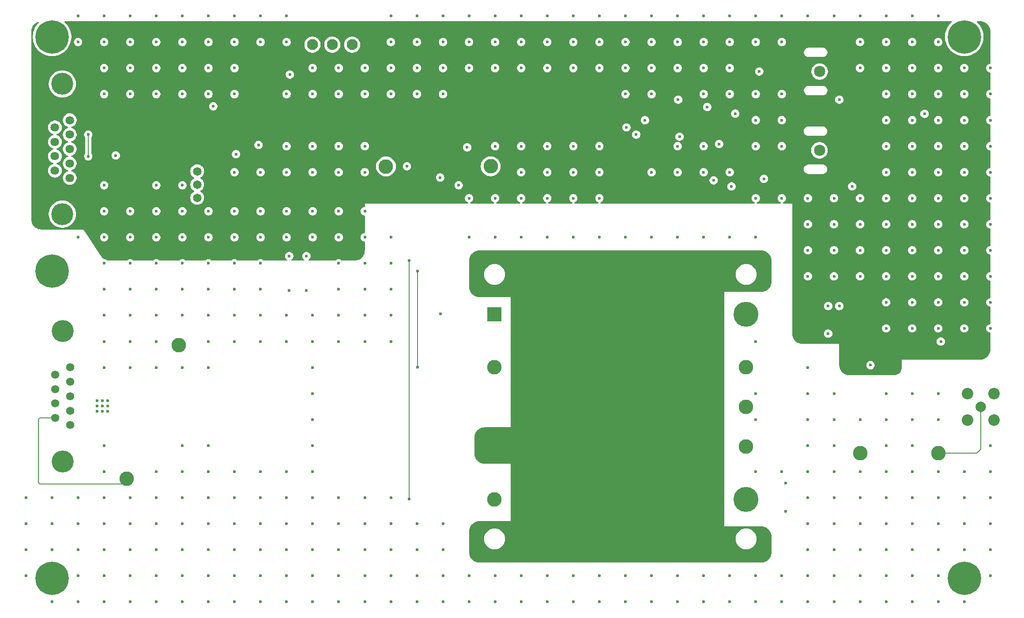
<source format=gbr>
%TF.GenerationSoftware,KiCad,Pcbnew,9.0.3*%
%TF.CreationDate,2025-09-16T13:25:34-04:00*%
%TF.ProjectId,CAEN_NEVIS_DAQ_3p3V,4341454e-5f4e-4455-9649-535f4441515f,rev?*%
%TF.SameCoordinates,Original*%
%TF.FileFunction,Copper,L5,Inr*%
%TF.FilePolarity,Positive*%
%FSLAX46Y46*%
G04 Gerber Fmt 4.6, Leading zero omitted, Abs format (unit mm)*
G04 Created by KiCad (PCBNEW 9.0.3) date 2025-09-16 13:25:34*
%MOMM*%
%LPD*%
G01*
G04 APERTURE LIST*
%TA.AperFunction,ComponentPad*%
%ADD10C,2.006600*%
%TD*%
%TA.AperFunction,ComponentPad*%
%ADD11C,2.209800*%
%TD*%
%TA.AperFunction,ComponentPad*%
%ADD12C,6.400000*%
%TD*%
%TA.AperFunction,ComponentPad*%
%ADD13C,2.100000*%
%TD*%
%TA.AperFunction,ComponentPad*%
%ADD14C,1.635000*%
%TD*%
%TA.AperFunction,ComponentPad*%
%ADD15C,4.216000*%
%TD*%
%TA.AperFunction,ComponentPad*%
%ADD16C,2.800000*%
%TD*%
%TA.AperFunction,ComponentPad*%
%ADD17C,1.650000*%
%TD*%
%TA.AperFunction,ComponentPad*%
%ADD18C,2.159000*%
%TD*%
%TA.AperFunction,ComponentPad*%
%ADD19C,1.560000*%
%TD*%
%TA.AperFunction,ComponentPad*%
%ADD20R,2.800000X2.800000*%
%TD*%
%TA.AperFunction,ComponentPad*%
%ADD21C,4.800000*%
%TD*%
%TA.AperFunction,ViaPad*%
%ADD22C,0.600000*%
%TD*%
%TA.AperFunction,ViaPad*%
%ADD23C,1.000000*%
%TD*%
%TA.AperFunction,Conductor*%
%ADD24C,0.200000*%
%TD*%
G04 APERTURE END LIST*
D10*
%TO.N,/V_3p3_Supply*%
%TO.C,J3*%
X233167999Y-100035000D03*
D11*
%TO.N,/V_3p3_RTN*%
X235707999Y-97495000D03*
X230627999Y-97495000D03*
X230627999Y-102575000D03*
X235707999Y-102575000D03*
%TD*%
D12*
%TO.N,GNDPWR*%
%TO.C,H4*%
X230000000Y-133000000D03*
%TD*%
D13*
%TO.N,/V_TELEM*%
%TO.C,J1*%
X112570000Y-30510000D03*
%TO.N,/V_TELEM_RTN*%
X108760000Y-30510000D03*
%TO.N,/V_TELEM*%
X104950000Y-30510000D03*
%TD*%
D14*
%TO.N,/EN+*%
%TO.C,J4*%
X58400000Y-56090000D03*
%TO.N,/EN-*%
X58400000Y-53320000D03*
%TO.N,unconnected-(J4-Pad3)*%
X58400000Y-50550000D03*
%TO.N,/V_TELEM_RTN*%
X58400000Y-47780000D03*
%TO.N,/TEMP_Mon*%
X58400000Y-45010000D03*
%TO.N,/V_TELEM_RTN*%
X55560000Y-54705000D03*
%TO.N,/Volt_Mon*%
X55560000Y-51935000D03*
%TO.N,/V_TELEM_RTN*%
X55560000Y-49165000D03*
%TO.N,/Curr_Mon*%
X55560000Y-46395000D03*
D15*
%TO.N,GNDPWR*%
X56980000Y-38050000D03*
X56980000Y-63050000D03*
%TD*%
D12*
%TO.N,GNDPWR*%
%TO.C,H3*%
X230000000Y-29000000D03*
%TD*%
D16*
%TO.N,/V_3p3_RTN*%
%TO.C,3.3V_RTN1*%
X210000000Y-109000000D03*
%TD*%
D12*
%TO.N,GNDPWR*%
%TO.C,H1*%
X55000000Y-29000000D03*
%TD*%
%TO.N,GNDPWR*%
%TO.C,H2*%
X55000000Y-133000000D03*
%TD*%
D17*
%TO.N,Net-(U6-R)*%
%TO.C,J5*%
X82850000Y-59910000D03*
%TO.N,/EN_SIG*%
X82850000Y-57370000D03*
%TO.N,Net-(J5-Pad3)*%
X82850000Y-54830000D03*
%TD*%
D18*
%TO.N,Net-(P1-Pad1)*%
%TO.C,P1*%
X202250000Y-35660000D03*
%TD*%
D19*
%TO.N,/V_SEC_RTN*%
%TO.C,J2*%
X58480000Y-92490000D03*
X58480000Y-95260000D03*
%TO.N,unconnected-(J2-Pad3)*%
X58480000Y-98030000D03*
%TO.N,/V_SEC_RTN*%
X58480000Y-100800000D03*
X58480000Y-103570000D03*
%TO.N,/V_SEC_IN*%
X55640000Y-93875000D03*
X55640000Y-96645000D03*
X55640000Y-99415000D03*
X55640000Y-102185000D03*
D15*
%TO.N,GNDPWR*%
X57060000Y-85530000D03*
X57060000Y-110530000D03*
%TD*%
D16*
%TO.N,/V_TELEM*%
%TO.C,TELEM_PWR1*%
X139140000Y-53870000D03*
%TD*%
D18*
%TO.N,Net-(M3-Pad3)*%
%TO.C,P2*%
X202210000Y-50790000D03*
%TD*%
D16*
%TO.N,/V_3p3_Supply*%
%TO.C,3.3V1*%
X225000000Y-109000000D03*
%TD*%
%TO.N,/V_SEC_RTN*%
%TO.C,Secondary_RTN1*%
X79340000Y-88210000D03*
%TD*%
%TO.N,/V_SEC_IN*%
%TO.C,Secondary_PWR1*%
X69340000Y-113850000D03*
%TD*%
%TO.N,/V_TELEM_RTN*%
%TO.C,TELEM_RTN1*%
X119060000Y-53890000D03*
%TD*%
D20*
%TO.N,/Main_Converter/p12V*%
%TO.C,U1*%
X139890000Y-82255000D03*
D16*
%TO.N,Net-(U1-ON{slash}OFF)*%
X139890000Y-92415000D03*
%TO.N,GNDPWR*%
X139890000Y-107655000D03*
%TO.N,/Main_Converter/p12V_rtn*%
X139890000Y-117815000D03*
D21*
%TO.N,/V_3p3_RTN*%
X188140000Y-117815000D03*
D16*
X188140000Y-107655000D03*
%TO.N,unconnected-(U1-TRIM-Pad7)*%
X188140000Y-100035000D03*
%TO.N,/V_3p3_*%
X188140000Y-92415000D03*
D21*
X188140000Y-82255000D03*
%TD*%
D12*
%TO.N,GNDPWR*%
%TO.C,H5*%
X55000000Y-74000000D03*
%TD*%
D22*
%TO.N,/V_3p3_RTN*%
X195740000Y-114710000D03*
%TO.N,/V_SEC_RTN*%
X140000000Y-67500000D03*
X180000000Y-132500000D03*
X125000000Y-137500000D03*
X90000000Y-132500000D03*
X63640000Y-98915000D03*
X105000000Y-117500000D03*
X210000000Y-137500000D03*
X225000000Y-127500000D03*
X150000000Y-137500000D03*
X235000000Y-132500000D03*
X120000000Y-67500000D03*
X145000000Y-132500000D03*
X64640000Y-99915000D03*
X60000000Y-122500000D03*
X225000000Y-132500000D03*
X65000000Y-112500000D03*
X215000000Y-97500000D03*
X130000000Y-132500000D03*
X185000000Y-67500000D03*
X205000000Y-122500000D03*
X205000000Y-107500000D03*
X165000000Y-67500000D03*
X70000000Y-87500000D03*
X105000000Y-102500000D03*
X100000000Y-122500000D03*
X215000000Y-107500000D03*
X235000000Y-107500000D03*
X200000000Y-112500000D03*
X75000000Y-92500000D03*
X65640000Y-99915000D03*
X205000000Y-127500000D03*
X150000000Y-67500000D03*
X95000000Y-112500000D03*
X105000000Y-97500000D03*
X50000000Y-132500000D03*
X115000000Y-77500000D03*
X215000000Y-102500000D03*
X145000000Y-67500000D03*
X200000000Y-122500000D03*
X175000000Y-137500000D03*
X235000000Y-122500000D03*
X110000000Y-82500000D03*
X65000000Y-137500000D03*
X75000000Y-127500000D03*
X65000000Y-87500000D03*
X80000000Y-112500000D03*
X65000000Y-117500000D03*
X110000000Y-87500000D03*
X85000000Y-107500000D03*
X200000000Y-92500000D03*
X90000000Y-122500000D03*
X205000000Y-97500000D03*
X230000000Y-127500000D03*
X75000000Y-117500000D03*
X70000000Y-117500000D03*
X55000000Y-137500000D03*
X105000000Y-122500000D03*
X225000000Y-102500000D03*
X64640000Y-98915000D03*
X95000000Y-87500000D03*
X80000000Y-82500000D03*
X220000000Y-97500000D03*
X70000000Y-77500000D03*
X155000000Y-132500000D03*
X170000000Y-137500000D03*
X135000000Y-67500000D03*
X215000000Y-127500000D03*
X75000000Y-122500000D03*
X70000000Y-82500000D03*
X215000000Y-117500000D03*
X130000000Y-122500000D03*
X110000000Y-127500000D03*
X50000000Y-122500000D03*
X120000000Y-77500000D03*
X115000000Y-117500000D03*
X215000000Y-137500000D03*
X105000000Y-82500000D03*
X220000000Y-102500000D03*
X125000000Y-127500000D03*
X190000000Y-97500000D03*
X225000000Y-117500000D03*
X120000000Y-137500000D03*
X155000000Y-137500000D03*
X80000000Y-137500000D03*
X65000000Y-132500000D03*
X140000000Y-137500000D03*
X60000000Y-117500000D03*
X185000000Y-132500000D03*
X55000000Y-122500000D03*
X100000000Y-87500000D03*
X90000000Y-112500000D03*
X115000000Y-127500000D03*
X85000000Y-122500000D03*
X115000000Y-87500000D03*
X210000000Y-127500000D03*
X200000000Y-137500000D03*
X85000000Y-132500000D03*
X60000000Y-132500000D03*
X175000000Y-67500000D03*
X55000000Y-127500000D03*
X220000000Y-107500000D03*
X170000000Y-67500000D03*
X75000000Y-87500000D03*
X105000000Y-132500000D03*
X130000000Y-127500000D03*
X215000000Y-122500000D03*
X75000000Y-112500000D03*
X90000000Y-117500000D03*
X195000000Y-112500000D03*
X215000000Y-132500000D03*
X115000000Y-137500000D03*
X85000000Y-92500000D03*
X85000000Y-112500000D03*
X140000000Y-132500000D03*
X70000000Y-127500000D03*
X120000000Y-122500000D03*
X70000000Y-137500000D03*
X95000000Y-137500000D03*
X110000000Y-122500000D03*
X205000000Y-132500000D03*
X150000000Y-132500000D03*
X65640000Y-100915000D03*
X100000000Y-82500000D03*
X130000000Y-137500000D03*
X50000000Y-117500000D03*
X90000000Y-82500000D03*
X205000000Y-112500000D03*
X110000000Y-132500000D03*
X200000000Y-117500000D03*
X190000000Y-132500000D03*
X235000000Y-127500000D03*
X205000000Y-117500000D03*
X200000000Y-102500000D03*
X65000000Y-122500000D03*
X110000000Y-77500000D03*
X80000000Y-77500000D03*
X125000000Y-132500000D03*
X85000000Y-87500000D03*
X85000000Y-117500000D03*
X80000000Y-92500000D03*
X80000000Y-122500000D03*
X220000000Y-137500000D03*
X115000000Y-82500000D03*
X220000000Y-132500000D03*
X195000000Y-137500000D03*
X225000000Y-112500000D03*
X235000000Y-117500000D03*
X160000000Y-67500000D03*
X105000000Y-127500000D03*
X80000000Y-117500000D03*
X225000000Y-137500000D03*
X75000000Y-82500000D03*
X135000000Y-132500000D03*
X100510000Y-77730000D03*
X85000000Y-127500000D03*
X105000000Y-92500000D03*
X70000000Y-122500000D03*
X95000000Y-132500000D03*
X85000000Y-82500000D03*
X63640000Y-100915000D03*
X75000000Y-132500000D03*
X80000000Y-132500000D03*
X190000000Y-137500000D03*
X120000000Y-132500000D03*
X155000000Y-67500000D03*
X200000000Y-127500000D03*
X120000000Y-87500000D03*
X75000000Y-77500000D03*
X90000000Y-77500000D03*
X100000000Y-117500000D03*
X95000000Y-77500000D03*
X85000000Y-77500000D03*
X100000000Y-137500000D03*
X103820000Y-77760000D03*
X90000000Y-137500000D03*
X230000000Y-112500000D03*
X65000000Y-107500000D03*
X95000000Y-82500000D03*
X210000000Y-132500000D03*
X200000000Y-132500000D03*
X125000000Y-122500000D03*
X110000000Y-137500000D03*
X175000000Y-132500000D03*
X95000000Y-127500000D03*
X210000000Y-112500000D03*
X65000000Y-92500000D03*
X90000000Y-127500000D03*
X190000000Y-102500000D03*
X220000000Y-127500000D03*
X180000000Y-137500000D03*
X50000000Y-127500000D03*
X70000000Y-132500000D03*
X190000000Y-112500000D03*
X120000000Y-72500000D03*
X145000000Y-137500000D03*
X225000000Y-122500000D03*
X190000000Y-87500000D03*
X65000000Y-127500000D03*
X230000000Y-122500000D03*
X95000000Y-122500000D03*
X120000000Y-117500000D03*
X110000000Y-117500000D03*
X210000000Y-102500000D03*
X220000000Y-112500000D03*
X190000000Y-67500000D03*
X120000000Y-82500000D03*
X105000000Y-87500000D03*
X64640000Y-100915000D03*
X220000000Y-122500000D03*
X220000000Y-117500000D03*
X120000000Y-127500000D03*
X80000000Y-107500000D03*
X185000000Y-137500000D03*
X105000000Y-107500000D03*
X205000000Y-102500000D03*
X170000000Y-132500000D03*
X235000000Y-112500000D03*
X55000000Y-117500000D03*
X215000000Y-112500000D03*
X70000000Y-92500000D03*
X205000000Y-137500000D03*
X115000000Y-132500000D03*
X165000000Y-137500000D03*
X63640000Y-99915000D03*
X180000000Y-67500000D03*
X65000000Y-77500000D03*
X160000000Y-137500000D03*
X230000000Y-117500000D03*
X100000000Y-127500000D03*
X115000000Y-122500000D03*
X105000000Y-112500000D03*
X75000000Y-137500000D03*
X65640000Y-98915000D03*
X200000000Y-107500000D03*
X225000000Y-97500000D03*
X95000000Y-117500000D03*
X100000000Y-132500000D03*
X165000000Y-132500000D03*
X230000000Y-137500000D03*
X160000000Y-132500000D03*
X60000000Y-137500000D03*
X210000000Y-122500000D03*
X65000000Y-82500000D03*
X60000000Y-127500000D03*
X100000000Y-112500000D03*
X135000000Y-137500000D03*
X90000000Y-87500000D03*
X105000000Y-137500000D03*
X210000000Y-117500000D03*
X200000000Y-97500000D03*
X85000000Y-137500000D03*
X195000000Y-132500000D03*
X80000000Y-127500000D03*
D23*
%TO.N,GNDPWR*%
X155600000Y-105000000D03*
X155600000Y-90000000D03*
X175600000Y-115000000D03*
X165600000Y-100000000D03*
X165600000Y-125000000D03*
X160600000Y-90000000D03*
X155600000Y-85000000D03*
X155600000Y-95000000D03*
X155600000Y-100000000D03*
X145600000Y-110000000D03*
X165600000Y-110000000D03*
X145600000Y-125000000D03*
X155600000Y-120000000D03*
X145600000Y-85000000D03*
X165600000Y-95000000D03*
X150600000Y-95000000D03*
X170600000Y-105000000D03*
X150600000Y-125000000D03*
X145600000Y-75000000D03*
X160600000Y-80000000D03*
X175600000Y-125000000D03*
X180600000Y-85000000D03*
X165600000Y-120000000D03*
X160600000Y-110000000D03*
X170600000Y-95000000D03*
X155600000Y-110000000D03*
X165600000Y-90000000D03*
X160600000Y-125000000D03*
X165600000Y-105000000D03*
X180600000Y-80000000D03*
X165600000Y-85000000D03*
X150600000Y-120000000D03*
X150600000Y-105000000D03*
X160600000Y-85000000D03*
X155600000Y-115000000D03*
D22*
X195740000Y-120100000D03*
D23*
X145600000Y-80000000D03*
X170600000Y-115000000D03*
X170600000Y-120000000D03*
X160600000Y-120000000D03*
X145600000Y-100000000D03*
X155600000Y-125000000D03*
X165600000Y-115000000D03*
X175600000Y-85000000D03*
X145600000Y-105000000D03*
X160600000Y-115000000D03*
X145600000Y-90000000D03*
X180600000Y-95000000D03*
X175600000Y-120000000D03*
X180600000Y-105000000D03*
X180600000Y-120000000D03*
X180600000Y-125000000D03*
X150600000Y-85000000D03*
X150600000Y-90000000D03*
X180600000Y-100000000D03*
X170600000Y-100000000D03*
X175600000Y-80000000D03*
X175600000Y-105000000D03*
X145600000Y-120000000D03*
X170600000Y-85000000D03*
X150600000Y-115000000D03*
X170600000Y-110000000D03*
X165600000Y-75000000D03*
X175600000Y-75000000D03*
X175600000Y-90000000D03*
X175600000Y-100000000D03*
X175600000Y-95000000D03*
X180600000Y-90000000D03*
X180600000Y-115000000D03*
X165600000Y-80000000D03*
X170600000Y-80000000D03*
X175600000Y-110000000D03*
X150600000Y-75000000D03*
X170600000Y-75000000D03*
X155600000Y-75000000D03*
X160600000Y-105000000D03*
X180600000Y-75000000D03*
X150600000Y-80000000D03*
X145600000Y-115000000D03*
X160600000Y-100000000D03*
X170600000Y-90000000D03*
X145600000Y-95000000D03*
X155600000Y-80000000D03*
X180600000Y-110000000D03*
X160600000Y-95000000D03*
X160600000Y-75000000D03*
X170600000Y-125000000D03*
X150600000Y-100000000D03*
X150600000Y-110000000D03*
D22*
%TO.N,/Telemetry_CKT/V_3p3*%
X178720000Y-46280000D03*
X78060000Y-53520000D03*
X209942500Y-90557500D03*
X92320000Y-39413750D03*
X70660000Y-51810000D03*
%TO.N,/V_TELEM_RTN*%
X90000000Y-30000000D03*
X65000000Y-62500000D03*
X115000000Y-50000000D03*
X225000000Y-30000000D03*
X230000000Y-35000000D03*
X190000000Y-40000000D03*
X225490000Y-87530000D03*
X75000000Y-25000000D03*
X195000000Y-50000000D03*
X160000000Y-50000000D03*
X80000000Y-35000000D03*
X90000000Y-67500000D03*
X135000000Y-35000000D03*
X70000000Y-35000000D03*
X225000000Y-40000000D03*
X170000000Y-35000000D03*
X135000000Y-25000000D03*
X210000000Y-70000000D03*
X195000000Y-40000000D03*
X70000000Y-30000000D03*
X80000000Y-62500000D03*
X200000000Y-25000000D03*
X129445000Y-56015000D03*
X110000000Y-72500000D03*
X100000000Y-30000000D03*
X220000000Y-55000000D03*
X185000000Y-40000000D03*
X80000000Y-72500000D03*
X100000000Y-25000000D03*
X230000000Y-45000000D03*
X150000000Y-30000000D03*
X190000000Y-60000000D03*
X235000000Y-45000000D03*
X180680000Y-42480000D03*
X210000000Y-25000000D03*
X215000000Y-35000000D03*
X220000000Y-65000000D03*
X220000000Y-40000000D03*
X180000000Y-30000000D03*
X150000000Y-25000000D03*
X65000000Y-35000000D03*
X230000000Y-65000000D03*
X215000000Y-45000000D03*
X85925000Y-42348750D03*
X120000000Y-40000000D03*
X195000000Y-60000000D03*
X95000000Y-55000000D03*
X205000000Y-70000000D03*
X100000000Y-67500000D03*
X220000000Y-60000000D03*
X120000000Y-35000000D03*
X215000000Y-80000000D03*
X103800000Y-71110000D03*
X155000000Y-30000000D03*
X170000000Y-40000000D03*
X85000000Y-25000000D03*
X75000000Y-67500000D03*
X203895000Y-86000000D03*
X65000000Y-30000000D03*
X160000000Y-35000000D03*
X75000000Y-57500000D03*
X230000000Y-55000000D03*
X145000000Y-35000000D03*
X215000000Y-40000000D03*
X220000000Y-80000000D03*
X100000000Y-40000000D03*
X210000000Y-60000000D03*
X215000000Y-30000000D03*
X150000000Y-50000000D03*
X225000000Y-60000000D03*
X130000000Y-40000000D03*
X235000000Y-75000000D03*
X215000000Y-70000000D03*
X65000000Y-57500000D03*
X190000000Y-30000000D03*
X215000000Y-75000000D03*
X220000000Y-30000000D03*
X70000000Y-62500000D03*
X85000000Y-35000000D03*
X110000000Y-40000000D03*
X235000000Y-65000000D03*
X80000000Y-40000000D03*
X180000000Y-40000000D03*
X220000000Y-45000000D03*
X110000000Y-67500000D03*
X215000000Y-55000000D03*
X210000000Y-75000000D03*
X115000000Y-40000000D03*
X90000000Y-25000000D03*
X175000000Y-30000000D03*
X220000000Y-25000000D03*
X140000000Y-60000000D03*
X235000000Y-80000000D03*
X155000000Y-55000000D03*
X175000000Y-50000000D03*
X90000000Y-72500000D03*
X125000000Y-40000000D03*
X230000000Y-50000000D03*
X105000000Y-67500000D03*
X75000000Y-35000000D03*
X140000000Y-50000000D03*
X150000000Y-35000000D03*
X211992500Y-92067500D03*
X165000000Y-30000000D03*
X125000000Y-25000000D03*
X90000000Y-62500000D03*
X60000000Y-67500000D03*
X105000000Y-35000000D03*
X130000000Y-30000000D03*
X191550000Y-56280000D03*
X150000000Y-55000000D03*
X220000000Y-35000000D03*
X225000000Y-75000000D03*
X160000000Y-30000000D03*
X130000000Y-25000000D03*
X140000000Y-25000000D03*
X95000000Y-67500000D03*
X80000000Y-57500000D03*
X190000000Y-45000000D03*
X140000000Y-35000000D03*
X225000000Y-50000000D03*
X235000000Y-35000000D03*
X220000000Y-50000000D03*
X115000000Y-67500000D03*
X235000000Y-70000000D03*
X175000000Y-35000000D03*
X125000000Y-35000000D03*
X85000000Y-62500000D03*
X230000000Y-40000000D03*
X155000000Y-60000000D03*
X235000000Y-40000000D03*
X145000000Y-50000000D03*
X165000000Y-25000000D03*
X75000000Y-62500000D03*
X230000000Y-60000000D03*
X100510000Y-71110000D03*
X175370000Y-48180000D03*
X195000000Y-30000000D03*
X225000000Y-25000000D03*
X200000000Y-75000000D03*
X220000000Y-75000000D03*
X140000000Y-30000000D03*
X70000000Y-40000000D03*
X225000000Y-45000000D03*
X115000000Y-62500000D03*
X230000000Y-70000000D03*
X85000000Y-40000000D03*
X160000000Y-55000000D03*
X70000000Y-67500000D03*
X210000000Y-35000000D03*
X182970000Y-49590000D03*
X160000000Y-25000000D03*
X181920000Y-56560000D03*
X200000000Y-70000000D03*
X100000000Y-62500000D03*
X170000000Y-25000000D03*
X215000000Y-50000000D03*
X145000000Y-25000000D03*
X135000000Y-60000000D03*
X100000000Y-50000000D03*
X65000000Y-67500000D03*
X195000000Y-25000000D03*
X155000000Y-25000000D03*
X80000000Y-25000000D03*
X235000000Y-60000000D03*
X190000000Y-25000000D03*
X210000000Y-65000000D03*
X90000000Y-35000000D03*
X235000000Y-55000000D03*
X215000000Y-65000000D03*
X180000000Y-35000000D03*
X100620000Y-36243750D03*
X225000000Y-85000000D03*
X180000000Y-50000000D03*
X125000000Y-30000000D03*
X215000000Y-85000000D03*
X65000000Y-72500000D03*
X75000000Y-30000000D03*
X200000000Y-65000000D03*
X110000000Y-55000000D03*
X155000000Y-35000000D03*
X80000000Y-67500000D03*
X90000000Y-40000000D03*
X170000000Y-30000000D03*
X105000000Y-62500000D03*
X215000000Y-60000000D03*
X70000000Y-72500000D03*
X165000000Y-35000000D03*
X205000000Y-25000000D03*
X90290000Y-51528750D03*
X100000000Y-55000000D03*
X205000000Y-60000000D03*
X145000000Y-60000000D03*
X95000000Y-62500000D03*
X85000000Y-67500000D03*
X135000000Y-30000000D03*
X95000000Y-30000000D03*
X235000000Y-50000000D03*
X90000000Y-55000000D03*
X185000000Y-25000000D03*
X115000000Y-55000000D03*
X230000000Y-80000000D03*
X195000000Y-45000000D03*
X65000000Y-25000000D03*
X105000000Y-40000000D03*
X95000000Y-72500000D03*
X75000000Y-40000000D03*
X215000000Y-25000000D03*
X60000000Y-25000000D03*
X185000000Y-30000000D03*
X95000000Y-25000000D03*
X225000000Y-55000000D03*
X200000000Y-60000000D03*
X170000000Y-55000000D03*
X80000000Y-30000000D03*
X225000000Y-65000000D03*
X105000000Y-55000000D03*
X205000000Y-75000000D03*
X145000000Y-55000000D03*
X130000000Y-35000000D03*
X205000000Y-65000000D03*
X120000000Y-30000000D03*
X67240000Y-51790000D03*
X185000000Y-55000000D03*
X115000000Y-35000000D03*
X225000000Y-35000000D03*
X230000000Y-85000000D03*
X110000000Y-62500000D03*
X110000000Y-35000000D03*
X160000000Y-60000000D03*
X65000000Y-40000000D03*
X75000000Y-72500000D03*
X110000000Y-50000000D03*
X190000000Y-50000000D03*
X85000000Y-72500000D03*
X85000000Y-30000000D03*
X220000000Y-85000000D03*
X180000000Y-25000000D03*
X123085000Y-53875000D03*
X120000000Y-25000000D03*
X225000000Y-70000000D03*
X185000000Y-35000000D03*
X150000000Y-60000000D03*
X225000000Y-80000000D03*
X210000000Y-30000000D03*
X165000000Y-40000000D03*
X220000000Y-70000000D03*
X70000000Y-25000000D03*
X180000000Y-55000000D03*
X175000000Y-55000000D03*
X175000000Y-25000000D03*
X115000000Y-72500000D03*
X105000000Y-50000000D03*
X230000000Y-75000000D03*
X155000000Y-50000000D03*
X145000000Y-30000000D03*
X235000000Y-85000000D03*
X60000000Y-30000000D03*
%TO.N,/V_TELEM*%
X132995000Y-57515000D03*
X203895000Y-80705000D03*
X190660000Y-35650000D03*
X94625000Y-49768750D03*
X134635000Y-50235000D03*
%TO.N,/Volt_Mon*%
X167060000Y-47780000D03*
X61950000Y-51940000D03*
X61950000Y-47780000D03*
%TO.N,/TEMP_Mon*%
X168740000Y-45010000D03*
%TO.N,/Curr_Mon*%
X165180000Y-46395000D03*
%TO.N,Net-(U1-ON{slash}OFF)*%
X125115000Y-73965000D03*
X125115000Y-92445000D03*
%TO.N,/Main_Converter/p12V*%
X129510000Y-82250000D03*
%TO.N,Net-(U3-OUT)*%
X208500000Y-57730000D03*
X185330000Y-57730000D03*
%TO.N,Net-(U4A-+INA)*%
X186060000Y-43740000D03*
X222360000Y-43780000D03*
%TO.N,/Telemetry_CKT/TEMP*%
X206016577Y-80710531D03*
X206020000Y-41070000D03*
X175110000Y-41070000D03*
%TO.N,/Main_Converter/p12V_rtn*%
X123515000Y-117775000D03*
X123515000Y-71945000D03*
%TD*%
D24*
%TO.N,/V_TELEM_RTN*%
X123085000Y-53875000D02*
X123070000Y-53890000D01*
%TO.N,/V_SEC_IN*%
X52380000Y-114610000D02*
X52680000Y-114910000D01*
X55640000Y-102185000D02*
X52615000Y-102185000D01*
X52615000Y-102185000D02*
X52380000Y-102420000D01*
X52380000Y-102420000D02*
X52380000Y-114610000D01*
X68280000Y-114910000D02*
X69340000Y-113850000D01*
X52680000Y-114910000D02*
X68280000Y-114910000D01*
%TO.N,/V_3p3_Supply*%
X233220000Y-99982999D02*
X233167999Y-100035000D01*
X225000000Y-109000000D02*
X232390000Y-109000000D01*
X233167999Y-108222001D02*
X233167999Y-100035000D01*
X232390000Y-109000000D02*
X233167999Y-108222001D01*
%TO.N,/Volt_Mon*%
X61950000Y-51940000D02*
X61950000Y-47780000D01*
%TO.N,Net-(U1-ON{slash}OFF)*%
X125115000Y-73965000D02*
X125115000Y-92445000D01*
X139850000Y-92455000D02*
X139890000Y-92415000D01*
%TO.N,/Main_Converter/p12V*%
X139880000Y-82265000D02*
X139890000Y-82255000D01*
%TO.N,/Telemetry_CKT/TEMP*%
X206020000Y-41070000D02*
X206016577Y-41073423D01*
%TO.N,/Main_Converter/p12V_rtn*%
X123515000Y-71945000D02*
X123515000Y-117775000D01*
%TD*%
%TA.AperFunction,Conductor*%
%TO.N,GNDPWR*%
G36*
X191004418Y-70000316D02*
G01*
X191275790Y-70019724D01*
X191293291Y-70022241D01*
X191554803Y-70079129D01*
X191571762Y-70084108D01*
X191822524Y-70177638D01*
X191838616Y-70184987D01*
X192073501Y-70313244D01*
X192088375Y-70322802D01*
X192302624Y-70483188D01*
X192315994Y-70494774D01*
X192505225Y-70684005D01*
X192516811Y-70697375D01*
X192677193Y-70911619D01*
X192686758Y-70926503D01*
X192815011Y-71161382D01*
X192822361Y-71177475D01*
X192915888Y-71428229D01*
X192920872Y-71445205D01*
X192977757Y-71706702D01*
X192980275Y-71724214D01*
X192999684Y-71995581D01*
X193000000Y-72004427D01*
X193000000Y-75995572D01*
X192999684Y-76004418D01*
X192980275Y-76275785D01*
X192977757Y-76293297D01*
X192920872Y-76554794D01*
X192915888Y-76571770D01*
X192822361Y-76822524D01*
X192815011Y-76838617D01*
X192686758Y-77073496D01*
X192677193Y-77088380D01*
X192516811Y-77302624D01*
X192505225Y-77315994D01*
X192315994Y-77505225D01*
X192302624Y-77516811D01*
X192088380Y-77677193D01*
X192073496Y-77686758D01*
X191838617Y-77815011D01*
X191822524Y-77822361D01*
X191571770Y-77915888D01*
X191554794Y-77920872D01*
X191293297Y-77977757D01*
X191275785Y-77980275D01*
X191004418Y-77999684D01*
X190995572Y-78000000D01*
X184000000Y-78000000D01*
X184000000Y-123000000D01*
X190995572Y-123000000D01*
X191004418Y-123000316D01*
X191275790Y-123019724D01*
X191293291Y-123022241D01*
X191554803Y-123079129D01*
X191571762Y-123084108D01*
X191822087Y-123177475D01*
X191822524Y-123177638D01*
X191838616Y-123184987D01*
X192073501Y-123313244D01*
X192088375Y-123322802D01*
X192240303Y-123436535D01*
X192302624Y-123483188D01*
X192315994Y-123494774D01*
X192505225Y-123684005D01*
X192516811Y-123697375D01*
X192677193Y-123911619D01*
X192686758Y-123926503D01*
X192815011Y-124161382D01*
X192822361Y-124177475D01*
X192915888Y-124428229D01*
X192920872Y-124445205D01*
X192977757Y-124706702D01*
X192980275Y-124724214D01*
X192999684Y-124995581D01*
X193000000Y-125004427D01*
X193000000Y-127995572D01*
X192999684Y-128004418D01*
X192980275Y-128275785D01*
X192977757Y-128293297D01*
X192920872Y-128554794D01*
X192915888Y-128571770D01*
X192822361Y-128822524D01*
X192815011Y-128838617D01*
X192686758Y-129073496D01*
X192677193Y-129088380D01*
X192516811Y-129302624D01*
X192505225Y-129315994D01*
X192315994Y-129505225D01*
X192302624Y-129516811D01*
X192088380Y-129677193D01*
X192073496Y-129686758D01*
X191838617Y-129815011D01*
X191822524Y-129822361D01*
X191571770Y-129915888D01*
X191554794Y-129920872D01*
X191293297Y-129977757D01*
X191275785Y-129980275D01*
X191004418Y-129999684D01*
X190995572Y-130000000D01*
X137004428Y-130000000D01*
X136995582Y-129999684D01*
X136724214Y-129980275D01*
X136706702Y-129977757D01*
X136445205Y-129920872D01*
X136428229Y-129915888D01*
X136177475Y-129822361D01*
X136161382Y-129815011D01*
X135926503Y-129686758D01*
X135911619Y-129677193D01*
X135697375Y-129516811D01*
X135684005Y-129505225D01*
X135494774Y-129315994D01*
X135483188Y-129302624D01*
X135322802Y-129088375D01*
X135313244Y-129073501D01*
X135184987Y-128838616D01*
X135177638Y-128822524D01*
X135084108Y-128571762D01*
X135079129Y-128554803D01*
X135022241Y-128293291D01*
X135019724Y-128275785D01*
X135000316Y-128004418D01*
X135000000Y-127995572D01*
X135000000Y-125303872D01*
X137889500Y-125303872D01*
X137889500Y-125566127D01*
X137916123Y-125768339D01*
X137923730Y-125826116D01*
X137991602Y-126079418D01*
X137991605Y-126079428D01*
X138091953Y-126321690D01*
X138091958Y-126321700D01*
X138223075Y-126548803D01*
X138382718Y-126756851D01*
X138382726Y-126756860D01*
X138568140Y-126942274D01*
X138568148Y-126942281D01*
X138776196Y-127101924D01*
X139003299Y-127233041D01*
X139003309Y-127233046D01*
X139245571Y-127333394D01*
X139245581Y-127333398D01*
X139498884Y-127401270D01*
X139758880Y-127435500D01*
X139758887Y-127435500D01*
X140021113Y-127435500D01*
X140021120Y-127435500D01*
X140281116Y-127401270D01*
X140534419Y-127333398D01*
X140776697Y-127233043D01*
X141003803Y-127101924D01*
X141211851Y-126942282D01*
X141211855Y-126942277D01*
X141211860Y-126942274D01*
X141397274Y-126756860D01*
X141397277Y-126756855D01*
X141397282Y-126756851D01*
X141556924Y-126548803D01*
X141688043Y-126321697D01*
X141788398Y-126079419D01*
X141856270Y-125826116D01*
X141890500Y-125566120D01*
X141890500Y-125303880D01*
X141890499Y-125303872D01*
X186139500Y-125303872D01*
X186139500Y-125566127D01*
X186166123Y-125768339D01*
X186173730Y-125826116D01*
X186241602Y-126079418D01*
X186241605Y-126079428D01*
X186341953Y-126321690D01*
X186341958Y-126321700D01*
X186473075Y-126548803D01*
X186632718Y-126756851D01*
X186632726Y-126756860D01*
X186818140Y-126942274D01*
X186818148Y-126942281D01*
X187026196Y-127101924D01*
X187253299Y-127233041D01*
X187253309Y-127233046D01*
X187495571Y-127333394D01*
X187495581Y-127333398D01*
X187748884Y-127401270D01*
X188008880Y-127435500D01*
X188008887Y-127435500D01*
X188271113Y-127435500D01*
X188271120Y-127435500D01*
X188531116Y-127401270D01*
X188784419Y-127333398D01*
X189026697Y-127233043D01*
X189253803Y-127101924D01*
X189461851Y-126942282D01*
X189461855Y-126942277D01*
X189461860Y-126942274D01*
X189647274Y-126756860D01*
X189647277Y-126756855D01*
X189647282Y-126756851D01*
X189806924Y-126548803D01*
X189938043Y-126321697D01*
X190038398Y-126079419D01*
X190106270Y-125826116D01*
X190140500Y-125566120D01*
X190140500Y-125303880D01*
X190106270Y-125043884D01*
X190038398Y-124790581D01*
X190003654Y-124706702D01*
X189938046Y-124548309D01*
X189938041Y-124548299D01*
X189806924Y-124321196D01*
X189647281Y-124113148D01*
X189647274Y-124113140D01*
X189461860Y-123927726D01*
X189461851Y-123927718D01*
X189253803Y-123768075D01*
X189026700Y-123636958D01*
X189026690Y-123636953D01*
X188784428Y-123536605D01*
X188784421Y-123536603D01*
X188784419Y-123536602D01*
X188531116Y-123468730D01*
X188473339Y-123461123D01*
X188271127Y-123434500D01*
X188271120Y-123434500D01*
X188008880Y-123434500D01*
X188008872Y-123434500D01*
X187777772Y-123464926D01*
X187748884Y-123468730D01*
X187495581Y-123536602D01*
X187495571Y-123536605D01*
X187253309Y-123636953D01*
X187253299Y-123636958D01*
X187026196Y-123768075D01*
X186818148Y-123927718D01*
X186632718Y-124113148D01*
X186473075Y-124321196D01*
X186341958Y-124548299D01*
X186341953Y-124548309D01*
X186241605Y-124790571D01*
X186241602Y-124790581D01*
X186184303Y-125004427D01*
X186173730Y-125043885D01*
X186139500Y-125303872D01*
X141890499Y-125303872D01*
X141856270Y-125043884D01*
X141788398Y-124790581D01*
X141753654Y-124706702D01*
X141688046Y-124548309D01*
X141688041Y-124548299D01*
X141556924Y-124321196D01*
X141397281Y-124113148D01*
X141397274Y-124113140D01*
X141211860Y-123927726D01*
X141211851Y-123927718D01*
X141003803Y-123768075D01*
X140776700Y-123636958D01*
X140776690Y-123636953D01*
X140534428Y-123536605D01*
X140534421Y-123536603D01*
X140534419Y-123536602D01*
X140281116Y-123468730D01*
X140223339Y-123461123D01*
X140021127Y-123434500D01*
X140021120Y-123434500D01*
X139758880Y-123434500D01*
X139758872Y-123434500D01*
X139527772Y-123464926D01*
X139498884Y-123468730D01*
X139245581Y-123536602D01*
X139245571Y-123536605D01*
X139003309Y-123636953D01*
X139003299Y-123636958D01*
X138776196Y-123768075D01*
X138568148Y-123927718D01*
X138382718Y-124113148D01*
X138223075Y-124321196D01*
X138091958Y-124548299D01*
X138091953Y-124548309D01*
X137991605Y-124790571D01*
X137991602Y-124790581D01*
X137934303Y-125004427D01*
X137923730Y-125043885D01*
X137889500Y-125303872D01*
X135000000Y-125303872D01*
X135000000Y-124004427D01*
X135000316Y-123995581D01*
X135005170Y-123927718D01*
X135019724Y-123724207D01*
X135022240Y-123706710D01*
X135079130Y-123445192D01*
X135084107Y-123428241D01*
X135177640Y-123177470D01*
X135184985Y-123161388D01*
X135313248Y-122926491D01*
X135322798Y-122911630D01*
X135483195Y-122697366D01*
X135494767Y-122684012D01*
X135684012Y-122494767D01*
X135697366Y-122483195D01*
X135911630Y-122322798D01*
X135926491Y-122313248D01*
X136161388Y-122184985D01*
X136177470Y-122177640D01*
X136428241Y-122084107D01*
X136445192Y-122079130D01*
X136706710Y-122022240D01*
X136724207Y-122019724D01*
X136995582Y-122000316D01*
X137004428Y-122000000D01*
X143000000Y-122000000D01*
X143000000Y-111000000D01*
X141000000Y-111000000D01*
X138004428Y-111000000D01*
X137995582Y-110999684D01*
X137724214Y-110980275D01*
X137706702Y-110977757D01*
X137445205Y-110920872D01*
X137428229Y-110915888D01*
X137177475Y-110822361D01*
X137161382Y-110815011D01*
X136926503Y-110686758D01*
X136911619Y-110677193D01*
X136697375Y-110516811D01*
X136684005Y-110505225D01*
X136494774Y-110315994D01*
X136483188Y-110302624D01*
X136322802Y-110088375D01*
X136313244Y-110073501D01*
X136184987Y-109838616D01*
X136177638Y-109822524D01*
X136084108Y-109571762D01*
X136079129Y-109554803D01*
X136022241Y-109293291D01*
X136019724Y-109275785D01*
X136000316Y-109004418D01*
X136000000Y-108995572D01*
X136000000Y-106004427D01*
X136000316Y-105995581D01*
X136019724Y-105724214D01*
X136022240Y-105706710D01*
X136079130Y-105445192D01*
X136084107Y-105428241D01*
X136177640Y-105177470D01*
X136184985Y-105161388D01*
X136313248Y-104926491D01*
X136322798Y-104911630D01*
X136483195Y-104697366D01*
X136494767Y-104684012D01*
X136684012Y-104494767D01*
X136697366Y-104483195D01*
X136911630Y-104322798D01*
X136926491Y-104313248D01*
X137161388Y-104184985D01*
X137177470Y-104177640D01*
X137428241Y-104084107D01*
X137445192Y-104079130D01*
X137706710Y-104022240D01*
X137724207Y-104019724D01*
X137995582Y-104000316D01*
X138004428Y-104000000D01*
X143000000Y-104000000D01*
X143000000Y-79000000D01*
X141000000Y-79000000D01*
X137004428Y-79000000D01*
X136995582Y-78999684D01*
X136724214Y-78980275D01*
X136706702Y-78977757D01*
X136445205Y-78920872D01*
X136428229Y-78915888D01*
X136177475Y-78822361D01*
X136161382Y-78815011D01*
X135926503Y-78686758D01*
X135911619Y-78677193D01*
X135697375Y-78516811D01*
X135684005Y-78505225D01*
X135494774Y-78315994D01*
X135483188Y-78302624D01*
X135322802Y-78088375D01*
X135313244Y-78073501D01*
X135184987Y-77838616D01*
X135177638Y-77822524D01*
X135123432Y-77677193D01*
X135084108Y-77571762D01*
X135079129Y-77554803D01*
X135022241Y-77293291D01*
X135019724Y-77275785D01*
X135005256Y-77073496D01*
X135000316Y-77004418D01*
X135000000Y-76995572D01*
X135000000Y-74503872D01*
X137889500Y-74503872D01*
X137889500Y-74766127D01*
X137916123Y-74968339D01*
X137923730Y-75026116D01*
X137991602Y-75279418D01*
X137991605Y-75279428D01*
X138091953Y-75521690D01*
X138091958Y-75521700D01*
X138223075Y-75748803D01*
X138382718Y-75956851D01*
X138382726Y-75956860D01*
X138568140Y-76142274D01*
X138568148Y-76142281D01*
X138776196Y-76301924D01*
X139003299Y-76433041D01*
X139003309Y-76433046D01*
X139245571Y-76533394D01*
X139245581Y-76533398D01*
X139498884Y-76601270D01*
X139758880Y-76635500D01*
X139758887Y-76635500D01*
X140021113Y-76635500D01*
X140021120Y-76635500D01*
X140281116Y-76601270D01*
X140534419Y-76533398D01*
X140776697Y-76433043D01*
X141003803Y-76301924D01*
X141211851Y-76142282D01*
X141211855Y-76142277D01*
X141211860Y-76142274D01*
X141397274Y-75956860D01*
X141397277Y-75956855D01*
X141397282Y-75956851D01*
X141556924Y-75748803D01*
X141688043Y-75521697D01*
X141788398Y-75279419D01*
X141856270Y-75026116D01*
X141890500Y-74766120D01*
X141890500Y-74503880D01*
X141890499Y-74503872D01*
X186139500Y-74503872D01*
X186139500Y-74766127D01*
X186166123Y-74968339D01*
X186173730Y-75026116D01*
X186241602Y-75279418D01*
X186241605Y-75279428D01*
X186341953Y-75521690D01*
X186341958Y-75521700D01*
X186473075Y-75748803D01*
X186632718Y-75956851D01*
X186632726Y-75956860D01*
X186818140Y-76142274D01*
X186818148Y-76142281D01*
X187026196Y-76301924D01*
X187253299Y-76433041D01*
X187253309Y-76433046D01*
X187495571Y-76533394D01*
X187495581Y-76533398D01*
X187748884Y-76601270D01*
X188008880Y-76635500D01*
X188008887Y-76635500D01*
X188271113Y-76635500D01*
X188271120Y-76635500D01*
X188531116Y-76601270D01*
X188784419Y-76533398D01*
X189026697Y-76433043D01*
X189253803Y-76301924D01*
X189461851Y-76142282D01*
X189461855Y-76142277D01*
X189461860Y-76142274D01*
X189647274Y-75956860D01*
X189647277Y-75956855D01*
X189647282Y-75956851D01*
X189806924Y-75748803D01*
X189938043Y-75521697D01*
X190038398Y-75279419D01*
X190106270Y-75026116D01*
X190140500Y-74766120D01*
X190140500Y-74503880D01*
X190106270Y-74243884D01*
X190038398Y-73990581D01*
X190038394Y-73990571D01*
X189938046Y-73748309D01*
X189938041Y-73748299D01*
X189806924Y-73521196D01*
X189647281Y-73313148D01*
X189647274Y-73313140D01*
X189461860Y-73127726D01*
X189461851Y-73127718D01*
X189253803Y-72968075D01*
X189026700Y-72836958D01*
X189026690Y-72836953D01*
X188784428Y-72736605D01*
X188784421Y-72736603D01*
X188784419Y-72736602D01*
X188531116Y-72668730D01*
X188473339Y-72661123D01*
X188271127Y-72634500D01*
X188271120Y-72634500D01*
X188008880Y-72634500D01*
X188008872Y-72634500D01*
X187777772Y-72664926D01*
X187748884Y-72668730D01*
X187495581Y-72736602D01*
X187495571Y-72736605D01*
X187253309Y-72836953D01*
X187253299Y-72836958D01*
X187026196Y-72968075D01*
X186818148Y-73127718D01*
X186632718Y-73313148D01*
X186473075Y-73521196D01*
X186341958Y-73748299D01*
X186341953Y-73748309D01*
X186241605Y-73990571D01*
X186241602Y-73990581D01*
X186173730Y-74243885D01*
X186139500Y-74503872D01*
X141890499Y-74503872D01*
X141856270Y-74243884D01*
X141788398Y-73990581D01*
X141788394Y-73990571D01*
X141688046Y-73748309D01*
X141688041Y-73748299D01*
X141556924Y-73521196D01*
X141397281Y-73313148D01*
X141397274Y-73313140D01*
X141211860Y-73127726D01*
X141211851Y-73127718D01*
X141003803Y-72968075D01*
X140776700Y-72836958D01*
X140776690Y-72836953D01*
X140534428Y-72736605D01*
X140534421Y-72736603D01*
X140534419Y-72736602D01*
X140281116Y-72668730D01*
X140223339Y-72661123D01*
X140021127Y-72634500D01*
X140021120Y-72634500D01*
X139758880Y-72634500D01*
X139758872Y-72634500D01*
X139527772Y-72664926D01*
X139498884Y-72668730D01*
X139245581Y-72736602D01*
X139245571Y-72736605D01*
X139003309Y-72836953D01*
X139003299Y-72836958D01*
X138776196Y-72968075D01*
X138568148Y-73127718D01*
X138382718Y-73313148D01*
X138223075Y-73521196D01*
X138091958Y-73748299D01*
X138091953Y-73748309D01*
X137991605Y-73990571D01*
X137991602Y-73990581D01*
X137923730Y-74243885D01*
X137889500Y-74503872D01*
X135000000Y-74503872D01*
X135000000Y-72004427D01*
X135000316Y-71995581D01*
X135019724Y-71724214D01*
X135022240Y-71706710D01*
X135079130Y-71445192D01*
X135084107Y-71428241D01*
X135177640Y-71177470D01*
X135184985Y-71161388D01*
X135313248Y-70926491D01*
X135322798Y-70911630D01*
X135483195Y-70697366D01*
X135494767Y-70684012D01*
X135684012Y-70494767D01*
X135697366Y-70483195D01*
X135911630Y-70322798D01*
X135926491Y-70313248D01*
X136161388Y-70184985D01*
X136177470Y-70177640D01*
X136428241Y-70084107D01*
X136445192Y-70079130D01*
X136706710Y-70022240D01*
X136724207Y-70019724D01*
X136995582Y-70000316D01*
X137004428Y-70000000D01*
X190995572Y-70000000D01*
X191004418Y-70000316D01*
G37*
%TD.AperFunction*%
%TD*%
%TA.AperFunction,Conductor*%
%TO.N,/Telemetry_CKT/V_3p3*%
G36*
X227542860Y-26019685D02*
G01*
X227588615Y-26072489D01*
X227598559Y-26141647D01*
X227569534Y-26205203D01*
X227554485Y-26219854D01*
X227511892Y-26254808D01*
X227254807Y-26511893D01*
X227024150Y-26792950D01*
X227024140Y-26792964D01*
X226822151Y-27095261D01*
X226822140Y-27095279D01*
X226650756Y-27415916D01*
X226650754Y-27415921D01*
X226511614Y-27751834D01*
X226406067Y-28099776D01*
X226406064Y-28099787D01*
X226335137Y-28456369D01*
X226299500Y-28818209D01*
X226299500Y-29181790D01*
X226335137Y-29543630D01*
X226406064Y-29900212D01*
X226406067Y-29900223D01*
X226511614Y-30248165D01*
X226610000Y-30485690D01*
X226620189Y-30510289D01*
X226650754Y-30584078D01*
X226650756Y-30584083D01*
X226822140Y-30904720D01*
X226822151Y-30904738D01*
X227024140Y-31207035D01*
X227024150Y-31207049D01*
X227254807Y-31488106D01*
X227511893Y-31745192D01*
X227511898Y-31745196D01*
X227511899Y-31745197D01*
X227792956Y-31975854D01*
X228095268Y-32177853D01*
X228095277Y-32177858D01*
X228095279Y-32177859D01*
X228415916Y-32349243D01*
X228415918Y-32349243D01*
X228415924Y-32349247D01*
X228751836Y-32488386D01*
X229099767Y-32593930D01*
X229099773Y-32593931D01*
X229099776Y-32593932D01*
X229099787Y-32593935D01*
X229456369Y-32664862D01*
X229818206Y-32700500D01*
X229818209Y-32700500D01*
X230181791Y-32700500D01*
X230181794Y-32700500D01*
X230543631Y-32664862D01*
X230613045Y-32651054D01*
X230900212Y-32593935D01*
X230900223Y-32593932D01*
X230900223Y-32593931D01*
X230900233Y-32593930D01*
X231248164Y-32488386D01*
X231584076Y-32349247D01*
X231904732Y-32177853D01*
X232207044Y-31975854D01*
X232488101Y-31745197D01*
X232745197Y-31488101D01*
X232975854Y-31207044D01*
X233177853Y-30904732D01*
X233349247Y-30584076D01*
X233488386Y-30248164D01*
X233593930Y-29900233D01*
X233593932Y-29900223D01*
X233593935Y-29900212D01*
X233664862Y-29543630D01*
X233681154Y-29378213D01*
X233700500Y-29181794D01*
X233700500Y-28818206D01*
X233664862Y-28456369D01*
X233593935Y-28099787D01*
X233593932Y-28099776D01*
X233593931Y-28099773D01*
X233593930Y-28099767D01*
X233488386Y-27751836D01*
X233349247Y-27415924D01*
X233272584Y-27272498D01*
X233177859Y-27095279D01*
X233177858Y-27095277D01*
X233177853Y-27095268D01*
X232975854Y-26792956D01*
X232745197Y-26511899D01*
X232745196Y-26511898D01*
X232745192Y-26511893D01*
X232488107Y-26254808D01*
X232445515Y-26219854D01*
X232406180Y-26162108D01*
X232404309Y-26092263D01*
X232440496Y-26032495D01*
X232503252Y-26001779D01*
X232524179Y-26000000D01*
X232995572Y-26000000D01*
X233004418Y-26000316D01*
X233275790Y-26019724D01*
X233293291Y-26022241D01*
X233554803Y-26079129D01*
X233571762Y-26084108D01*
X233822524Y-26177638D01*
X233838616Y-26184987D01*
X234073501Y-26313244D01*
X234088375Y-26322802D01*
X234105831Y-26335870D01*
X234302624Y-26483188D01*
X234315994Y-26494774D01*
X234505225Y-26684005D01*
X234516811Y-26697375D01*
X234677193Y-26911619D01*
X234686758Y-26926503D01*
X234815011Y-27161382D01*
X234822361Y-27177475D01*
X234915888Y-27428229D01*
X234920872Y-27445205D01*
X234977757Y-27706702D01*
X234980275Y-27724214D01*
X234999684Y-27995581D01*
X235000000Y-28004427D01*
X235000000Y-34082052D01*
X234980315Y-34149091D01*
X234927511Y-34194846D01*
X234900192Y-34203669D01*
X234766508Y-34230261D01*
X234766498Y-34230264D01*
X234620827Y-34290602D01*
X234620814Y-34290609D01*
X234489711Y-34378210D01*
X234489707Y-34378213D01*
X234378213Y-34489707D01*
X234378210Y-34489711D01*
X234290609Y-34620814D01*
X234290602Y-34620827D01*
X234230264Y-34766498D01*
X234230261Y-34766510D01*
X234199500Y-34921153D01*
X234199500Y-35078846D01*
X234230261Y-35233489D01*
X234230264Y-35233501D01*
X234290602Y-35379172D01*
X234290609Y-35379185D01*
X234378210Y-35510288D01*
X234378213Y-35510292D01*
X234489707Y-35621786D01*
X234489711Y-35621789D01*
X234620814Y-35709390D01*
X234620827Y-35709397D01*
X234678924Y-35733461D01*
X234766503Y-35769737D01*
X234818130Y-35780006D01*
X234900191Y-35796330D01*
X234962102Y-35828715D01*
X234996677Y-35889431D01*
X235000000Y-35917947D01*
X235000000Y-39082052D01*
X234980315Y-39149091D01*
X234927511Y-39194846D01*
X234900192Y-39203669D01*
X234766508Y-39230261D01*
X234766498Y-39230264D01*
X234620827Y-39290602D01*
X234620814Y-39290609D01*
X234489711Y-39378210D01*
X234489707Y-39378213D01*
X234378213Y-39489707D01*
X234378210Y-39489711D01*
X234290609Y-39620814D01*
X234290602Y-39620827D01*
X234230264Y-39766498D01*
X234230261Y-39766510D01*
X234199500Y-39921153D01*
X234199500Y-40078846D01*
X234230261Y-40233489D01*
X234230264Y-40233501D01*
X234290602Y-40379172D01*
X234290609Y-40379185D01*
X234378210Y-40510288D01*
X234378213Y-40510292D01*
X234489707Y-40621786D01*
X234489711Y-40621789D01*
X234620814Y-40709390D01*
X234620827Y-40709397D01*
X234766498Y-40769735D01*
X234766503Y-40769737D01*
X234818130Y-40780006D01*
X234900191Y-40796330D01*
X234962102Y-40828715D01*
X234996677Y-40889431D01*
X235000000Y-40917947D01*
X235000000Y-44082052D01*
X234980315Y-44149091D01*
X234927511Y-44194846D01*
X234900192Y-44203669D01*
X234766508Y-44230261D01*
X234766498Y-44230264D01*
X234620827Y-44290602D01*
X234620814Y-44290609D01*
X234489711Y-44378210D01*
X234489707Y-44378213D01*
X234378213Y-44489707D01*
X234378210Y-44489711D01*
X234290609Y-44620814D01*
X234290602Y-44620827D01*
X234230264Y-44766498D01*
X234230261Y-44766510D01*
X234199500Y-44921153D01*
X234199500Y-45078846D01*
X234230261Y-45233489D01*
X234230264Y-45233501D01*
X234290602Y-45379172D01*
X234290609Y-45379185D01*
X234378210Y-45510288D01*
X234378213Y-45510292D01*
X234489707Y-45621786D01*
X234489711Y-45621789D01*
X234620814Y-45709390D01*
X234620827Y-45709397D01*
X234766498Y-45769735D01*
X234766503Y-45769737D01*
X234816766Y-45779735D01*
X234900191Y-45796330D01*
X234962102Y-45828715D01*
X234996677Y-45889431D01*
X235000000Y-45917947D01*
X235000000Y-49082052D01*
X234980315Y-49149091D01*
X234927511Y-49194846D01*
X234900192Y-49203669D01*
X234766508Y-49230261D01*
X234766498Y-49230264D01*
X234620827Y-49290602D01*
X234620814Y-49290609D01*
X234489711Y-49378210D01*
X234489707Y-49378213D01*
X234378213Y-49489707D01*
X234378210Y-49489711D01*
X234290609Y-49620814D01*
X234290602Y-49620827D01*
X234230264Y-49766498D01*
X234230261Y-49766510D01*
X234199500Y-49921153D01*
X234199500Y-50078846D01*
X234230261Y-50233489D01*
X234230264Y-50233501D01*
X234290602Y-50379172D01*
X234290609Y-50379185D01*
X234378210Y-50510288D01*
X234378213Y-50510292D01*
X234489707Y-50621786D01*
X234489711Y-50621789D01*
X234620814Y-50709390D01*
X234620827Y-50709397D01*
X234740615Y-50759014D01*
X234766503Y-50769737D01*
X234818130Y-50780006D01*
X234900191Y-50796330D01*
X234962102Y-50828715D01*
X234996677Y-50889431D01*
X235000000Y-50917947D01*
X235000000Y-54082052D01*
X234980315Y-54149091D01*
X234927511Y-54194846D01*
X234900192Y-54203669D01*
X234766508Y-54230261D01*
X234766498Y-54230264D01*
X234620827Y-54290602D01*
X234620814Y-54290609D01*
X234489711Y-54378210D01*
X234489707Y-54378213D01*
X234378213Y-54489707D01*
X234378210Y-54489711D01*
X234290609Y-54620814D01*
X234290602Y-54620827D01*
X234230264Y-54766498D01*
X234230261Y-54766510D01*
X234199500Y-54921153D01*
X234199500Y-55078846D01*
X234230261Y-55233489D01*
X234230264Y-55233501D01*
X234290602Y-55379172D01*
X234290609Y-55379185D01*
X234378210Y-55510288D01*
X234378213Y-55510292D01*
X234489707Y-55621786D01*
X234489711Y-55621789D01*
X234620814Y-55709390D01*
X234620827Y-55709397D01*
X234766440Y-55769711D01*
X234766503Y-55769737D01*
X234818130Y-55780006D01*
X234900191Y-55796330D01*
X234962102Y-55828715D01*
X234996677Y-55889431D01*
X235000000Y-55917947D01*
X235000000Y-59082052D01*
X234980315Y-59149091D01*
X234927511Y-59194846D01*
X234900192Y-59203669D01*
X234766508Y-59230261D01*
X234766498Y-59230264D01*
X234620827Y-59290602D01*
X234620814Y-59290609D01*
X234489711Y-59378210D01*
X234489707Y-59378213D01*
X234378213Y-59489707D01*
X234378210Y-59489711D01*
X234290609Y-59620814D01*
X234290602Y-59620827D01*
X234230264Y-59766498D01*
X234230261Y-59766510D01*
X234199500Y-59921153D01*
X234199500Y-60078846D01*
X234230261Y-60233489D01*
X234230264Y-60233501D01*
X234290602Y-60379172D01*
X234290609Y-60379185D01*
X234378210Y-60510288D01*
X234378213Y-60510292D01*
X234489707Y-60621786D01*
X234489711Y-60621789D01*
X234620814Y-60709390D01*
X234620827Y-60709397D01*
X234751158Y-60763381D01*
X234766503Y-60769737D01*
X234818130Y-60780006D01*
X234900191Y-60796330D01*
X234962102Y-60828715D01*
X234996677Y-60889431D01*
X235000000Y-60917947D01*
X235000000Y-64082052D01*
X234980315Y-64149091D01*
X234927511Y-64194846D01*
X234900192Y-64203669D01*
X234766508Y-64230261D01*
X234766498Y-64230264D01*
X234620827Y-64290602D01*
X234620814Y-64290609D01*
X234489711Y-64378210D01*
X234489707Y-64378213D01*
X234378213Y-64489707D01*
X234378210Y-64489711D01*
X234290609Y-64620814D01*
X234290602Y-64620827D01*
X234230264Y-64766498D01*
X234230261Y-64766510D01*
X234199500Y-64921153D01*
X234199500Y-65078846D01*
X234230261Y-65233489D01*
X234230264Y-65233501D01*
X234290602Y-65379172D01*
X234290609Y-65379185D01*
X234378210Y-65510288D01*
X234378213Y-65510292D01*
X234489707Y-65621786D01*
X234489711Y-65621789D01*
X234620814Y-65709390D01*
X234620827Y-65709397D01*
X234766498Y-65769735D01*
X234766503Y-65769737D01*
X234818130Y-65780006D01*
X234900191Y-65796330D01*
X234962102Y-65828715D01*
X234996677Y-65889431D01*
X235000000Y-65917947D01*
X235000000Y-69082052D01*
X234980315Y-69149091D01*
X234927511Y-69194846D01*
X234900192Y-69203669D01*
X234766508Y-69230261D01*
X234766498Y-69230264D01*
X234620827Y-69290602D01*
X234620814Y-69290609D01*
X234489711Y-69378210D01*
X234489707Y-69378213D01*
X234378213Y-69489707D01*
X234378210Y-69489711D01*
X234290609Y-69620814D01*
X234290602Y-69620827D01*
X234230264Y-69766498D01*
X234230261Y-69766510D01*
X234199500Y-69921153D01*
X234199500Y-70078846D01*
X234230261Y-70233489D01*
X234230264Y-70233501D01*
X234290602Y-70379172D01*
X234290609Y-70379185D01*
X234378210Y-70510288D01*
X234378213Y-70510292D01*
X234489707Y-70621786D01*
X234489711Y-70621789D01*
X234620814Y-70709390D01*
X234620827Y-70709397D01*
X234766498Y-70769735D01*
X234766503Y-70769737D01*
X234818130Y-70780006D01*
X234900191Y-70796330D01*
X234962102Y-70828715D01*
X234996677Y-70889431D01*
X235000000Y-70917947D01*
X235000000Y-74082052D01*
X234980315Y-74149091D01*
X234927511Y-74194846D01*
X234900192Y-74203669D01*
X234766508Y-74230261D01*
X234766498Y-74230264D01*
X234620827Y-74290602D01*
X234620814Y-74290609D01*
X234489711Y-74378210D01*
X234489707Y-74378213D01*
X234378213Y-74489707D01*
X234378210Y-74489711D01*
X234290609Y-74620814D01*
X234290602Y-74620827D01*
X234230264Y-74766498D01*
X234230261Y-74766510D01*
X234199500Y-74921153D01*
X234199500Y-75078846D01*
X234230261Y-75233489D01*
X234230264Y-75233501D01*
X234290602Y-75379172D01*
X234290609Y-75379185D01*
X234378210Y-75510288D01*
X234378213Y-75510292D01*
X234489707Y-75621786D01*
X234489711Y-75621789D01*
X234620814Y-75709390D01*
X234620827Y-75709397D01*
X234715963Y-75748803D01*
X234766503Y-75769737D01*
X234818130Y-75780006D01*
X234900191Y-75796330D01*
X234962102Y-75828715D01*
X234996677Y-75889431D01*
X235000000Y-75917947D01*
X235000000Y-79082052D01*
X234980315Y-79149091D01*
X234927511Y-79194846D01*
X234900192Y-79203669D01*
X234766508Y-79230261D01*
X234766498Y-79230264D01*
X234620827Y-79290602D01*
X234620814Y-79290609D01*
X234489711Y-79378210D01*
X234489707Y-79378213D01*
X234378213Y-79489707D01*
X234378210Y-79489711D01*
X234290609Y-79620814D01*
X234290602Y-79620827D01*
X234230264Y-79766498D01*
X234230261Y-79766510D01*
X234199500Y-79921153D01*
X234199500Y-80078846D01*
X234230261Y-80233489D01*
X234230264Y-80233501D01*
X234290602Y-80379172D01*
X234290609Y-80379185D01*
X234378210Y-80510288D01*
X234378213Y-80510292D01*
X234489707Y-80621786D01*
X234489711Y-80621789D01*
X234620814Y-80709390D01*
X234620827Y-80709397D01*
X234766498Y-80769735D01*
X234766503Y-80769737D01*
X234818130Y-80780006D01*
X234900191Y-80796330D01*
X234962102Y-80828715D01*
X234996677Y-80889431D01*
X235000000Y-80917947D01*
X235000000Y-84082052D01*
X234980315Y-84149091D01*
X234927511Y-84194846D01*
X234900192Y-84203669D01*
X234766508Y-84230261D01*
X234766498Y-84230264D01*
X234620827Y-84290602D01*
X234620814Y-84290609D01*
X234489711Y-84378210D01*
X234489707Y-84378213D01*
X234378213Y-84489707D01*
X234378210Y-84489711D01*
X234290609Y-84620814D01*
X234290602Y-84620827D01*
X234230264Y-84766498D01*
X234230261Y-84766510D01*
X234199500Y-84921153D01*
X234199500Y-85078846D01*
X234230261Y-85233489D01*
X234230264Y-85233501D01*
X234290602Y-85379172D01*
X234290609Y-85379185D01*
X234378210Y-85510288D01*
X234378213Y-85510292D01*
X234489707Y-85621786D01*
X234489711Y-85621789D01*
X234620814Y-85709390D01*
X234620827Y-85709397D01*
X234758683Y-85766498D01*
X234766503Y-85769737D01*
X234818130Y-85780006D01*
X234900191Y-85796330D01*
X234962102Y-85828715D01*
X234996677Y-85889431D01*
X235000000Y-85917947D01*
X235000000Y-88995572D01*
X234999684Y-89004418D01*
X234980275Y-89275785D01*
X234977757Y-89293297D01*
X234920872Y-89554794D01*
X234915888Y-89571770D01*
X234822361Y-89822524D01*
X234815011Y-89838617D01*
X234686758Y-90073496D01*
X234677193Y-90088380D01*
X234516811Y-90302624D01*
X234505225Y-90315994D01*
X234315994Y-90505225D01*
X234302624Y-90516811D01*
X234088380Y-90677193D01*
X234073496Y-90686758D01*
X233838617Y-90815011D01*
X233822524Y-90822361D01*
X233571770Y-90915888D01*
X233554794Y-90920872D01*
X233293297Y-90977757D01*
X233275785Y-90980275D01*
X233004418Y-90999684D01*
X232995572Y-91000000D01*
X218000000Y-91000000D01*
X218000000Y-92495124D01*
X217999618Y-92504853D01*
X217982298Y-92724924D01*
X217979254Y-92744142D01*
X217928863Y-92954035D01*
X217922850Y-92972541D01*
X217840243Y-93171971D01*
X217831409Y-93189308D01*
X217718624Y-93373355D01*
X217707187Y-93389096D01*
X217566997Y-93553238D01*
X217553238Y-93566997D01*
X217389096Y-93707187D01*
X217373355Y-93718624D01*
X217189308Y-93831409D01*
X217171971Y-93840243D01*
X216972541Y-93922850D01*
X216954035Y-93928863D01*
X216744142Y-93979254D01*
X216724924Y-93982298D01*
X216504854Y-93999618D01*
X216495125Y-94000000D01*
X208004428Y-94000000D01*
X207995582Y-93999684D01*
X207724214Y-93980275D01*
X207706702Y-93977757D01*
X207445205Y-93920872D01*
X207428229Y-93915888D01*
X207177475Y-93822361D01*
X207161382Y-93815011D01*
X206926503Y-93686758D01*
X206911619Y-93677193D01*
X206746035Y-93553238D01*
X206697375Y-93516811D01*
X206684005Y-93505225D01*
X206494774Y-93315994D01*
X206483188Y-93302624D01*
X206322802Y-93088375D01*
X206313244Y-93073501D01*
X206184987Y-92838616D01*
X206177638Y-92822524D01*
X206127944Y-92689289D01*
X206084108Y-92571762D01*
X206079129Y-92554803D01*
X206022241Y-92293291D01*
X206019724Y-92275785D01*
X206010466Y-92146344D01*
X206000316Y-92004418D01*
X206000000Y-91995572D01*
X206000000Y-91988653D01*
X211192000Y-91988653D01*
X211192000Y-92146346D01*
X211222761Y-92300989D01*
X211222764Y-92301001D01*
X211283102Y-92446672D01*
X211283109Y-92446685D01*
X211370710Y-92577788D01*
X211370713Y-92577792D01*
X211482207Y-92689286D01*
X211482211Y-92689289D01*
X211613314Y-92776890D01*
X211613327Y-92776897D01*
X211723482Y-92822524D01*
X211759003Y-92837237D01*
X211913653Y-92867999D01*
X211913656Y-92868000D01*
X211913658Y-92868000D01*
X212071344Y-92868000D01*
X212071345Y-92867999D01*
X212225997Y-92837237D01*
X212371679Y-92776894D01*
X212502789Y-92689289D01*
X212614289Y-92577789D01*
X212701894Y-92446679D01*
X212762237Y-92300997D01*
X212793000Y-92146342D01*
X212793000Y-91988658D01*
X212793000Y-91988655D01*
X212792999Y-91988653D01*
X212782269Y-91934711D01*
X212762237Y-91834003D01*
X212755969Y-91818871D01*
X212701897Y-91688327D01*
X212701890Y-91688314D01*
X212614289Y-91557211D01*
X212614286Y-91557207D01*
X212502792Y-91445713D01*
X212502788Y-91445710D01*
X212371685Y-91358109D01*
X212371672Y-91358102D01*
X212226001Y-91297764D01*
X212225989Y-91297761D01*
X212071345Y-91267000D01*
X212071342Y-91267000D01*
X211913658Y-91267000D01*
X211913655Y-91267000D01*
X211759010Y-91297761D01*
X211758998Y-91297764D01*
X211613327Y-91358102D01*
X211613314Y-91358109D01*
X211482211Y-91445710D01*
X211482207Y-91445713D01*
X211370713Y-91557207D01*
X211370710Y-91557211D01*
X211283109Y-91688314D01*
X211283102Y-91688327D01*
X211222764Y-91833998D01*
X211222761Y-91834010D01*
X211192000Y-91988653D01*
X206000000Y-91988653D01*
X206000000Y-88000000D01*
X204000000Y-88000000D01*
X199004428Y-88000000D01*
X198995582Y-87999684D01*
X198724214Y-87980275D01*
X198706702Y-87977757D01*
X198445205Y-87920872D01*
X198428229Y-87915888D01*
X198177475Y-87822361D01*
X198161382Y-87815011D01*
X197926503Y-87686758D01*
X197911619Y-87677193D01*
X197734140Y-87544333D01*
X197697375Y-87516811D01*
X197684005Y-87505225D01*
X197629933Y-87451153D01*
X224689500Y-87451153D01*
X224689500Y-87608846D01*
X224720261Y-87763489D01*
X224720264Y-87763501D01*
X224780602Y-87909172D01*
X224780609Y-87909185D01*
X224868210Y-88040288D01*
X224868213Y-88040292D01*
X224979707Y-88151786D01*
X224979711Y-88151789D01*
X225110814Y-88239390D01*
X225110827Y-88239397D01*
X225256498Y-88299735D01*
X225256503Y-88299737D01*
X225411153Y-88330499D01*
X225411156Y-88330500D01*
X225411158Y-88330500D01*
X225568844Y-88330500D01*
X225568845Y-88330499D01*
X225723497Y-88299737D01*
X225869179Y-88239394D01*
X226000289Y-88151789D01*
X226111789Y-88040289D01*
X226199394Y-87909179D01*
X226259737Y-87763497D01*
X226290500Y-87608842D01*
X226290500Y-87451158D01*
X226290500Y-87451155D01*
X226290499Y-87451153D01*
X226284533Y-87421158D01*
X226259737Y-87296503D01*
X226199830Y-87151873D01*
X226199397Y-87150827D01*
X226199390Y-87150814D01*
X226111789Y-87019711D01*
X226111786Y-87019707D01*
X226000292Y-86908213D01*
X226000288Y-86908210D01*
X225869185Y-86820609D01*
X225869172Y-86820602D01*
X225723501Y-86760264D01*
X225723489Y-86760261D01*
X225568845Y-86729500D01*
X225568842Y-86729500D01*
X225411158Y-86729500D01*
X225411155Y-86729500D01*
X225256510Y-86760261D01*
X225256498Y-86760264D01*
X225110827Y-86820602D01*
X225110814Y-86820609D01*
X224979711Y-86908210D01*
X224979707Y-86908213D01*
X224868213Y-87019707D01*
X224868210Y-87019711D01*
X224780609Y-87150814D01*
X224780602Y-87150827D01*
X224720264Y-87296498D01*
X224720261Y-87296510D01*
X224689500Y-87451153D01*
X197629933Y-87451153D01*
X197494774Y-87315994D01*
X197483188Y-87302624D01*
X197369544Y-87150814D01*
X197322802Y-87088375D01*
X197313244Y-87073501D01*
X197184987Y-86838616D01*
X197177638Y-86822524D01*
X197135441Y-86709390D01*
X197084108Y-86571762D01*
X197079129Y-86554803D01*
X197022241Y-86293291D01*
X197019724Y-86275785D01*
X197000316Y-86004418D01*
X197000000Y-85995572D01*
X197000000Y-85921153D01*
X203094500Y-85921153D01*
X203094500Y-86078846D01*
X203125261Y-86233489D01*
X203125264Y-86233501D01*
X203185602Y-86379172D01*
X203185609Y-86379185D01*
X203273210Y-86510288D01*
X203273213Y-86510292D01*
X203384707Y-86621786D01*
X203384711Y-86621789D01*
X203515814Y-86709390D01*
X203515827Y-86709397D01*
X203638633Y-86760264D01*
X203661503Y-86769737D01*
X203816153Y-86800499D01*
X203816156Y-86800500D01*
X203816158Y-86800500D01*
X203973844Y-86800500D01*
X203973845Y-86800499D01*
X204128497Y-86769737D01*
X204274179Y-86709394D01*
X204405289Y-86621789D01*
X204516789Y-86510289D01*
X204604394Y-86379179D01*
X204664737Y-86233497D01*
X204695500Y-86078842D01*
X204695500Y-85921158D01*
X204695500Y-85921155D01*
X204695499Y-85921153D01*
X204670670Y-85796330D01*
X204664737Y-85766503D01*
X204627453Y-85676490D01*
X204604397Y-85620827D01*
X204604390Y-85620814D01*
X204516789Y-85489711D01*
X204516786Y-85489707D01*
X204405292Y-85378213D01*
X204405288Y-85378210D01*
X204274185Y-85290609D01*
X204274172Y-85290602D01*
X204128501Y-85230264D01*
X204128489Y-85230261D01*
X203973845Y-85199500D01*
X203973842Y-85199500D01*
X203816158Y-85199500D01*
X203816155Y-85199500D01*
X203661510Y-85230261D01*
X203661498Y-85230264D01*
X203515827Y-85290602D01*
X203515814Y-85290609D01*
X203384711Y-85378210D01*
X203384707Y-85378213D01*
X203273213Y-85489707D01*
X203273210Y-85489711D01*
X203185609Y-85620814D01*
X203185602Y-85620827D01*
X203125264Y-85766498D01*
X203125261Y-85766510D01*
X203094500Y-85921153D01*
X197000000Y-85921153D01*
X197000000Y-84921153D01*
X214199500Y-84921153D01*
X214199500Y-85078846D01*
X214230261Y-85233489D01*
X214230264Y-85233501D01*
X214290602Y-85379172D01*
X214290609Y-85379185D01*
X214378210Y-85510288D01*
X214378213Y-85510292D01*
X214489707Y-85621786D01*
X214489711Y-85621789D01*
X214620814Y-85709390D01*
X214620827Y-85709397D01*
X214758683Y-85766498D01*
X214766503Y-85769737D01*
X214900194Y-85796330D01*
X214921153Y-85800499D01*
X214921156Y-85800500D01*
X214921158Y-85800500D01*
X215078844Y-85800500D01*
X215078845Y-85800499D01*
X215233497Y-85769737D01*
X215379179Y-85709394D01*
X215510289Y-85621789D01*
X215621789Y-85510289D01*
X215709394Y-85379179D01*
X215769737Y-85233497D01*
X215800500Y-85078842D01*
X215800500Y-84921158D01*
X215800500Y-84921155D01*
X215800499Y-84921153D01*
X219199500Y-84921153D01*
X219199500Y-85078846D01*
X219230261Y-85233489D01*
X219230264Y-85233501D01*
X219290602Y-85379172D01*
X219290609Y-85379185D01*
X219378210Y-85510288D01*
X219378213Y-85510292D01*
X219489707Y-85621786D01*
X219489711Y-85621789D01*
X219620814Y-85709390D01*
X219620827Y-85709397D01*
X219758683Y-85766498D01*
X219766503Y-85769737D01*
X219900194Y-85796330D01*
X219921153Y-85800499D01*
X219921156Y-85800500D01*
X219921158Y-85800500D01*
X220078844Y-85800500D01*
X220078845Y-85800499D01*
X220233497Y-85769737D01*
X220379179Y-85709394D01*
X220510289Y-85621789D01*
X220621789Y-85510289D01*
X220709394Y-85379179D01*
X220769737Y-85233497D01*
X220800500Y-85078842D01*
X220800500Y-84921158D01*
X220800500Y-84921155D01*
X220800499Y-84921153D01*
X224199500Y-84921153D01*
X224199500Y-85078846D01*
X224230261Y-85233489D01*
X224230264Y-85233501D01*
X224290602Y-85379172D01*
X224290609Y-85379185D01*
X224378210Y-85510288D01*
X224378213Y-85510292D01*
X224489707Y-85621786D01*
X224489711Y-85621789D01*
X224620814Y-85709390D01*
X224620827Y-85709397D01*
X224758683Y-85766498D01*
X224766503Y-85769737D01*
X224900194Y-85796330D01*
X224921153Y-85800499D01*
X224921156Y-85800500D01*
X224921158Y-85800500D01*
X225078844Y-85800500D01*
X225078845Y-85800499D01*
X225233497Y-85769737D01*
X225379179Y-85709394D01*
X225510289Y-85621789D01*
X225621789Y-85510289D01*
X225709394Y-85379179D01*
X225769737Y-85233497D01*
X225800500Y-85078842D01*
X225800500Y-84921158D01*
X225800500Y-84921155D01*
X225800499Y-84921153D01*
X229199500Y-84921153D01*
X229199500Y-85078846D01*
X229230261Y-85233489D01*
X229230264Y-85233501D01*
X229290602Y-85379172D01*
X229290609Y-85379185D01*
X229378210Y-85510288D01*
X229378213Y-85510292D01*
X229489707Y-85621786D01*
X229489711Y-85621789D01*
X229620814Y-85709390D01*
X229620827Y-85709397D01*
X229758683Y-85766498D01*
X229766503Y-85769737D01*
X229900194Y-85796330D01*
X229921153Y-85800499D01*
X229921156Y-85800500D01*
X229921158Y-85800500D01*
X230078844Y-85800500D01*
X230078845Y-85800499D01*
X230233497Y-85769737D01*
X230379179Y-85709394D01*
X230510289Y-85621789D01*
X230621789Y-85510289D01*
X230709394Y-85379179D01*
X230769737Y-85233497D01*
X230800500Y-85078842D01*
X230800500Y-84921158D01*
X230800500Y-84921155D01*
X230800499Y-84921153D01*
X230777740Y-84806737D01*
X230769737Y-84766503D01*
X230710819Y-84624261D01*
X230709397Y-84620827D01*
X230709390Y-84620814D01*
X230621789Y-84489711D01*
X230621786Y-84489707D01*
X230510292Y-84378213D01*
X230510288Y-84378210D01*
X230379185Y-84290609D01*
X230379172Y-84290602D01*
X230233501Y-84230264D01*
X230233489Y-84230261D01*
X230078845Y-84199500D01*
X230078842Y-84199500D01*
X229921158Y-84199500D01*
X229921155Y-84199500D01*
X229766510Y-84230261D01*
X229766498Y-84230264D01*
X229620827Y-84290602D01*
X229620814Y-84290609D01*
X229489711Y-84378210D01*
X229489707Y-84378213D01*
X229378213Y-84489707D01*
X229378210Y-84489711D01*
X229290609Y-84620814D01*
X229290602Y-84620827D01*
X229230264Y-84766498D01*
X229230261Y-84766510D01*
X229199500Y-84921153D01*
X225800499Y-84921153D01*
X225777740Y-84806737D01*
X225769737Y-84766503D01*
X225710819Y-84624261D01*
X225709397Y-84620827D01*
X225709390Y-84620814D01*
X225621789Y-84489711D01*
X225621786Y-84489707D01*
X225510292Y-84378213D01*
X225510288Y-84378210D01*
X225379185Y-84290609D01*
X225379172Y-84290602D01*
X225233501Y-84230264D01*
X225233489Y-84230261D01*
X225078845Y-84199500D01*
X225078842Y-84199500D01*
X224921158Y-84199500D01*
X224921155Y-84199500D01*
X224766510Y-84230261D01*
X224766498Y-84230264D01*
X224620827Y-84290602D01*
X224620814Y-84290609D01*
X224489711Y-84378210D01*
X224489707Y-84378213D01*
X224378213Y-84489707D01*
X224378210Y-84489711D01*
X224290609Y-84620814D01*
X224290602Y-84620827D01*
X224230264Y-84766498D01*
X224230261Y-84766510D01*
X224199500Y-84921153D01*
X220800499Y-84921153D01*
X220777740Y-84806737D01*
X220769737Y-84766503D01*
X220710819Y-84624261D01*
X220709397Y-84620827D01*
X220709390Y-84620814D01*
X220621789Y-84489711D01*
X220621786Y-84489707D01*
X220510292Y-84378213D01*
X220510288Y-84378210D01*
X220379185Y-84290609D01*
X220379172Y-84290602D01*
X220233501Y-84230264D01*
X220233489Y-84230261D01*
X220078845Y-84199500D01*
X220078842Y-84199500D01*
X219921158Y-84199500D01*
X219921155Y-84199500D01*
X219766510Y-84230261D01*
X219766498Y-84230264D01*
X219620827Y-84290602D01*
X219620814Y-84290609D01*
X219489711Y-84378210D01*
X219489707Y-84378213D01*
X219378213Y-84489707D01*
X219378210Y-84489711D01*
X219290609Y-84620814D01*
X219290602Y-84620827D01*
X219230264Y-84766498D01*
X219230261Y-84766510D01*
X219199500Y-84921153D01*
X215800499Y-84921153D01*
X215777740Y-84806737D01*
X215769737Y-84766503D01*
X215710819Y-84624261D01*
X215709397Y-84620827D01*
X215709390Y-84620814D01*
X215621789Y-84489711D01*
X215621786Y-84489707D01*
X215510292Y-84378213D01*
X215510288Y-84378210D01*
X215379185Y-84290609D01*
X215379172Y-84290602D01*
X215233501Y-84230264D01*
X215233489Y-84230261D01*
X215078845Y-84199500D01*
X215078842Y-84199500D01*
X214921158Y-84199500D01*
X214921155Y-84199500D01*
X214766510Y-84230261D01*
X214766498Y-84230264D01*
X214620827Y-84290602D01*
X214620814Y-84290609D01*
X214489711Y-84378210D01*
X214489707Y-84378213D01*
X214378213Y-84489707D01*
X214378210Y-84489711D01*
X214290609Y-84620814D01*
X214290602Y-84620827D01*
X214230264Y-84766498D01*
X214230261Y-84766510D01*
X214199500Y-84921153D01*
X197000000Y-84921153D01*
X197000000Y-80626153D01*
X203094500Y-80626153D01*
X203094500Y-80783846D01*
X203125261Y-80938489D01*
X203125264Y-80938501D01*
X203185602Y-81084172D01*
X203185609Y-81084185D01*
X203273210Y-81215288D01*
X203273213Y-81215292D01*
X203384707Y-81326786D01*
X203384711Y-81326789D01*
X203515814Y-81414390D01*
X203515827Y-81414397D01*
X203603648Y-81450773D01*
X203661503Y-81474737D01*
X203816153Y-81505499D01*
X203816156Y-81505500D01*
X203816158Y-81505500D01*
X203973844Y-81505500D01*
X203973845Y-81505499D01*
X204128497Y-81474737D01*
X204274179Y-81414394D01*
X204405289Y-81326789D01*
X204516789Y-81215289D01*
X204604394Y-81084179D01*
X204664737Y-80938497D01*
X204695500Y-80783842D01*
X204695500Y-80631684D01*
X205216077Y-80631684D01*
X205216077Y-80789377D01*
X205246838Y-80944020D01*
X205246841Y-80944032D01*
X205307179Y-81089703D01*
X205307186Y-81089716D01*
X205394787Y-81220819D01*
X205394790Y-81220823D01*
X205506284Y-81332317D01*
X205506288Y-81332320D01*
X205637391Y-81419921D01*
X205637404Y-81419928D01*
X205711872Y-81450773D01*
X205783080Y-81480268D01*
X205909924Y-81505499D01*
X205937730Y-81511030D01*
X205937733Y-81511031D01*
X205937735Y-81511031D01*
X206095421Y-81511031D01*
X206095422Y-81511030D01*
X206250074Y-81480268D01*
X206395756Y-81419925D01*
X206526866Y-81332320D01*
X206638366Y-81220820D01*
X206725971Y-81089710D01*
X206786314Y-80944028D01*
X206817077Y-80789373D01*
X206817077Y-80631689D01*
X206817077Y-80631686D01*
X206817076Y-80631684D01*
X206792929Y-80510289D01*
X206786314Y-80477034D01*
X206745784Y-80379185D01*
X206725974Y-80331358D01*
X206725967Y-80331345D01*
X206638366Y-80200242D01*
X206638363Y-80200238D01*
X206526869Y-80088744D01*
X206526865Y-80088741D01*
X206421246Y-80018168D01*
X206395760Y-80001139D01*
X206395749Y-80001133D01*
X206250078Y-79940795D01*
X206250066Y-79940792D01*
X206151335Y-79921153D01*
X214199500Y-79921153D01*
X214199500Y-80078846D01*
X214230261Y-80233489D01*
X214230264Y-80233501D01*
X214290602Y-80379172D01*
X214290609Y-80379185D01*
X214378210Y-80510288D01*
X214378213Y-80510292D01*
X214489707Y-80621786D01*
X214489711Y-80621789D01*
X214620814Y-80709390D01*
X214620827Y-80709397D01*
X214766498Y-80769735D01*
X214766503Y-80769737D01*
X214900194Y-80796330D01*
X214921153Y-80800499D01*
X214921156Y-80800500D01*
X214921158Y-80800500D01*
X215078844Y-80800500D01*
X215078845Y-80800499D01*
X215233497Y-80769737D01*
X215379179Y-80709394D01*
X215510289Y-80621789D01*
X215621789Y-80510289D01*
X215709394Y-80379179D01*
X215769737Y-80233497D01*
X215800500Y-80078842D01*
X215800500Y-79921158D01*
X215800500Y-79921155D01*
X215800499Y-79921153D01*
X219199500Y-79921153D01*
X219199500Y-80078846D01*
X219230261Y-80233489D01*
X219230264Y-80233501D01*
X219290602Y-80379172D01*
X219290609Y-80379185D01*
X219378210Y-80510288D01*
X219378213Y-80510292D01*
X219489707Y-80621786D01*
X219489711Y-80621789D01*
X219620814Y-80709390D01*
X219620827Y-80709397D01*
X219766498Y-80769735D01*
X219766503Y-80769737D01*
X219900194Y-80796330D01*
X219921153Y-80800499D01*
X219921156Y-80800500D01*
X219921158Y-80800500D01*
X220078844Y-80800500D01*
X220078845Y-80800499D01*
X220233497Y-80769737D01*
X220379179Y-80709394D01*
X220510289Y-80621789D01*
X220621789Y-80510289D01*
X220709394Y-80379179D01*
X220769737Y-80233497D01*
X220800500Y-80078842D01*
X220800500Y-79921158D01*
X220800500Y-79921155D01*
X220800499Y-79921153D01*
X224199500Y-79921153D01*
X224199500Y-80078846D01*
X224230261Y-80233489D01*
X224230264Y-80233501D01*
X224290602Y-80379172D01*
X224290609Y-80379185D01*
X224378210Y-80510288D01*
X224378213Y-80510292D01*
X224489707Y-80621786D01*
X224489711Y-80621789D01*
X224620814Y-80709390D01*
X224620827Y-80709397D01*
X224766498Y-80769735D01*
X224766503Y-80769737D01*
X224900194Y-80796330D01*
X224921153Y-80800499D01*
X224921156Y-80800500D01*
X224921158Y-80800500D01*
X225078844Y-80800500D01*
X225078845Y-80800499D01*
X225233497Y-80769737D01*
X225379179Y-80709394D01*
X225510289Y-80621789D01*
X225621789Y-80510289D01*
X225709394Y-80379179D01*
X225769737Y-80233497D01*
X225800500Y-80078842D01*
X225800500Y-79921158D01*
X225800500Y-79921155D01*
X225800499Y-79921153D01*
X229199500Y-79921153D01*
X229199500Y-80078846D01*
X229230261Y-80233489D01*
X229230264Y-80233501D01*
X229290602Y-80379172D01*
X229290609Y-80379185D01*
X229378210Y-80510288D01*
X229378213Y-80510292D01*
X229489707Y-80621786D01*
X229489711Y-80621789D01*
X229620814Y-80709390D01*
X229620827Y-80709397D01*
X229766498Y-80769735D01*
X229766503Y-80769737D01*
X229900194Y-80796330D01*
X229921153Y-80800499D01*
X229921156Y-80800500D01*
X229921158Y-80800500D01*
X230078844Y-80800500D01*
X230078845Y-80800499D01*
X230233497Y-80769737D01*
X230379179Y-80709394D01*
X230510289Y-80621789D01*
X230621789Y-80510289D01*
X230709394Y-80379179D01*
X230769737Y-80233497D01*
X230800500Y-80078842D01*
X230800500Y-79921158D01*
X230800500Y-79921155D01*
X230800499Y-79921153D01*
X230769738Y-79766510D01*
X230769737Y-79766503D01*
X230745573Y-79708165D01*
X230709397Y-79620827D01*
X230709390Y-79620814D01*
X230621789Y-79489711D01*
X230621786Y-79489707D01*
X230510292Y-79378213D01*
X230510288Y-79378210D01*
X230379185Y-79290609D01*
X230379172Y-79290602D01*
X230233501Y-79230264D01*
X230233489Y-79230261D01*
X230078845Y-79199500D01*
X230078842Y-79199500D01*
X229921158Y-79199500D01*
X229921155Y-79199500D01*
X229766510Y-79230261D01*
X229766498Y-79230264D01*
X229620827Y-79290602D01*
X229620814Y-79290609D01*
X229489711Y-79378210D01*
X229489707Y-79378213D01*
X229378213Y-79489707D01*
X229378210Y-79489711D01*
X229290609Y-79620814D01*
X229290602Y-79620827D01*
X229230264Y-79766498D01*
X229230261Y-79766510D01*
X229199500Y-79921153D01*
X225800499Y-79921153D01*
X225769738Y-79766510D01*
X225769737Y-79766503D01*
X225745573Y-79708165D01*
X225709397Y-79620827D01*
X225709390Y-79620814D01*
X225621789Y-79489711D01*
X225621786Y-79489707D01*
X225510292Y-79378213D01*
X225510288Y-79378210D01*
X225379185Y-79290609D01*
X225379172Y-79290602D01*
X225233501Y-79230264D01*
X225233489Y-79230261D01*
X225078845Y-79199500D01*
X225078842Y-79199500D01*
X224921158Y-79199500D01*
X224921155Y-79199500D01*
X224766510Y-79230261D01*
X224766498Y-79230264D01*
X224620827Y-79290602D01*
X224620814Y-79290609D01*
X224489711Y-79378210D01*
X224489707Y-79378213D01*
X224378213Y-79489707D01*
X224378210Y-79489711D01*
X224290609Y-79620814D01*
X224290602Y-79620827D01*
X224230264Y-79766498D01*
X224230261Y-79766510D01*
X224199500Y-79921153D01*
X220800499Y-79921153D01*
X220769738Y-79766510D01*
X220769737Y-79766503D01*
X220745573Y-79708165D01*
X220709397Y-79620827D01*
X220709390Y-79620814D01*
X220621789Y-79489711D01*
X220621786Y-79489707D01*
X220510292Y-79378213D01*
X220510288Y-79378210D01*
X220379185Y-79290609D01*
X220379172Y-79290602D01*
X220233501Y-79230264D01*
X220233489Y-79230261D01*
X220078845Y-79199500D01*
X220078842Y-79199500D01*
X219921158Y-79199500D01*
X219921155Y-79199500D01*
X219766510Y-79230261D01*
X219766498Y-79230264D01*
X219620827Y-79290602D01*
X219620814Y-79290609D01*
X219489711Y-79378210D01*
X219489707Y-79378213D01*
X219378213Y-79489707D01*
X219378210Y-79489711D01*
X219290609Y-79620814D01*
X219290602Y-79620827D01*
X219230264Y-79766498D01*
X219230261Y-79766510D01*
X219199500Y-79921153D01*
X215800499Y-79921153D01*
X215769738Y-79766510D01*
X215769737Y-79766503D01*
X215745573Y-79708165D01*
X215709397Y-79620827D01*
X215709390Y-79620814D01*
X215621789Y-79489711D01*
X215621786Y-79489707D01*
X215510292Y-79378213D01*
X215510288Y-79378210D01*
X215379185Y-79290609D01*
X215379172Y-79290602D01*
X215233501Y-79230264D01*
X215233489Y-79230261D01*
X215078845Y-79199500D01*
X215078842Y-79199500D01*
X214921158Y-79199500D01*
X214921155Y-79199500D01*
X214766510Y-79230261D01*
X214766498Y-79230264D01*
X214620827Y-79290602D01*
X214620814Y-79290609D01*
X214489711Y-79378210D01*
X214489707Y-79378213D01*
X214378213Y-79489707D01*
X214378210Y-79489711D01*
X214290609Y-79620814D01*
X214290602Y-79620827D01*
X214230264Y-79766498D01*
X214230261Y-79766510D01*
X214199500Y-79921153D01*
X206151335Y-79921153D01*
X206095422Y-79910031D01*
X206095419Y-79910031D01*
X205937735Y-79910031D01*
X205937732Y-79910031D01*
X205783087Y-79940792D01*
X205783075Y-79940795D01*
X205637404Y-80001133D01*
X205637391Y-80001140D01*
X205506288Y-80088741D01*
X205506284Y-80088744D01*
X205394790Y-80200238D01*
X205394787Y-80200242D01*
X205307186Y-80331345D01*
X205307179Y-80331358D01*
X205246841Y-80477029D01*
X205246838Y-80477041D01*
X205216077Y-80631684D01*
X204695500Y-80631684D01*
X204695500Y-80626158D01*
X204695500Y-80626155D01*
X204695499Y-80626153D01*
X204685109Y-80573919D01*
X204664737Y-80471503D01*
X204626498Y-80379185D01*
X204604397Y-80325827D01*
X204604390Y-80325814D01*
X204516789Y-80194711D01*
X204516786Y-80194707D01*
X204405292Y-80083213D01*
X204405288Y-80083210D01*
X204274185Y-79995609D01*
X204274172Y-79995602D01*
X204128501Y-79935264D01*
X204128489Y-79935261D01*
X203973845Y-79904500D01*
X203973842Y-79904500D01*
X203816158Y-79904500D01*
X203816155Y-79904500D01*
X203661510Y-79935261D01*
X203661498Y-79935264D01*
X203515827Y-79995602D01*
X203515814Y-79995609D01*
X203384711Y-80083210D01*
X203384707Y-80083213D01*
X203273213Y-80194707D01*
X203273210Y-80194711D01*
X203185609Y-80325814D01*
X203185602Y-80325827D01*
X203125264Y-80471498D01*
X203125261Y-80471510D01*
X203094500Y-80626153D01*
X197000000Y-80626153D01*
X197000000Y-74921153D01*
X199199500Y-74921153D01*
X199199500Y-75078846D01*
X199230261Y-75233489D01*
X199230264Y-75233501D01*
X199290602Y-75379172D01*
X199290609Y-75379185D01*
X199378210Y-75510288D01*
X199378213Y-75510292D01*
X199489707Y-75621786D01*
X199489711Y-75621789D01*
X199620814Y-75709390D01*
X199620827Y-75709397D01*
X199715963Y-75748803D01*
X199766503Y-75769737D01*
X199900194Y-75796330D01*
X199921153Y-75800499D01*
X199921156Y-75800500D01*
X199921158Y-75800500D01*
X200078844Y-75800500D01*
X200078845Y-75800499D01*
X200233497Y-75769737D01*
X200379179Y-75709394D01*
X200510289Y-75621789D01*
X200621789Y-75510289D01*
X200709394Y-75379179D01*
X200769737Y-75233497D01*
X200800500Y-75078842D01*
X200800500Y-74921158D01*
X200800500Y-74921155D01*
X200800499Y-74921153D01*
X204199500Y-74921153D01*
X204199500Y-75078846D01*
X204230261Y-75233489D01*
X204230264Y-75233501D01*
X204290602Y-75379172D01*
X204290609Y-75379185D01*
X204378210Y-75510288D01*
X204378213Y-75510292D01*
X204489707Y-75621786D01*
X204489711Y-75621789D01*
X204620814Y-75709390D01*
X204620827Y-75709397D01*
X204715963Y-75748803D01*
X204766503Y-75769737D01*
X204900194Y-75796330D01*
X204921153Y-75800499D01*
X204921156Y-75800500D01*
X204921158Y-75800500D01*
X205078844Y-75800500D01*
X205078845Y-75800499D01*
X205233497Y-75769737D01*
X205379179Y-75709394D01*
X205510289Y-75621789D01*
X205621789Y-75510289D01*
X205709394Y-75379179D01*
X205769737Y-75233497D01*
X205800500Y-75078842D01*
X205800500Y-74921158D01*
X205800500Y-74921155D01*
X205800499Y-74921153D01*
X209199500Y-74921153D01*
X209199500Y-75078846D01*
X209230261Y-75233489D01*
X209230264Y-75233501D01*
X209290602Y-75379172D01*
X209290609Y-75379185D01*
X209378210Y-75510288D01*
X209378213Y-75510292D01*
X209489707Y-75621786D01*
X209489711Y-75621789D01*
X209620814Y-75709390D01*
X209620827Y-75709397D01*
X209715963Y-75748803D01*
X209766503Y-75769737D01*
X209900194Y-75796330D01*
X209921153Y-75800499D01*
X209921156Y-75800500D01*
X209921158Y-75800500D01*
X210078844Y-75800500D01*
X210078845Y-75800499D01*
X210233497Y-75769737D01*
X210379179Y-75709394D01*
X210510289Y-75621789D01*
X210621789Y-75510289D01*
X210709394Y-75379179D01*
X210769737Y-75233497D01*
X210800500Y-75078842D01*
X210800500Y-74921158D01*
X210800500Y-74921155D01*
X210800499Y-74921153D01*
X214199500Y-74921153D01*
X214199500Y-75078846D01*
X214230261Y-75233489D01*
X214230264Y-75233501D01*
X214290602Y-75379172D01*
X214290609Y-75379185D01*
X214378210Y-75510288D01*
X214378213Y-75510292D01*
X214489707Y-75621786D01*
X214489711Y-75621789D01*
X214620814Y-75709390D01*
X214620827Y-75709397D01*
X214715963Y-75748803D01*
X214766503Y-75769737D01*
X214900194Y-75796330D01*
X214921153Y-75800499D01*
X214921156Y-75800500D01*
X214921158Y-75800500D01*
X215078844Y-75800500D01*
X215078845Y-75800499D01*
X215233497Y-75769737D01*
X215379179Y-75709394D01*
X215510289Y-75621789D01*
X215621789Y-75510289D01*
X215709394Y-75379179D01*
X215769737Y-75233497D01*
X215800500Y-75078842D01*
X215800500Y-74921158D01*
X215800500Y-74921155D01*
X215800499Y-74921153D01*
X219199500Y-74921153D01*
X219199500Y-75078846D01*
X219230261Y-75233489D01*
X219230264Y-75233501D01*
X219290602Y-75379172D01*
X219290609Y-75379185D01*
X219378210Y-75510288D01*
X219378213Y-75510292D01*
X219489707Y-75621786D01*
X219489711Y-75621789D01*
X219620814Y-75709390D01*
X219620827Y-75709397D01*
X219715963Y-75748803D01*
X219766503Y-75769737D01*
X219900194Y-75796330D01*
X219921153Y-75800499D01*
X219921156Y-75800500D01*
X219921158Y-75800500D01*
X220078844Y-75800500D01*
X220078845Y-75800499D01*
X220233497Y-75769737D01*
X220379179Y-75709394D01*
X220510289Y-75621789D01*
X220621789Y-75510289D01*
X220709394Y-75379179D01*
X220769737Y-75233497D01*
X220800500Y-75078842D01*
X220800500Y-74921158D01*
X220800500Y-74921155D01*
X220800499Y-74921153D01*
X224199500Y-74921153D01*
X224199500Y-75078846D01*
X224230261Y-75233489D01*
X224230264Y-75233501D01*
X224290602Y-75379172D01*
X224290609Y-75379185D01*
X224378210Y-75510288D01*
X224378213Y-75510292D01*
X224489707Y-75621786D01*
X224489711Y-75621789D01*
X224620814Y-75709390D01*
X224620827Y-75709397D01*
X224715963Y-75748803D01*
X224766503Y-75769737D01*
X224900194Y-75796330D01*
X224921153Y-75800499D01*
X224921156Y-75800500D01*
X224921158Y-75800500D01*
X225078844Y-75800500D01*
X225078845Y-75800499D01*
X225233497Y-75769737D01*
X225379179Y-75709394D01*
X225510289Y-75621789D01*
X225621789Y-75510289D01*
X225709394Y-75379179D01*
X225769737Y-75233497D01*
X225800500Y-75078842D01*
X225800500Y-74921158D01*
X225800500Y-74921155D01*
X225800499Y-74921153D01*
X229199500Y-74921153D01*
X229199500Y-75078846D01*
X229230261Y-75233489D01*
X229230264Y-75233501D01*
X229290602Y-75379172D01*
X229290609Y-75379185D01*
X229378210Y-75510288D01*
X229378213Y-75510292D01*
X229489707Y-75621786D01*
X229489711Y-75621789D01*
X229620814Y-75709390D01*
X229620827Y-75709397D01*
X229715963Y-75748803D01*
X229766503Y-75769737D01*
X229900194Y-75796330D01*
X229921153Y-75800499D01*
X229921156Y-75800500D01*
X229921158Y-75800500D01*
X230078844Y-75800500D01*
X230078845Y-75800499D01*
X230233497Y-75769737D01*
X230379179Y-75709394D01*
X230510289Y-75621789D01*
X230621789Y-75510289D01*
X230709394Y-75379179D01*
X230769737Y-75233497D01*
X230800500Y-75078842D01*
X230800500Y-74921158D01*
X230800500Y-74921155D01*
X230800499Y-74921153D01*
X230769738Y-74766510D01*
X230769737Y-74766503D01*
X230745573Y-74708165D01*
X230709397Y-74620827D01*
X230709390Y-74620814D01*
X230621789Y-74489711D01*
X230621786Y-74489707D01*
X230510292Y-74378213D01*
X230510288Y-74378210D01*
X230379185Y-74290609D01*
X230379172Y-74290602D01*
X230233501Y-74230264D01*
X230233489Y-74230261D01*
X230078845Y-74199500D01*
X230078842Y-74199500D01*
X229921158Y-74199500D01*
X229921155Y-74199500D01*
X229766510Y-74230261D01*
X229766498Y-74230264D01*
X229620827Y-74290602D01*
X229620814Y-74290609D01*
X229489711Y-74378210D01*
X229489707Y-74378213D01*
X229378213Y-74489707D01*
X229378210Y-74489711D01*
X229290609Y-74620814D01*
X229290602Y-74620827D01*
X229230264Y-74766498D01*
X229230261Y-74766510D01*
X229199500Y-74921153D01*
X225800499Y-74921153D01*
X225769738Y-74766510D01*
X225769737Y-74766503D01*
X225745573Y-74708165D01*
X225709397Y-74620827D01*
X225709390Y-74620814D01*
X225621789Y-74489711D01*
X225621786Y-74489707D01*
X225510292Y-74378213D01*
X225510288Y-74378210D01*
X225379185Y-74290609D01*
X225379172Y-74290602D01*
X225233501Y-74230264D01*
X225233489Y-74230261D01*
X225078845Y-74199500D01*
X225078842Y-74199500D01*
X224921158Y-74199500D01*
X224921155Y-74199500D01*
X224766510Y-74230261D01*
X224766498Y-74230264D01*
X224620827Y-74290602D01*
X224620814Y-74290609D01*
X224489711Y-74378210D01*
X224489707Y-74378213D01*
X224378213Y-74489707D01*
X224378210Y-74489711D01*
X224290609Y-74620814D01*
X224290602Y-74620827D01*
X224230264Y-74766498D01*
X224230261Y-74766510D01*
X224199500Y-74921153D01*
X220800499Y-74921153D01*
X220769738Y-74766510D01*
X220769737Y-74766503D01*
X220745573Y-74708165D01*
X220709397Y-74620827D01*
X220709390Y-74620814D01*
X220621789Y-74489711D01*
X220621786Y-74489707D01*
X220510292Y-74378213D01*
X220510288Y-74378210D01*
X220379185Y-74290609D01*
X220379172Y-74290602D01*
X220233501Y-74230264D01*
X220233489Y-74230261D01*
X220078845Y-74199500D01*
X220078842Y-74199500D01*
X219921158Y-74199500D01*
X219921155Y-74199500D01*
X219766510Y-74230261D01*
X219766498Y-74230264D01*
X219620827Y-74290602D01*
X219620814Y-74290609D01*
X219489711Y-74378210D01*
X219489707Y-74378213D01*
X219378213Y-74489707D01*
X219378210Y-74489711D01*
X219290609Y-74620814D01*
X219290602Y-74620827D01*
X219230264Y-74766498D01*
X219230261Y-74766510D01*
X219199500Y-74921153D01*
X215800499Y-74921153D01*
X215769738Y-74766510D01*
X215769737Y-74766503D01*
X215745573Y-74708165D01*
X215709397Y-74620827D01*
X215709390Y-74620814D01*
X215621789Y-74489711D01*
X215621786Y-74489707D01*
X215510292Y-74378213D01*
X215510288Y-74378210D01*
X215379185Y-74290609D01*
X215379172Y-74290602D01*
X215233501Y-74230264D01*
X215233489Y-74230261D01*
X215078845Y-74199500D01*
X215078842Y-74199500D01*
X214921158Y-74199500D01*
X214921155Y-74199500D01*
X214766510Y-74230261D01*
X214766498Y-74230264D01*
X214620827Y-74290602D01*
X214620814Y-74290609D01*
X214489711Y-74378210D01*
X214489707Y-74378213D01*
X214378213Y-74489707D01*
X214378210Y-74489711D01*
X214290609Y-74620814D01*
X214290602Y-74620827D01*
X214230264Y-74766498D01*
X214230261Y-74766510D01*
X214199500Y-74921153D01*
X210800499Y-74921153D01*
X210769738Y-74766510D01*
X210769737Y-74766503D01*
X210745573Y-74708165D01*
X210709397Y-74620827D01*
X210709390Y-74620814D01*
X210621789Y-74489711D01*
X210621786Y-74489707D01*
X210510292Y-74378213D01*
X210510288Y-74378210D01*
X210379185Y-74290609D01*
X210379172Y-74290602D01*
X210233501Y-74230264D01*
X210233489Y-74230261D01*
X210078845Y-74199500D01*
X210078842Y-74199500D01*
X209921158Y-74199500D01*
X209921155Y-74199500D01*
X209766510Y-74230261D01*
X209766498Y-74230264D01*
X209620827Y-74290602D01*
X209620814Y-74290609D01*
X209489711Y-74378210D01*
X209489707Y-74378213D01*
X209378213Y-74489707D01*
X209378210Y-74489711D01*
X209290609Y-74620814D01*
X209290602Y-74620827D01*
X209230264Y-74766498D01*
X209230261Y-74766510D01*
X209199500Y-74921153D01*
X205800499Y-74921153D01*
X205769738Y-74766510D01*
X205769737Y-74766503D01*
X205745573Y-74708165D01*
X205709397Y-74620827D01*
X205709390Y-74620814D01*
X205621789Y-74489711D01*
X205621786Y-74489707D01*
X205510292Y-74378213D01*
X205510288Y-74378210D01*
X205379185Y-74290609D01*
X205379172Y-74290602D01*
X205233501Y-74230264D01*
X205233489Y-74230261D01*
X205078845Y-74199500D01*
X205078842Y-74199500D01*
X204921158Y-74199500D01*
X204921155Y-74199500D01*
X204766510Y-74230261D01*
X204766498Y-74230264D01*
X204620827Y-74290602D01*
X204620814Y-74290609D01*
X204489711Y-74378210D01*
X204489707Y-74378213D01*
X204378213Y-74489707D01*
X204378210Y-74489711D01*
X204290609Y-74620814D01*
X204290602Y-74620827D01*
X204230264Y-74766498D01*
X204230261Y-74766510D01*
X204199500Y-74921153D01*
X200800499Y-74921153D01*
X200769738Y-74766510D01*
X200769737Y-74766503D01*
X200745573Y-74708165D01*
X200709397Y-74620827D01*
X200709390Y-74620814D01*
X200621789Y-74489711D01*
X200621786Y-74489707D01*
X200510292Y-74378213D01*
X200510288Y-74378210D01*
X200379185Y-74290609D01*
X200379172Y-74290602D01*
X200233501Y-74230264D01*
X200233489Y-74230261D01*
X200078845Y-74199500D01*
X200078842Y-74199500D01*
X199921158Y-74199500D01*
X199921155Y-74199500D01*
X199766510Y-74230261D01*
X199766498Y-74230264D01*
X199620827Y-74290602D01*
X199620814Y-74290609D01*
X199489711Y-74378210D01*
X199489707Y-74378213D01*
X199378213Y-74489707D01*
X199378210Y-74489711D01*
X199290609Y-74620814D01*
X199290602Y-74620827D01*
X199230264Y-74766498D01*
X199230261Y-74766510D01*
X199199500Y-74921153D01*
X197000000Y-74921153D01*
X197000000Y-69921153D01*
X199199500Y-69921153D01*
X199199500Y-70078846D01*
X199230261Y-70233489D01*
X199230264Y-70233501D01*
X199290602Y-70379172D01*
X199290609Y-70379185D01*
X199378210Y-70510288D01*
X199378213Y-70510292D01*
X199489707Y-70621786D01*
X199489711Y-70621789D01*
X199620814Y-70709390D01*
X199620827Y-70709397D01*
X199766498Y-70769735D01*
X199766503Y-70769737D01*
X199900194Y-70796330D01*
X199921153Y-70800499D01*
X199921156Y-70800500D01*
X199921158Y-70800500D01*
X200078844Y-70800500D01*
X200078845Y-70800499D01*
X200233497Y-70769737D01*
X200379179Y-70709394D01*
X200510289Y-70621789D01*
X200621789Y-70510289D01*
X200709394Y-70379179D01*
X200769737Y-70233497D01*
X200800500Y-70078842D01*
X200800500Y-69921158D01*
X200800500Y-69921155D01*
X200800499Y-69921153D01*
X204199500Y-69921153D01*
X204199500Y-70078846D01*
X204230261Y-70233489D01*
X204230264Y-70233501D01*
X204290602Y-70379172D01*
X204290609Y-70379185D01*
X204378210Y-70510288D01*
X204378213Y-70510292D01*
X204489707Y-70621786D01*
X204489711Y-70621789D01*
X204620814Y-70709390D01*
X204620827Y-70709397D01*
X204766498Y-70769735D01*
X204766503Y-70769737D01*
X204900194Y-70796330D01*
X204921153Y-70800499D01*
X204921156Y-70800500D01*
X204921158Y-70800500D01*
X205078844Y-70800500D01*
X205078845Y-70800499D01*
X205233497Y-70769737D01*
X205379179Y-70709394D01*
X205510289Y-70621789D01*
X205621789Y-70510289D01*
X205709394Y-70379179D01*
X205769737Y-70233497D01*
X205800500Y-70078842D01*
X205800500Y-69921158D01*
X205800500Y-69921155D01*
X205800499Y-69921153D01*
X209199500Y-69921153D01*
X209199500Y-70078846D01*
X209230261Y-70233489D01*
X209230264Y-70233501D01*
X209290602Y-70379172D01*
X209290609Y-70379185D01*
X209378210Y-70510288D01*
X209378213Y-70510292D01*
X209489707Y-70621786D01*
X209489711Y-70621789D01*
X209620814Y-70709390D01*
X209620827Y-70709397D01*
X209766498Y-70769735D01*
X209766503Y-70769737D01*
X209900194Y-70796330D01*
X209921153Y-70800499D01*
X209921156Y-70800500D01*
X209921158Y-70800500D01*
X210078844Y-70800500D01*
X210078845Y-70800499D01*
X210233497Y-70769737D01*
X210379179Y-70709394D01*
X210510289Y-70621789D01*
X210621789Y-70510289D01*
X210709394Y-70379179D01*
X210769737Y-70233497D01*
X210800500Y-70078842D01*
X210800500Y-69921158D01*
X210800500Y-69921155D01*
X210800499Y-69921153D01*
X214199500Y-69921153D01*
X214199500Y-70078846D01*
X214230261Y-70233489D01*
X214230264Y-70233501D01*
X214290602Y-70379172D01*
X214290609Y-70379185D01*
X214378210Y-70510288D01*
X214378213Y-70510292D01*
X214489707Y-70621786D01*
X214489711Y-70621789D01*
X214620814Y-70709390D01*
X214620827Y-70709397D01*
X214766498Y-70769735D01*
X214766503Y-70769737D01*
X214900194Y-70796330D01*
X214921153Y-70800499D01*
X214921156Y-70800500D01*
X214921158Y-70800500D01*
X215078844Y-70800500D01*
X215078845Y-70800499D01*
X215233497Y-70769737D01*
X215379179Y-70709394D01*
X215510289Y-70621789D01*
X215621789Y-70510289D01*
X215709394Y-70379179D01*
X215769737Y-70233497D01*
X215800500Y-70078842D01*
X215800500Y-69921158D01*
X215800500Y-69921155D01*
X215800499Y-69921153D01*
X219199500Y-69921153D01*
X219199500Y-70078846D01*
X219230261Y-70233489D01*
X219230264Y-70233501D01*
X219290602Y-70379172D01*
X219290609Y-70379185D01*
X219378210Y-70510288D01*
X219378213Y-70510292D01*
X219489707Y-70621786D01*
X219489711Y-70621789D01*
X219620814Y-70709390D01*
X219620827Y-70709397D01*
X219766498Y-70769735D01*
X219766503Y-70769737D01*
X219900194Y-70796330D01*
X219921153Y-70800499D01*
X219921156Y-70800500D01*
X219921158Y-70800500D01*
X220078844Y-70800500D01*
X220078845Y-70800499D01*
X220233497Y-70769737D01*
X220379179Y-70709394D01*
X220510289Y-70621789D01*
X220621789Y-70510289D01*
X220709394Y-70379179D01*
X220769737Y-70233497D01*
X220800500Y-70078842D01*
X220800500Y-69921158D01*
X220800500Y-69921155D01*
X220800499Y-69921153D01*
X224199500Y-69921153D01*
X224199500Y-70078846D01*
X224230261Y-70233489D01*
X224230264Y-70233501D01*
X224290602Y-70379172D01*
X224290609Y-70379185D01*
X224378210Y-70510288D01*
X224378213Y-70510292D01*
X224489707Y-70621786D01*
X224489711Y-70621789D01*
X224620814Y-70709390D01*
X224620827Y-70709397D01*
X224766498Y-70769735D01*
X224766503Y-70769737D01*
X224900194Y-70796330D01*
X224921153Y-70800499D01*
X224921156Y-70800500D01*
X224921158Y-70800500D01*
X225078844Y-70800500D01*
X225078845Y-70800499D01*
X225233497Y-70769737D01*
X225379179Y-70709394D01*
X225510289Y-70621789D01*
X225621789Y-70510289D01*
X225709394Y-70379179D01*
X225769737Y-70233497D01*
X225800500Y-70078842D01*
X225800500Y-69921158D01*
X225800500Y-69921155D01*
X225800499Y-69921153D01*
X229199500Y-69921153D01*
X229199500Y-70078846D01*
X229230261Y-70233489D01*
X229230264Y-70233501D01*
X229290602Y-70379172D01*
X229290609Y-70379185D01*
X229378210Y-70510288D01*
X229378213Y-70510292D01*
X229489707Y-70621786D01*
X229489711Y-70621789D01*
X229620814Y-70709390D01*
X229620827Y-70709397D01*
X229766498Y-70769735D01*
X229766503Y-70769737D01*
X229900194Y-70796330D01*
X229921153Y-70800499D01*
X229921156Y-70800500D01*
X229921158Y-70800500D01*
X230078844Y-70800500D01*
X230078845Y-70800499D01*
X230233497Y-70769737D01*
X230379179Y-70709394D01*
X230510289Y-70621789D01*
X230621789Y-70510289D01*
X230709394Y-70379179D01*
X230769737Y-70233497D01*
X230800500Y-70078842D01*
X230800500Y-69921158D01*
X230800500Y-69921155D01*
X230800499Y-69921153D01*
X230769738Y-69766510D01*
X230769737Y-69766503D01*
X230769735Y-69766498D01*
X230709397Y-69620827D01*
X230709390Y-69620814D01*
X230621789Y-69489711D01*
X230621786Y-69489707D01*
X230510292Y-69378213D01*
X230510288Y-69378210D01*
X230379185Y-69290609D01*
X230379172Y-69290602D01*
X230233501Y-69230264D01*
X230233489Y-69230261D01*
X230078845Y-69199500D01*
X230078842Y-69199500D01*
X229921158Y-69199500D01*
X229921155Y-69199500D01*
X229766510Y-69230261D01*
X229766498Y-69230264D01*
X229620827Y-69290602D01*
X229620814Y-69290609D01*
X229489711Y-69378210D01*
X229489707Y-69378213D01*
X229378213Y-69489707D01*
X229378210Y-69489711D01*
X229290609Y-69620814D01*
X229290602Y-69620827D01*
X229230264Y-69766498D01*
X229230261Y-69766510D01*
X229199500Y-69921153D01*
X225800499Y-69921153D01*
X225769738Y-69766510D01*
X225769737Y-69766503D01*
X225769735Y-69766498D01*
X225709397Y-69620827D01*
X225709390Y-69620814D01*
X225621789Y-69489711D01*
X225621786Y-69489707D01*
X225510292Y-69378213D01*
X225510288Y-69378210D01*
X225379185Y-69290609D01*
X225379172Y-69290602D01*
X225233501Y-69230264D01*
X225233489Y-69230261D01*
X225078845Y-69199500D01*
X225078842Y-69199500D01*
X224921158Y-69199500D01*
X224921155Y-69199500D01*
X224766510Y-69230261D01*
X224766498Y-69230264D01*
X224620827Y-69290602D01*
X224620814Y-69290609D01*
X224489711Y-69378210D01*
X224489707Y-69378213D01*
X224378213Y-69489707D01*
X224378210Y-69489711D01*
X224290609Y-69620814D01*
X224290602Y-69620827D01*
X224230264Y-69766498D01*
X224230261Y-69766510D01*
X224199500Y-69921153D01*
X220800499Y-69921153D01*
X220769738Y-69766510D01*
X220769737Y-69766503D01*
X220769735Y-69766498D01*
X220709397Y-69620827D01*
X220709390Y-69620814D01*
X220621789Y-69489711D01*
X220621786Y-69489707D01*
X220510292Y-69378213D01*
X220510288Y-69378210D01*
X220379185Y-69290609D01*
X220379172Y-69290602D01*
X220233501Y-69230264D01*
X220233489Y-69230261D01*
X220078845Y-69199500D01*
X220078842Y-69199500D01*
X219921158Y-69199500D01*
X219921155Y-69199500D01*
X219766510Y-69230261D01*
X219766498Y-69230264D01*
X219620827Y-69290602D01*
X219620814Y-69290609D01*
X219489711Y-69378210D01*
X219489707Y-69378213D01*
X219378213Y-69489707D01*
X219378210Y-69489711D01*
X219290609Y-69620814D01*
X219290602Y-69620827D01*
X219230264Y-69766498D01*
X219230261Y-69766510D01*
X219199500Y-69921153D01*
X215800499Y-69921153D01*
X215769738Y-69766510D01*
X215769737Y-69766503D01*
X215769735Y-69766498D01*
X215709397Y-69620827D01*
X215709390Y-69620814D01*
X215621789Y-69489711D01*
X215621786Y-69489707D01*
X215510292Y-69378213D01*
X215510288Y-69378210D01*
X215379185Y-69290609D01*
X215379172Y-69290602D01*
X215233501Y-69230264D01*
X215233489Y-69230261D01*
X215078845Y-69199500D01*
X215078842Y-69199500D01*
X214921158Y-69199500D01*
X214921155Y-69199500D01*
X214766510Y-69230261D01*
X214766498Y-69230264D01*
X214620827Y-69290602D01*
X214620814Y-69290609D01*
X214489711Y-69378210D01*
X214489707Y-69378213D01*
X214378213Y-69489707D01*
X214378210Y-69489711D01*
X214290609Y-69620814D01*
X214290602Y-69620827D01*
X214230264Y-69766498D01*
X214230261Y-69766510D01*
X214199500Y-69921153D01*
X210800499Y-69921153D01*
X210769738Y-69766510D01*
X210769737Y-69766503D01*
X210769735Y-69766498D01*
X210709397Y-69620827D01*
X210709390Y-69620814D01*
X210621789Y-69489711D01*
X210621786Y-69489707D01*
X210510292Y-69378213D01*
X210510288Y-69378210D01*
X210379185Y-69290609D01*
X210379172Y-69290602D01*
X210233501Y-69230264D01*
X210233489Y-69230261D01*
X210078845Y-69199500D01*
X210078842Y-69199500D01*
X209921158Y-69199500D01*
X209921155Y-69199500D01*
X209766510Y-69230261D01*
X209766498Y-69230264D01*
X209620827Y-69290602D01*
X209620814Y-69290609D01*
X209489711Y-69378210D01*
X209489707Y-69378213D01*
X209378213Y-69489707D01*
X209378210Y-69489711D01*
X209290609Y-69620814D01*
X209290602Y-69620827D01*
X209230264Y-69766498D01*
X209230261Y-69766510D01*
X209199500Y-69921153D01*
X205800499Y-69921153D01*
X205769738Y-69766510D01*
X205769737Y-69766503D01*
X205769735Y-69766498D01*
X205709397Y-69620827D01*
X205709390Y-69620814D01*
X205621789Y-69489711D01*
X205621786Y-69489707D01*
X205510292Y-69378213D01*
X205510288Y-69378210D01*
X205379185Y-69290609D01*
X205379172Y-69290602D01*
X205233501Y-69230264D01*
X205233489Y-69230261D01*
X205078845Y-69199500D01*
X205078842Y-69199500D01*
X204921158Y-69199500D01*
X204921155Y-69199500D01*
X204766510Y-69230261D01*
X204766498Y-69230264D01*
X204620827Y-69290602D01*
X204620814Y-69290609D01*
X204489711Y-69378210D01*
X204489707Y-69378213D01*
X204378213Y-69489707D01*
X204378210Y-69489711D01*
X204290609Y-69620814D01*
X204290602Y-69620827D01*
X204230264Y-69766498D01*
X204230261Y-69766510D01*
X204199500Y-69921153D01*
X200800499Y-69921153D01*
X200769738Y-69766510D01*
X200769737Y-69766503D01*
X200769735Y-69766498D01*
X200709397Y-69620827D01*
X200709390Y-69620814D01*
X200621789Y-69489711D01*
X200621786Y-69489707D01*
X200510292Y-69378213D01*
X200510288Y-69378210D01*
X200379185Y-69290609D01*
X200379172Y-69290602D01*
X200233501Y-69230264D01*
X200233489Y-69230261D01*
X200078845Y-69199500D01*
X200078842Y-69199500D01*
X199921158Y-69199500D01*
X199921155Y-69199500D01*
X199766510Y-69230261D01*
X199766498Y-69230264D01*
X199620827Y-69290602D01*
X199620814Y-69290609D01*
X199489711Y-69378210D01*
X199489707Y-69378213D01*
X199378213Y-69489707D01*
X199378210Y-69489711D01*
X199290609Y-69620814D01*
X199290602Y-69620827D01*
X199230264Y-69766498D01*
X199230261Y-69766510D01*
X199199500Y-69921153D01*
X197000000Y-69921153D01*
X197000000Y-64921153D01*
X199199500Y-64921153D01*
X199199500Y-65078846D01*
X199230261Y-65233489D01*
X199230264Y-65233501D01*
X199290602Y-65379172D01*
X199290609Y-65379185D01*
X199378210Y-65510288D01*
X199378213Y-65510292D01*
X199489707Y-65621786D01*
X199489711Y-65621789D01*
X199620814Y-65709390D01*
X199620827Y-65709397D01*
X199766498Y-65769735D01*
X199766503Y-65769737D01*
X199900194Y-65796330D01*
X199921153Y-65800499D01*
X199921156Y-65800500D01*
X199921158Y-65800500D01*
X200078844Y-65800500D01*
X200078845Y-65800499D01*
X200233497Y-65769737D01*
X200379179Y-65709394D01*
X200510289Y-65621789D01*
X200621789Y-65510289D01*
X200709394Y-65379179D01*
X200769737Y-65233497D01*
X200800500Y-65078842D01*
X200800500Y-64921158D01*
X200800500Y-64921155D01*
X200800499Y-64921153D01*
X204199500Y-64921153D01*
X204199500Y-65078846D01*
X204230261Y-65233489D01*
X204230264Y-65233501D01*
X204290602Y-65379172D01*
X204290609Y-65379185D01*
X204378210Y-65510288D01*
X204378213Y-65510292D01*
X204489707Y-65621786D01*
X204489711Y-65621789D01*
X204620814Y-65709390D01*
X204620827Y-65709397D01*
X204766498Y-65769735D01*
X204766503Y-65769737D01*
X204900194Y-65796330D01*
X204921153Y-65800499D01*
X204921156Y-65800500D01*
X204921158Y-65800500D01*
X205078844Y-65800500D01*
X205078845Y-65800499D01*
X205233497Y-65769737D01*
X205379179Y-65709394D01*
X205510289Y-65621789D01*
X205621789Y-65510289D01*
X205709394Y-65379179D01*
X205769737Y-65233497D01*
X205800500Y-65078842D01*
X205800500Y-64921158D01*
X205800500Y-64921155D01*
X205800499Y-64921153D01*
X209199500Y-64921153D01*
X209199500Y-65078846D01*
X209230261Y-65233489D01*
X209230264Y-65233501D01*
X209290602Y-65379172D01*
X209290609Y-65379185D01*
X209378210Y-65510288D01*
X209378213Y-65510292D01*
X209489707Y-65621786D01*
X209489711Y-65621789D01*
X209620814Y-65709390D01*
X209620827Y-65709397D01*
X209766498Y-65769735D01*
X209766503Y-65769737D01*
X209900194Y-65796330D01*
X209921153Y-65800499D01*
X209921156Y-65800500D01*
X209921158Y-65800500D01*
X210078844Y-65800500D01*
X210078845Y-65800499D01*
X210233497Y-65769737D01*
X210379179Y-65709394D01*
X210510289Y-65621789D01*
X210621789Y-65510289D01*
X210709394Y-65379179D01*
X210769737Y-65233497D01*
X210800500Y-65078842D01*
X210800500Y-64921158D01*
X210800500Y-64921155D01*
X210800499Y-64921153D01*
X214199500Y-64921153D01*
X214199500Y-65078846D01*
X214230261Y-65233489D01*
X214230264Y-65233501D01*
X214290602Y-65379172D01*
X214290609Y-65379185D01*
X214378210Y-65510288D01*
X214378213Y-65510292D01*
X214489707Y-65621786D01*
X214489711Y-65621789D01*
X214620814Y-65709390D01*
X214620827Y-65709397D01*
X214766498Y-65769735D01*
X214766503Y-65769737D01*
X214900194Y-65796330D01*
X214921153Y-65800499D01*
X214921156Y-65800500D01*
X214921158Y-65800500D01*
X215078844Y-65800500D01*
X215078845Y-65800499D01*
X215233497Y-65769737D01*
X215379179Y-65709394D01*
X215510289Y-65621789D01*
X215621789Y-65510289D01*
X215709394Y-65379179D01*
X215769737Y-65233497D01*
X215800500Y-65078842D01*
X215800500Y-64921158D01*
X215800500Y-64921155D01*
X215800499Y-64921153D01*
X219199500Y-64921153D01*
X219199500Y-65078846D01*
X219230261Y-65233489D01*
X219230264Y-65233501D01*
X219290602Y-65379172D01*
X219290609Y-65379185D01*
X219378210Y-65510288D01*
X219378213Y-65510292D01*
X219489707Y-65621786D01*
X219489711Y-65621789D01*
X219620814Y-65709390D01*
X219620827Y-65709397D01*
X219766498Y-65769735D01*
X219766503Y-65769737D01*
X219900194Y-65796330D01*
X219921153Y-65800499D01*
X219921156Y-65800500D01*
X219921158Y-65800500D01*
X220078844Y-65800500D01*
X220078845Y-65800499D01*
X220233497Y-65769737D01*
X220379179Y-65709394D01*
X220510289Y-65621789D01*
X220621789Y-65510289D01*
X220709394Y-65379179D01*
X220769737Y-65233497D01*
X220800500Y-65078842D01*
X220800500Y-64921158D01*
X220800500Y-64921155D01*
X220800499Y-64921153D01*
X224199500Y-64921153D01*
X224199500Y-65078846D01*
X224230261Y-65233489D01*
X224230264Y-65233501D01*
X224290602Y-65379172D01*
X224290609Y-65379185D01*
X224378210Y-65510288D01*
X224378213Y-65510292D01*
X224489707Y-65621786D01*
X224489711Y-65621789D01*
X224620814Y-65709390D01*
X224620827Y-65709397D01*
X224766498Y-65769735D01*
X224766503Y-65769737D01*
X224900194Y-65796330D01*
X224921153Y-65800499D01*
X224921156Y-65800500D01*
X224921158Y-65800500D01*
X225078844Y-65800500D01*
X225078845Y-65800499D01*
X225233497Y-65769737D01*
X225379179Y-65709394D01*
X225510289Y-65621789D01*
X225621789Y-65510289D01*
X225709394Y-65379179D01*
X225769737Y-65233497D01*
X225800500Y-65078842D01*
X225800500Y-64921158D01*
X225800500Y-64921155D01*
X225800499Y-64921153D01*
X229199500Y-64921153D01*
X229199500Y-65078846D01*
X229230261Y-65233489D01*
X229230264Y-65233501D01*
X229290602Y-65379172D01*
X229290609Y-65379185D01*
X229378210Y-65510288D01*
X229378213Y-65510292D01*
X229489707Y-65621786D01*
X229489711Y-65621789D01*
X229620814Y-65709390D01*
X229620827Y-65709397D01*
X229766498Y-65769735D01*
X229766503Y-65769737D01*
X229900194Y-65796330D01*
X229921153Y-65800499D01*
X229921156Y-65800500D01*
X229921158Y-65800500D01*
X230078844Y-65800500D01*
X230078845Y-65800499D01*
X230233497Y-65769737D01*
X230379179Y-65709394D01*
X230510289Y-65621789D01*
X230621789Y-65510289D01*
X230709394Y-65379179D01*
X230769737Y-65233497D01*
X230800500Y-65078842D01*
X230800500Y-64921158D01*
X230800500Y-64921155D01*
X230800499Y-64921153D01*
X230780880Y-64822524D01*
X230769737Y-64766503D01*
X230769735Y-64766498D01*
X230709397Y-64620827D01*
X230709390Y-64620814D01*
X230621789Y-64489711D01*
X230621786Y-64489707D01*
X230510292Y-64378213D01*
X230510288Y-64378210D01*
X230379185Y-64290609D01*
X230379172Y-64290602D01*
X230233501Y-64230264D01*
X230233489Y-64230261D01*
X230078845Y-64199500D01*
X230078842Y-64199500D01*
X229921158Y-64199500D01*
X229921155Y-64199500D01*
X229766510Y-64230261D01*
X229766498Y-64230264D01*
X229620827Y-64290602D01*
X229620814Y-64290609D01*
X229489711Y-64378210D01*
X229489707Y-64378213D01*
X229378213Y-64489707D01*
X229378210Y-64489711D01*
X229290609Y-64620814D01*
X229290602Y-64620827D01*
X229230264Y-64766498D01*
X229230261Y-64766510D01*
X229199500Y-64921153D01*
X225800499Y-64921153D01*
X225780880Y-64822524D01*
X225769737Y-64766503D01*
X225769735Y-64766498D01*
X225709397Y-64620827D01*
X225709390Y-64620814D01*
X225621789Y-64489711D01*
X225621786Y-64489707D01*
X225510292Y-64378213D01*
X225510288Y-64378210D01*
X225379185Y-64290609D01*
X225379172Y-64290602D01*
X225233501Y-64230264D01*
X225233489Y-64230261D01*
X225078845Y-64199500D01*
X225078842Y-64199500D01*
X224921158Y-64199500D01*
X224921155Y-64199500D01*
X224766510Y-64230261D01*
X224766498Y-64230264D01*
X224620827Y-64290602D01*
X224620814Y-64290609D01*
X224489711Y-64378210D01*
X224489707Y-64378213D01*
X224378213Y-64489707D01*
X224378210Y-64489711D01*
X224290609Y-64620814D01*
X224290602Y-64620827D01*
X224230264Y-64766498D01*
X224230261Y-64766510D01*
X224199500Y-64921153D01*
X220800499Y-64921153D01*
X220780880Y-64822524D01*
X220769737Y-64766503D01*
X220769735Y-64766498D01*
X220709397Y-64620827D01*
X220709390Y-64620814D01*
X220621789Y-64489711D01*
X220621786Y-64489707D01*
X220510292Y-64378213D01*
X220510288Y-64378210D01*
X220379185Y-64290609D01*
X220379172Y-64290602D01*
X220233501Y-64230264D01*
X220233489Y-64230261D01*
X220078845Y-64199500D01*
X220078842Y-64199500D01*
X219921158Y-64199500D01*
X219921155Y-64199500D01*
X219766510Y-64230261D01*
X219766498Y-64230264D01*
X219620827Y-64290602D01*
X219620814Y-64290609D01*
X219489711Y-64378210D01*
X219489707Y-64378213D01*
X219378213Y-64489707D01*
X219378210Y-64489711D01*
X219290609Y-64620814D01*
X219290602Y-64620827D01*
X219230264Y-64766498D01*
X219230261Y-64766510D01*
X219199500Y-64921153D01*
X215800499Y-64921153D01*
X215780880Y-64822524D01*
X215769737Y-64766503D01*
X215769735Y-64766498D01*
X215709397Y-64620827D01*
X215709390Y-64620814D01*
X215621789Y-64489711D01*
X215621786Y-64489707D01*
X215510292Y-64378213D01*
X215510288Y-64378210D01*
X215379185Y-64290609D01*
X215379172Y-64290602D01*
X215233501Y-64230264D01*
X215233489Y-64230261D01*
X215078845Y-64199500D01*
X215078842Y-64199500D01*
X214921158Y-64199500D01*
X214921155Y-64199500D01*
X214766510Y-64230261D01*
X214766498Y-64230264D01*
X214620827Y-64290602D01*
X214620814Y-64290609D01*
X214489711Y-64378210D01*
X214489707Y-64378213D01*
X214378213Y-64489707D01*
X214378210Y-64489711D01*
X214290609Y-64620814D01*
X214290602Y-64620827D01*
X214230264Y-64766498D01*
X214230261Y-64766510D01*
X214199500Y-64921153D01*
X210800499Y-64921153D01*
X210780880Y-64822524D01*
X210769737Y-64766503D01*
X210769735Y-64766498D01*
X210709397Y-64620827D01*
X210709390Y-64620814D01*
X210621789Y-64489711D01*
X210621786Y-64489707D01*
X210510292Y-64378213D01*
X210510288Y-64378210D01*
X210379185Y-64290609D01*
X210379172Y-64290602D01*
X210233501Y-64230264D01*
X210233489Y-64230261D01*
X210078845Y-64199500D01*
X210078842Y-64199500D01*
X209921158Y-64199500D01*
X209921155Y-64199500D01*
X209766510Y-64230261D01*
X209766498Y-64230264D01*
X209620827Y-64290602D01*
X209620814Y-64290609D01*
X209489711Y-64378210D01*
X209489707Y-64378213D01*
X209378213Y-64489707D01*
X209378210Y-64489711D01*
X209290609Y-64620814D01*
X209290602Y-64620827D01*
X209230264Y-64766498D01*
X209230261Y-64766510D01*
X209199500Y-64921153D01*
X205800499Y-64921153D01*
X205780880Y-64822524D01*
X205769737Y-64766503D01*
X205769735Y-64766498D01*
X205709397Y-64620827D01*
X205709390Y-64620814D01*
X205621789Y-64489711D01*
X205621786Y-64489707D01*
X205510292Y-64378213D01*
X205510288Y-64378210D01*
X205379185Y-64290609D01*
X205379172Y-64290602D01*
X205233501Y-64230264D01*
X205233489Y-64230261D01*
X205078845Y-64199500D01*
X205078842Y-64199500D01*
X204921158Y-64199500D01*
X204921155Y-64199500D01*
X204766510Y-64230261D01*
X204766498Y-64230264D01*
X204620827Y-64290602D01*
X204620814Y-64290609D01*
X204489711Y-64378210D01*
X204489707Y-64378213D01*
X204378213Y-64489707D01*
X204378210Y-64489711D01*
X204290609Y-64620814D01*
X204290602Y-64620827D01*
X204230264Y-64766498D01*
X204230261Y-64766510D01*
X204199500Y-64921153D01*
X200800499Y-64921153D01*
X200780880Y-64822524D01*
X200769737Y-64766503D01*
X200769735Y-64766498D01*
X200709397Y-64620827D01*
X200709390Y-64620814D01*
X200621789Y-64489711D01*
X200621786Y-64489707D01*
X200510292Y-64378213D01*
X200510288Y-64378210D01*
X200379185Y-64290609D01*
X200379172Y-64290602D01*
X200233501Y-64230264D01*
X200233489Y-64230261D01*
X200078845Y-64199500D01*
X200078842Y-64199500D01*
X199921158Y-64199500D01*
X199921155Y-64199500D01*
X199766510Y-64230261D01*
X199766498Y-64230264D01*
X199620827Y-64290602D01*
X199620814Y-64290609D01*
X199489711Y-64378210D01*
X199489707Y-64378213D01*
X199378213Y-64489707D01*
X199378210Y-64489711D01*
X199290609Y-64620814D01*
X199290602Y-64620827D01*
X199230264Y-64766498D01*
X199230261Y-64766510D01*
X199199500Y-64921153D01*
X197000000Y-64921153D01*
X197000000Y-61000000D01*
X195300983Y-61000000D01*
X195233944Y-60980315D01*
X195188189Y-60927511D01*
X195178245Y-60858353D01*
X195207270Y-60794797D01*
X195253531Y-60761439D01*
X195379172Y-60709397D01*
X195379172Y-60709396D01*
X195379179Y-60709394D01*
X195510289Y-60621789D01*
X195621789Y-60510289D01*
X195709394Y-60379179D01*
X195769737Y-60233497D01*
X195800500Y-60078842D01*
X195800500Y-59921158D01*
X195800500Y-59921155D01*
X195800499Y-59921153D01*
X199199500Y-59921153D01*
X199199500Y-60078846D01*
X199230261Y-60233489D01*
X199230264Y-60233501D01*
X199290602Y-60379172D01*
X199290609Y-60379185D01*
X199378210Y-60510288D01*
X199378213Y-60510292D01*
X199489707Y-60621786D01*
X199489711Y-60621789D01*
X199620814Y-60709390D01*
X199620827Y-60709397D01*
X199751158Y-60763381D01*
X199766503Y-60769737D01*
X199900194Y-60796330D01*
X199921153Y-60800499D01*
X199921156Y-60800500D01*
X199921158Y-60800500D01*
X200078844Y-60800500D01*
X200078845Y-60800499D01*
X200233497Y-60769737D01*
X200379179Y-60709394D01*
X200510289Y-60621789D01*
X200621789Y-60510289D01*
X200709394Y-60379179D01*
X200769737Y-60233497D01*
X200800500Y-60078842D01*
X200800500Y-59921158D01*
X200800500Y-59921155D01*
X200800499Y-59921153D01*
X204199500Y-59921153D01*
X204199500Y-60078846D01*
X204230261Y-60233489D01*
X204230264Y-60233501D01*
X204290602Y-60379172D01*
X204290609Y-60379185D01*
X204378210Y-60510288D01*
X204378213Y-60510292D01*
X204489707Y-60621786D01*
X204489711Y-60621789D01*
X204620814Y-60709390D01*
X204620827Y-60709397D01*
X204751158Y-60763381D01*
X204766503Y-60769737D01*
X204900194Y-60796330D01*
X204921153Y-60800499D01*
X204921156Y-60800500D01*
X204921158Y-60800500D01*
X205078844Y-60800500D01*
X205078845Y-60800499D01*
X205233497Y-60769737D01*
X205379179Y-60709394D01*
X205510289Y-60621789D01*
X205621789Y-60510289D01*
X205709394Y-60379179D01*
X205769737Y-60233497D01*
X205800500Y-60078842D01*
X205800500Y-59921158D01*
X205800500Y-59921155D01*
X205800499Y-59921153D01*
X209199500Y-59921153D01*
X209199500Y-60078846D01*
X209230261Y-60233489D01*
X209230264Y-60233501D01*
X209290602Y-60379172D01*
X209290609Y-60379185D01*
X209378210Y-60510288D01*
X209378213Y-60510292D01*
X209489707Y-60621786D01*
X209489711Y-60621789D01*
X209620814Y-60709390D01*
X209620827Y-60709397D01*
X209751158Y-60763381D01*
X209766503Y-60769737D01*
X209900194Y-60796330D01*
X209921153Y-60800499D01*
X209921156Y-60800500D01*
X209921158Y-60800500D01*
X210078844Y-60800500D01*
X210078845Y-60800499D01*
X210233497Y-60769737D01*
X210379179Y-60709394D01*
X210510289Y-60621789D01*
X210621789Y-60510289D01*
X210709394Y-60379179D01*
X210769737Y-60233497D01*
X210800500Y-60078842D01*
X210800500Y-59921158D01*
X210800500Y-59921155D01*
X210800499Y-59921153D01*
X214199500Y-59921153D01*
X214199500Y-60078846D01*
X214230261Y-60233489D01*
X214230264Y-60233501D01*
X214290602Y-60379172D01*
X214290609Y-60379185D01*
X214378210Y-60510288D01*
X214378213Y-60510292D01*
X214489707Y-60621786D01*
X214489711Y-60621789D01*
X214620814Y-60709390D01*
X214620827Y-60709397D01*
X214751158Y-60763381D01*
X214766503Y-60769737D01*
X214900194Y-60796330D01*
X214921153Y-60800499D01*
X214921156Y-60800500D01*
X214921158Y-60800500D01*
X215078844Y-60800500D01*
X215078845Y-60800499D01*
X215233497Y-60769737D01*
X215379179Y-60709394D01*
X215510289Y-60621789D01*
X215621789Y-60510289D01*
X215709394Y-60379179D01*
X215769737Y-60233497D01*
X215800500Y-60078842D01*
X215800500Y-59921158D01*
X215800500Y-59921155D01*
X215800499Y-59921153D01*
X219199500Y-59921153D01*
X219199500Y-60078846D01*
X219230261Y-60233489D01*
X219230264Y-60233501D01*
X219290602Y-60379172D01*
X219290609Y-60379185D01*
X219378210Y-60510288D01*
X219378213Y-60510292D01*
X219489707Y-60621786D01*
X219489711Y-60621789D01*
X219620814Y-60709390D01*
X219620827Y-60709397D01*
X219751158Y-60763381D01*
X219766503Y-60769737D01*
X219900194Y-60796330D01*
X219921153Y-60800499D01*
X219921156Y-60800500D01*
X219921158Y-60800500D01*
X220078844Y-60800500D01*
X220078845Y-60800499D01*
X220233497Y-60769737D01*
X220379179Y-60709394D01*
X220510289Y-60621789D01*
X220621789Y-60510289D01*
X220709394Y-60379179D01*
X220769737Y-60233497D01*
X220800500Y-60078842D01*
X220800500Y-59921158D01*
X220800500Y-59921155D01*
X220800499Y-59921153D01*
X224199500Y-59921153D01*
X224199500Y-60078846D01*
X224230261Y-60233489D01*
X224230264Y-60233501D01*
X224290602Y-60379172D01*
X224290609Y-60379185D01*
X224378210Y-60510288D01*
X224378213Y-60510292D01*
X224489707Y-60621786D01*
X224489711Y-60621789D01*
X224620814Y-60709390D01*
X224620827Y-60709397D01*
X224751158Y-60763381D01*
X224766503Y-60769737D01*
X224900194Y-60796330D01*
X224921153Y-60800499D01*
X224921156Y-60800500D01*
X224921158Y-60800500D01*
X225078844Y-60800500D01*
X225078845Y-60800499D01*
X225233497Y-60769737D01*
X225379179Y-60709394D01*
X225510289Y-60621789D01*
X225621789Y-60510289D01*
X225709394Y-60379179D01*
X225769737Y-60233497D01*
X225800500Y-60078842D01*
X225800500Y-59921158D01*
X225800500Y-59921155D01*
X225800499Y-59921153D01*
X229199500Y-59921153D01*
X229199500Y-60078846D01*
X229230261Y-60233489D01*
X229230264Y-60233501D01*
X229290602Y-60379172D01*
X229290609Y-60379185D01*
X229378210Y-60510288D01*
X229378213Y-60510292D01*
X229489707Y-60621786D01*
X229489711Y-60621789D01*
X229620814Y-60709390D01*
X229620827Y-60709397D01*
X229751158Y-60763381D01*
X229766503Y-60769737D01*
X229900194Y-60796330D01*
X229921153Y-60800499D01*
X229921156Y-60800500D01*
X229921158Y-60800500D01*
X230078844Y-60800500D01*
X230078845Y-60800499D01*
X230233497Y-60769737D01*
X230379179Y-60709394D01*
X230510289Y-60621789D01*
X230621789Y-60510289D01*
X230709394Y-60379179D01*
X230769737Y-60233497D01*
X230800500Y-60078842D01*
X230800500Y-59921158D01*
X230800500Y-59921155D01*
X230800499Y-59921153D01*
X230769738Y-59766510D01*
X230769737Y-59766503D01*
X230769735Y-59766498D01*
X230709397Y-59620827D01*
X230709390Y-59620814D01*
X230621789Y-59489711D01*
X230621786Y-59489707D01*
X230510292Y-59378213D01*
X230510288Y-59378210D01*
X230379185Y-59290609D01*
X230379172Y-59290602D01*
X230233501Y-59230264D01*
X230233489Y-59230261D01*
X230078845Y-59199500D01*
X230078842Y-59199500D01*
X229921158Y-59199500D01*
X229921155Y-59199500D01*
X229766510Y-59230261D01*
X229766498Y-59230264D01*
X229620827Y-59290602D01*
X229620814Y-59290609D01*
X229489711Y-59378210D01*
X229489707Y-59378213D01*
X229378213Y-59489707D01*
X229378210Y-59489711D01*
X229290609Y-59620814D01*
X229290602Y-59620827D01*
X229230264Y-59766498D01*
X229230261Y-59766510D01*
X229199500Y-59921153D01*
X225800499Y-59921153D01*
X225769738Y-59766510D01*
X225769737Y-59766503D01*
X225769735Y-59766498D01*
X225709397Y-59620827D01*
X225709390Y-59620814D01*
X225621789Y-59489711D01*
X225621786Y-59489707D01*
X225510292Y-59378213D01*
X225510288Y-59378210D01*
X225379185Y-59290609D01*
X225379172Y-59290602D01*
X225233501Y-59230264D01*
X225233489Y-59230261D01*
X225078845Y-59199500D01*
X225078842Y-59199500D01*
X224921158Y-59199500D01*
X224921155Y-59199500D01*
X224766510Y-59230261D01*
X224766498Y-59230264D01*
X224620827Y-59290602D01*
X224620814Y-59290609D01*
X224489711Y-59378210D01*
X224489707Y-59378213D01*
X224378213Y-59489707D01*
X224378210Y-59489711D01*
X224290609Y-59620814D01*
X224290602Y-59620827D01*
X224230264Y-59766498D01*
X224230261Y-59766510D01*
X224199500Y-59921153D01*
X220800499Y-59921153D01*
X220769738Y-59766510D01*
X220769737Y-59766503D01*
X220769735Y-59766498D01*
X220709397Y-59620827D01*
X220709390Y-59620814D01*
X220621789Y-59489711D01*
X220621786Y-59489707D01*
X220510292Y-59378213D01*
X220510288Y-59378210D01*
X220379185Y-59290609D01*
X220379172Y-59290602D01*
X220233501Y-59230264D01*
X220233489Y-59230261D01*
X220078845Y-59199500D01*
X220078842Y-59199500D01*
X219921158Y-59199500D01*
X219921155Y-59199500D01*
X219766510Y-59230261D01*
X219766498Y-59230264D01*
X219620827Y-59290602D01*
X219620814Y-59290609D01*
X219489711Y-59378210D01*
X219489707Y-59378213D01*
X219378213Y-59489707D01*
X219378210Y-59489711D01*
X219290609Y-59620814D01*
X219290602Y-59620827D01*
X219230264Y-59766498D01*
X219230261Y-59766510D01*
X219199500Y-59921153D01*
X215800499Y-59921153D01*
X215769738Y-59766510D01*
X215769737Y-59766503D01*
X215769735Y-59766498D01*
X215709397Y-59620827D01*
X215709390Y-59620814D01*
X215621789Y-59489711D01*
X215621786Y-59489707D01*
X215510292Y-59378213D01*
X215510288Y-59378210D01*
X215379185Y-59290609D01*
X215379172Y-59290602D01*
X215233501Y-59230264D01*
X215233489Y-59230261D01*
X215078845Y-59199500D01*
X215078842Y-59199500D01*
X214921158Y-59199500D01*
X214921155Y-59199500D01*
X214766510Y-59230261D01*
X214766498Y-59230264D01*
X214620827Y-59290602D01*
X214620814Y-59290609D01*
X214489711Y-59378210D01*
X214489707Y-59378213D01*
X214378213Y-59489707D01*
X214378210Y-59489711D01*
X214290609Y-59620814D01*
X214290602Y-59620827D01*
X214230264Y-59766498D01*
X214230261Y-59766510D01*
X214199500Y-59921153D01*
X210800499Y-59921153D01*
X210769738Y-59766510D01*
X210769737Y-59766503D01*
X210769735Y-59766498D01*
X210709397Y-59620827D01*
X210709390Y-59620814D01*
X210621789Y-59489711D01*
X210621786Y-59489707D01*
X210510292Y-59378213D01*
X210510288Y-59378210D01*
X210379185Y-59290609D01*
X210379172Y-59290602D01*
X210233501Y-59230264D01*
X210233489Y-59230261D01*
X210078845Y-59199500D01*
X210078842Y-59199500D01*
X209921158Y-59199500D01*
X209921155Y-59199500D01*
X209766510Y-59230261D01*
X209766498Y-59230264D01*
X209620827Y-59290602D01*
X209620814Y-59290609D01*
X209489711Y-59378210D01*
X209489707Y-59378213D01*
X209378213Y-59489707D01*
X209378210Y-59489711D01*
X209290609Y-59620814D01*
X209290602Y-59620827D01*
X209230264Y-59766498D01*
X209230261Y-59766510D01*
X209199500Y-59921153D01*
X205800499Y-59921153D01*
X205769738Y-59766510D01*
X205769737Y-59766503D01*
X205769735Y-59766498D01*
X205709397Y-59620827D01*
X205709390Y-59620814D01*
X205621789Y-59489711D01*
X205621786Y-59489707D01*
X205510292Y-59378213D01*
X205510288Y-59378210D01*
X205379185Y-59290609D01*
X205379172Y-59290602D01*
X205233501Y-59230264D01*
X205233489Y-59230261D01*
X205078845Y-59199500D01*
X205078842Y-59199500D01*
X204921158Y-59199500D01*
X204921155Y-59199500D01*
X204766510Y-59230261D01*
X204766498Y-59230264D01*
X204620827Y-59290602D01*
X204620814Y-59290609D01*
X204489711Y-59378210D01*
X204489707Y-59378213D01*
X204378213Y-59489707D01*
X204378210Y-59489711D01*
X204290609Y-59620814D01*
X204290602Y-59620827D01*
X204230264Y-59766498D01*
X204230261Y-59766510D01*
X204199500Y-59921153D01*
X200800499Y-59921153D01*
X200769738Y-59766510D01*
X200769737Y-59766503D01*
X200769735Y-59766498D01*
X200709397Y-59620827D01*
X200709390Y-59620814D01*
X200621789Y-59489711D01*
X200621786Y-59489707D01*
X200510292Y-59378213D01*
X200510288Y-59378210D01*
X200379185Y-59290609D01*
X200379172Y-59290602D01*
X200233501Y-59230264D01*
X200233489Y-59230261D01*
X200078845Y-59199500D01*
X200078842Y-59199500D01*
X199921158Y-59199500D01*
X199921155Y-59199500D01*
X199766510Y-59230261D01*
X199766498Y-59230264D01*
X199620827Y-59290602D01*
X199620814Y-59290609D01*
X199489711Y-59378210D01*
X199489707Y-59378213D01*
X199378213Y-59489707D01*
X199378210Y-59489711D01*
X199290609Y-59620814D01*
X199290602Y-59620827D01*
X199230264Y-59766498D01*
X199230261Y-59766510D01*
X199199500Y-59921153D01*
X195800499Y-59921153D01*
X195769738Y-59766510D01*
X195769737Y-59766503D01*
X195769735Y-59766498D01*
X195709397Y-59620827D01*
X195709390Y-59620814D01*
X195621789Y-59489711D01*
X195621786Y-59489707D01*
X195510292Y-59378213D01*
X195510288Y-59378210D01*
X195379185Y-59290609D01*
X195379172Y-59290602D01*
X195233501Y-59230264D01*
X195233489Y-59230261D01*
X195078845Y-59199500D01*
X195078842Y-59199500D01*
X194921158Y-59199500D01*
X194921155Y-59199500D01*
X194766510Y-59230261D01*
X194766498Y-59230264D01*
X194620827Y-59290602D01*
X194620814Y-59290609D01*
X194489711Y-59378210D01*
X194489707Y-59378213D01*
X194378213Y-59489707D01*
X194378210Y-59489711D01*
X194290609Y-59620814D01*
X194290602Y-59620827D01*
X194230264Y-59766498D01*
X194230261Y-59766510D01*
X194199500Y-59921153D01*
X194199500Y-60078846D01*
X194230261Y-60233489D01*
X194230264Y-60233501D01*
X194290602Y-60379172D01*
X194290609Y-60379185D01*
X194378210Y-60510288D01*
X194378213Y-60510292D01*
X194489707Y-60621786D01*
X194489711Y-60621789D01*
X194620814Y-60709390D01*
X194620827Y-60709397D01*
X194746469Y-60761439D01*
X194800873Y-60805280D01*
X194822938Y-60871574D01*
X194805659Y-60939273D01*
X194754522Y-60986884D01*
X194699017Y-61000000D01*
X190300983Y-61000000D01*
X190233944Y-60980315D01*
X190188189Y-60927511D01*
X190178245Y-60858353D01*
X190207270Y-60794797D01*
X190253531Y-60761439D01*
X190379172Y-60709397D01*
X190379172Y-60709396D01*
X190379179Y-60709394D01*
X190510289Y-60621789D01*
X190621789Y-60510289D01*
X190709394Y-60379179D01*
X190769737Y-60233497D01*
X190800500Y-60078842D01*
X190800500Y-59921158D01*
X190800500Y-59921155D01*
X190800499Y-59921153D01*
X190769738Y-59766510D01*
X190769737Y-59766503D01*
X190769735Y-59766498D01*
X190709397Y-59620827D01*
X190709390Y-59620814D01*
X190621789Y-59489711D01*
X190621786Y-59489707D01*
X190510292Y-59378213D01*
X190510288Y-59378210D01*
X190379185Y-59290609D01*
X190379172Y-59290602D01*
X190233501Y-59230264D01*
X190233489Y-59230261D01*
X190078845Y-59199500D01*
X190078842Y-59199500D01*
X189921158Y-59199500D01*
X189921155Y-59199500D01*
X189766510Y-59230261D01*
X189766498Y-59230264D01*
X189620827Y-59290602D01*
X189620814Y-59290609D01*
X189489711Y-59378210D01*
X189489707Y-59378213D01*
X189378213Y-59489707D01*
X189378210Y-59489711D01*
X189290609Y-59620814D01*
X189290602Y-59620827D01*
X189230264Y-59766498D01*
X189230261Y-59766510D01*
X189199500Y-59921153D01*
X189199500Y-60078846D01*
X189230261Y-60233489D01*
X189230264Y-60233501D01*
X189290602Y-60379172D01*
X189290609Y-60379185D01*
X189378210Y-60510288D01*
X189378213Y-60510292D01*
X189489707Y-60621786D01*
X189489711Y-60621789D01*
X189620814Y-60709390D01*
X189620827Y-60709397D01*
X189746469Y-60761439D01*
X189800873Y-60805280D01*
X189822938Y-60871574D01*
X189805659Y-60939273D01*
X189754522Y-60986884D01*
X189699017Y-61000000D01*
X160300983Y-61000000D01*
X160233944Y-60980315D01*
X160188189Y-60927511D01*
X160178245Y-60858353D01*
X160207270Y-60794797D01*
X160253531Y-60761439D01*
X160379172Y-60709397D01*
X160379172Y-60709396D01*
X160379179Y-60709394D01*
X160510289Y-60621789D01*
X160621789Y-60510289D01*
X160709394Y-60379179D01*
X160769737Y-60233497D01*
X160800500Y-60078842D01*
X160800500Y-59921158D01*
X160800500Y-59921155D01*
X160800499Y-59921153D01*
X160769738Y-59766510D01*
X160769737Y-59766503D01*
X160769735Y-59766498D01*
X160709397Y-59620827D01*
X160709390Y-59620814D01*
X160621789Y-59489711D01*
X160621786Y-59489707D01*
X160510292Y-59378213D01*
X160510288Y-59378210D01*
X160379185Y-59290609D01*
X160379172Y-59290602D01*
X160233501Y-59230264D01*
X160233489Y-59230261D01*
X160078845Y-59199500D01*
X160078842Y-59199500D01*
X159921158Y-59199500D01*
X159921155Y-59199500D01*
X159766510Y-59230261D01*
X159766498Y-59230264D01*
X159620827Y-59290602D01*
X159620814Y-59290609D01*
X159489711Y-59378210D01*
X159489707Y-59378213D01*
X159378213Y-59489707D01*
X159378210Y-59489711D01*
X159290609Y-59620814D01*
X159290602Y-59620827D01*
X159230264Y-59766498D01*
X159230261Y-59766510D01*
X159199500Y-59921153D01*
X159199500Y-60078846D01*
X159230261Y-60233489D01*
X159230264Y-60233501D01*
X159290602Y-60379172D01*
X159290609Y-60379185D01*
X159378210Y-60510288D01*
X159378213Y-60510292D01*
X159489707Y-60621786D01*
X159489711Y-60621789D01*
X159620814Y-60709390D01*
X159620827Y-60709397D01*
X159746469Y-60761439D01*
X159800873Y-60805280D01*
X159822938Y-60871574D01*
X159805659Y-60939273D01*
X159754522Y-60986884D01*
X159699017Y-61000000D01*
X155300983Y-61000000D01*
X155233944Y-60980315D01*
X155188189Y-60927511D01*
X155178245Y-60858353D01*
X155207270Y-60794797D01*
X155253531Y-60761439D01*
X155379172Y-60709397D01*
X155379172Y-60709396D01*
X155379179Y-60709394D01*
X155510289Y-60621789D01*
X155621789Y-60510289D01*
X155709394Y-60379179D01*
X155769737Y-60233497D01*
X155800500Y-60078842D01*
X155800500Y-59921158D01*
X155800500Y-59921155D01*
X155800499Y-59921153D01*
X155769738Y-59766510D01*
X155769737Y-59766503D01*
X155769735Y-59766498D01*
X155709397Y-59620827D01*
X155709390Y-59620814D01*
X155621789Y-59489711D01*
X155621786Y-59489707D01*
X155510292Y-59378213D01*
X155510288Y-59378210D01*
X155379185Y-59290609D01*
X155379172Y-59290602D01*
X155233501Y-59230264D01*
X155233489Y-59230261D01*
X155078845Y-59199500D01*
X155078842Y-59199500D01*
X154921158Y-59199500D01*
X154921155Y-59199500D01*
X154766510Y-59230261D01*
X154766498Y-59230264D01*
X154620827Y-59290602D01*
X154620814Y-59290609D01*
X154489711Y-59378210D01*
X154489707Y-59378213D01*
X154378213Y-59489707D01*
X154378210Y-59489711D01*
X154290609Y-59620814D01*
X154290602Y-59620827D01*
X154230264Y-59766498D01*
X154230261Y-59766510D01*
X154199500Y-59921153D01*
X154199500Y-60078846D01*
X154230261Y-60233489D01*
X154230264Y-60233501D01*
X154290602Y-60379172D01*
X154290609Y-60379185D01*
X154378210Y-60510288D01*
X154378213Y-60510292D01*
X154489707Y-60621786D01*
X154489711Y-60621789D01*
X154620814Y-60709390D01*
X154620827Y-60709397D01*
X154746469Y-60761439D01*
X154800873Y-60805280D01*
X154822938Y-60871574D01*
X154805659Y-60939273D01*
X154754522Y-60986884D01*
X154699017Y-61000000D01*
X150300983Y-61000000D01*
X150233944Y-60980315D01*
X150188189Y-60927511D01*
X150178245Y-60858353D01*
X150207270Y-60794797D01*
X150253531Y-60761439D01*
X150379172Y-60709397D01*
X150379172Y-60709396D01*
X150379179Y-60709394D01*
X150510289Y-60621789D01*
X150621789Y-60510289D01*
X150709394Y-60379179D01*
X150769737Y-60233497D01*
X150800500Y-60078842D01*
X150800500Y-59921158D01*
X150800500Y-59921155D01*
X150800499Y-59921153D01*
X150769738Y-59766510D01*
X150769737Y-59766503D01*
X150769735Y-59766498D01*
X150709397Y-59620827D01*
X150709390Y-59620814D01*
X150621789Y-59489711D01*
X150621786Y-59489707D01*
X150510292Y-59378213D01*
X150510288Y-59378210D01*
X150379185Y-59290609D01*
X150379172Y-59290602D01*
X150233501Y-59230264D01*
X150233489Y-59230261D01*
X150078845Y-59199500D01*
X150078842Y-59199500D01*
X149921158Y-59199500D01*
X149921155Y-59199500D01*
X149766510Y-59230261D01*
X149766498Y-59230264D01*
X149620827Y-59290602D01*
X149620814Y-59290609D01*
X149489711Y-59378210D01*
X149489707Y-59378213D01*
X149378213Y-59489707D01*
X149378210Y-59489711D01*
X149290609Y-59620814D01*
X149290602Y-59620827D01*
X149230264Y-59766498D01*
X149230261Y-59766510D01*
X149199500Y-59921153D01*
X149199500Y-60078846D01*
X149230261Y-60233489D01*
X149230264Y-60233501D01*
X149290602Y-60379172D01*
X149290609Y-60379185D01*
X149378210Y-60510288D01*
X149378213Y-60510292D01*
X149489707Y-60621786D01*
X149489711Y-60621789D01*
X149620814Y-60709390D01*
X149620827Y-60709397D01*
X149746469Y-60761439D01*
X149800873Y-60805280D01*
X149822938Y-60871574D01*
X149805659Y-60939273D01*
X149754522Y-60986884D01*
X149699017Y-61000000D01*
X145300983Y-61000000D01*
X145233944Y-60980315D01*
X145188189Y-60927511D01*
X145178245Y-60858353D01*
X145207270Y-60794797D01*
X145253531Y-60761439D01*
X145379172Y-60709397D01*
X145379172Y-60709396D01*
X145379179Y-60709394D01*
X145510289Y-60621789D01*
X145621789Y-60510289D01*
X145709394Y-60379179D01*
X145769737Y-60233497D01*
X145800500Y-60078842D01*
X145800500Y-59921158D01*
X145800500Y-59921155D01*
X145800499Y-59921153D01*
X145769738Y-59766510D01*
X145769737Y-59766503D01*
X145769735Y-59766498D01*
X145709397Y-59620827D01*
X145709390Y-59620814D01*
X145621789Y-59489711D01*
X145621786Y-59489707D01*
X145510292Y-59378213D01*
X145510288Y-59378210D01*
X145379185Y-59290609D01*
X145379172Y-59290602D01*
X145233501Y-59230264D01*
X145233489Y-59230261D01*
X145078845Y-59199500D01*
X145078842Y-59199500D01*
X144921158Y-59199500D01*
X144921155Y-59199500D01*
X144766510Y-59230261D01*
X144766498Y-59230264D01*
X144620827Y-59290602D01*
X144620814Y-59290609D01*
X144489711Y-59378210D01*
X144489707Y-59378213D01*
X144378213Y-59489707D01*
X144378210Y-59489711D01*
X144290609Y-59620814D01*
X144290602Y-59620827D01*
X144230264Y-59766498D01*
X144230261Y-59766510D01*
X144199500Y-59921153D01*
X144199500Y-60078846D01*
X144230261Y-60233489D01*
X144230264Y-60233501D01*
X144290602Y-60379172D01*
X144290609Y-60379185D01*
X144378210Y-60510288D01*
X144378213Y-60510292D01*
X144489707Y-60621786D01*
X144489711Y-60621789D01*
X144620814Y-60709390D01*
X144620827Y-60709397D01*
X144746469Y-60761439D01*
X144800873Y-60805280D01*
X144822938Y-60871574D01*
X144805659Y-60939273D01*
X144754522Y-60986884D01*
X144699017Y-61000000D01*
X140300983Y-61000000D01*
X140233944Y-60980315D01*
X140188189Y-60927511D01*
X140178245Y-60858353D01*
X140207270Y-60794797D01*
X140253531Y-60761439D01*
X140379172Y-60709397D01*
X140379172Y-60709396D01*
X140379179Y-60709394D01*
X140510289Y-60621789D01*
X140621789Y-60510289D01*
X140709394Y-60379179D01*
X140769737Y-60233497D01*
X140800500Y-60078842D01*
X140800500Y-59921158D01*
X140800500Y-59921155D01*
X140800499Y-59921153D01*
X140769738Y-59766510D01*
X140769737Y-59766503D01*
X140769735Y-59766498D01*
X140709397Y-59620827D01*
X140709390Y-59620814D01*
X140621789Y-59489711D01*
X140621786Y-59489707D01*
X140510292Y-59378213D01*
X140510288Y-59378210D01*
X140379185Y-59290609D01*
X140379172Y-59290602D01*
X140233501Y-59230264D01*
X140233489Y-59230261D01*
X140078845Y-59199500D01*
X140078842Y-59199500D01*
X139921158Y-59199500D01*
X139921155Y-59199500D01*
X139766510Y-59230261D01*
X139766498Y-59230264D01*
X139620827Y-59290602D01*
X139620814Y-59290609D01*
X139489711Y-59378210D01*
X139489707Y-59378213D01*
X139378213Y-59489707D01*
X139378210Y-59489711D01*
X139290609Y-59620814D01*
X139290602Y-59620827D01*
X139230264Y-59766498D01*
X139230261Y-59766510D01*
X139199500Y-59921153D01*
X139199500Y-60078846D01*
X139230261Y-60233489D01*
X139230264Y-60233501D01*
X139290602Y-60379172D01*
X139290609Y-60379185D01*
X139378210Y-60510288D01*
X139378213Y-60510292D01*
X139489707Y-60621786D01*
X139489711Y-60621789D01*
X139620814Y-60709390D01*
X139620827Y-60709397D01*
X139746469Y-60761439D01*
X139800873Y-60805280D01*
X139822938Y-60871574D01*
X139805659Y-60939273D01*
X139754522Y-60986884D01*
X139699017Y-61000000D01*
X135300983Y-61000000D01*
X135233944Y-60980315D01*
X135188189Y-60927511D01*
X135178245Y-60858353D01*
X135207270Y-60794797D01*
X135253531Y-60761439D01*
X135379172Y-60709397D01*
X135379172Y-60709396D01*
X135379179Y-60709394D01*
X135510289Y-60621789D01*
X135621789Y-60510289D01*
X135709394Y-60379179D01*
X135769737Y-60233497D01*
X135800500Y-60078842D01*
X135800500Y-59921158D01*
X135800500Y-59921155D01*
X135800499Y-59921153D01*
X135769738Y-59766510D01*
X135769737Y-59766503D01*
X135769735Y-59766498D01*
X135709397Y-59620827D01*
X135709390Y-59620814D01*
X135621789Y-59489711D01*
X135621786Y-59489707D01*
X135510292Y-59378213D01*
X135510288Y-59378210D01*
X135379185Y-59290609D01*
X135379172Y-59290602D01*
X135233501Y-59230264D01*
X135233489Y-59230261D01*
X135078845Y-59199500D01*
X135078842Y-59199500D01*
X134921158Y-59199500D01*
X134921155Y-59199500D01*
X134766510Y-59230261D01*
X134766498Y-59230264D01*
X134620827Y-59290602D01*
X134620814Y-59290609D01*
X134489711Y-59378210D01*
X134489707Y-59378213D01*
X134378213Y-59489707D01*
X134378210Y-59489711D01*
X134290609Y-59620814D01*
X134290602Y-59620827D01*
X134230264Y-59766498D01*
X134230261Y-59766510D01*
X134199500Y-59921153D01*
X134199500Y-60078846D01*
X134230261Y-60233489D01*
X134230264Y-60233501D01*
X134290602Y-60379172D01*
X134290609Y-60379185D01*
X134378210Y-60510288D01*
X134378213Y-60510292D01*
X134489707Y-60621786D01*
X134489711Y-60621789D01*
X134620814Y-60709390D01*
X134620827Y-60709397D01*
X134746469Y-60761439D01*
X134800873Y-60805280D01*
X134822938Y-60871574D01*
X134805659Y-60939273D01*
X134754522Y-60986884D01*
X134699017Y-61000000D01*
X115000000Y-61000000D01*
X115000000Y-61582052D01*
X114980315Y-61649091D01*
X114927511Y-61694846D01*
X114900192Y-61703669D01*
X114766508Y-61730261D01*
X114766498Y-61730264D01*
X114620827Y-61790602D01*
X114620814Y-61790609D01*
X114489711Y-61878210D01*
X114489707Y-61878213D01*
X114378213Y-61989707D01*
X114378210Y-61989711D01*
X114290609Y-62120814D01*
X114290602Y-62120827D01*
X114230264Y-62266498D01*
X114230261Y-62266510D01*
X114199500Y-62421153D01*
X114199500Y-62578846D01*
X114230261Y-62733489D01*
X114230264Y-62733501D01*
X114290602Y-62879172D01*
X114290609Y-62879185D01*
X114378210Y-63010288D01*
X114378213Y-63010292D01*
X114489707Y-63121786D01*
X114489711Y-63121789D01*
X114620814Y-63209390D01*
X114620827Y-63209397D01*
X114766498Y-63269735D01*
X114766503Y-63269737D01*
X114818130Y-63280006D01*
X114900191Y-63296330D01*
X114962102Y-63328715D01*
X114996677Y-63389431D01*
X115000000Y-63417947D01*
X115000000Y-66582052D01*
X114980315Y-66649091D01*
X114927511Y-66694846D01*
X114900192Y-66703669D01*
X114766508Y-66730261D01*
X114766498Y-66730264D01*
X114620827Y-66790602D01*
X114620814Y-66790609D01*
X114489711Y-66878210D01*
X114489707Y-66878213D01*
X114378213Y-66989707D01*
X114378210Y-66989711D01*
X114290609Y-67120814D01*
X114290602Y-67120827D01*
X114230264Y-67266498D01*
X114230261Y-67266510D01*
X114199500Y-67421153D01*
X114199500Y-67578846D01*
X114230261Y-67733489D01*
X114230264Y-67733501D01*
X114290602Y-67879172D01*
X114290609Y-67879185D01*
X114378210Y-68010288D01*
X114378213Y-68010292D01*
X114489707Y-68121786D01*
X114489711Y-68121789D01*
X114620814Y-68209390D01*
X114620827Y-68209397D01*
X114766498Y-68269735D01*
X114766503Y-68269737D01*
X114818130Y-68280006D01*
X114900191Y-68296330D01*
X114962102Y-68328715D01*
X114996677Y-68389431D01*
X115000000Y-68417947D01*
X115000000Y-69995572D01*
X114999684Y-70004418D01*
X114980275Y-70275785D01*
X114977757Y-70293297D01*
X114920872Y-70554794D01*
X114915888Y-70571770D01*
X114822361Y-70822524D01*
X114815011Y-70838617D01*
X114686758Y-71073496D01*
X114677193Y-71088380D01*
X114516811Y-71302624D01*
X114505225Y-71315994D01*
X114315994Y-71505225D01*
X114302624Y-71516811D01*
X114088380Y-71677193D01*
X114073496Y-71686758D01*
X113838617Y-71815011D01*
X113822524Y-71822361D01*
X113571770Y-71915888D01*
X113554794Y-71920872D01*
X113293297Y-71977757D01*
X113275785Y-71980275D01*
X113004418Y-71999684D01*
X112995572Y-72000000D01*
X110683441Y-72000000D01*
X110616402Y-71980315D01*
X110595760Y-71963681D01*
X110510292Y-71878213D01*
X110510288Y-71878210D01*
X110379185Y-71790609D01*
X110379172Y-71790602D01*
X110233501Y-71730264D01*
X110233489Y-71730261D01*
X110078845Y-71699500D01*
X110078842Y-71699500D01*
X109921158Y-71699500D01*
X109921155Y-71699500D01*
X109766510Y-71730261D01*
X109766498Y-71730264D01*
X109620827Y-71790602D01*
X109620814Y-71790609D01*
X109489711Y-71878210D01*
X109489707Y-71878213D01*
X109404240Y-71963681D01*
X109342917Y-71997166D01*
X109316559Y-72000000D01*
X104317657Y-72000000D01*
X104250618Y-71980315D01*
X104204863Y-71927511D01*
X104194919Y-71858353D01*
X104223944Y-71794797D01*
X104248766Y-71772898D01*
X104277855Y-71753460D01*
X104310289Y-71731789D01*
X104421789Y-71620289D01*
X104509394Y-71489179D01*
X104569737Y-71343497D01*
X104600500Y-71188842D01*
X104600500Y-71031158D01*
X104600500Y-71031155D01*
X104600499Y-71031153D01*
X104599105Y-71024146D01*
X104569737Y-70876503D01*
X104549943Y-70828715D01*
X104509397Y-70730827D01*
X104509390Y-70730814D01*
X104421789Y-70599711D01*
X104421786Y-70599707D01*
X104310292Y-70488213D01*
X104310288Y-70488210D01*
X104179185Y-70400609D01*
X104179172Y-70400602D01*
X104033501Y-70340264D01*
X104033489Y-70340261D01*
X103878845Y-70309500D01*
X103878842Y-70309500D01*
X103721158Y-70309500D01*
X103721155Y-70309500D01*
X103566510Y-70340261D01*
X103566498Y-70340264D01*
X103420827Y-70400602D01*
X103420814Y-70400609D01*
X103289711Y-70488210D01*
X103289707Y-70488213D01*
X103178213Y-70599707D01*
X103178210Y-70599711D01*
X103090609Y-70730814D01*
X103090602Y-70730827D01*
X103030264Y-70876498D01*
X103030261Y-70876510D01*
X102999500Y-71031153D01*
X102999500Y-71188846D01*
X103030261Y-71343489D01*
X103030264Y-71343501D01*
X103090602Y-71489172D01*
X103090609Y-71489185D01*
X103178210Y-71620288D01*
X103178213Y-71620292D01*
X103289707Y-71731786D01*
X103289711Y-71731789D01*
X103351234Y-71772898D01*
X103396039Y-71826510D01*
X103404746Y-71895835D01*
X103374591Y-71958863D01*
X103315148Y-71995582D01*
X103282343Y-72000000D01*
X101027657Y-72000000D01*
X100960618Y-71980315D01*
X100914863Y-71927511D01*
X100904919Y-71858353D01*
X100933944Y-71794797D01*
X100958766Y-71772898D01*
X100987855Y-71753460D01*
X101020289Y-71731789D01*
X101131789Y-71620289D01*
X101219394Y-71489179D01*
X101279737Y-71343497D01*
X101310500Y-71188842D01*
X101310500Y-71031158D01*
X101310500Y-71031155D01*
X101310499Y-71031153D01*
X101309105Y-71024146D01*
X101279737Y-70876503D01*
X101259943Y-70828715D01*
X101219397Y-70730827D01*
X101219390Y-70730814D01*
X101131789Y-70599711D01*
X101131786Y-70599707D01*
X101020292Y-70488213D01*
X101020288Y-70488210D01*
X100889185Y-70400609D01*
X100889172Y-70400602D01*
X100743501Y-70340264D01*
X100743489Y-70340261D01*
X100588845Y-70309500D01*
X100588842Y-70309500D01*
X100431158Y-70309500D01*
X100431155Y-70309500D01*
X100276510Y-70340261D01*
X100276498Y-70340264D01*
X100130827Y-70400602D01*
X100130814Y-70400609D01*
X99999711Y-70488210D01*
X99999707Y-70488213D01*
X99888213Y-70599707D01*
X99888210Y-70599711D01*
X99800609Y-70730814D01*
X99800602Y-70730827D01*
X99740264Y-70876498D01*
X99740261Y-70876510D01*
X99709500Y-71031153D01*
X99709500Y-71188846D01*
X99740261Y-71343489D01*
X99740264Y-71343501D01*
X99800602Y-71489172D01*
X99800609Y-71489185D01*
X99888210Y-71620288D01*
X99888213Y-71620292D01*
X99999707Y-71731786D01*
X99999711Y-71731789D01*
X100061234Y-71772898D01*
X100106039Y-71826510D01*
X100114746Y-71895835D01*
X100084591Y-71958863D01*
X100025148Y-71995582D01*
X99992343Y-72000000D01*
X95683441Y-72000000D01*
X95616402Y-71980315D01*
X95595760Y-71963681D01*
X95510292Y-71878213D01*
X95510288Y-71878210D01*
X95379185Y-71790609D01*
X95379172Y-71790602D01*
X95233501Y-71730264D01*
X95233489Y-71730261D01*
X95078845Y-71699500D01*
X95078842Y-71699500D01*
X94921158Y-71699500D01*
X94921155Y-71699500D01*
X94766510Y-71730261D01*
X94766498Y-71730264D01*
X94620827Y-71790602D01*
X94620814Y-71790609D01*
X94489711Y-71878210D01*
X94489707Y-71878213D01*
X94404240Y-71963681D01*
X94342917Y-71997166D01*
X94316559Y-72000000D01*
X90683441Y-72000000D01*
X90616402Y-71980315D01*
X90595760Y-71963681D01*
X90510292Y-71878213D01*
X90510288Y-71878210D01*
X90379185Y-71790609D01*
X90379172Y-71790602D01*
X90233501Y-71730264D01*
X90233489Y-71730261D01*
X90078845Y-71699500D01*
X90078842Y-71699500D01*
X89921158Y-71699500D01*
X89921155Y-71699500D01*
X89766510Y-71730261D01*
X89766498Y-71730264D01*
X89620827Y-71790602D01*
X89620814Y-71790609D01*
X89489711Y-71878210D01*
X89489707Y-71878213D01*
X89404240Y-71963681D01*
X89342917Y-71997166D01*
X89316559Y-72000000D01*
X85683441Y-72000000D01*
X85616402Y-71980315D01*
X85595760Y-71963681D01*
X85510292Y-71878213D01*
X85510288Y-71878210D01*
X85379185Y-71790609D01*
X85379172Y-71790602D01*
X85233501Y-71730264D01*
X85233489Y-71730261D01*
X85078845Y-71699500D01*
X85078842Y-71699500D01*
X84921158Y-71699500D01*
X84921155Y-71699500D01*
X84766510Y-71730261D01*
X84766498Y-71730264D01*
X84620827Y-71790602D01*
X84620814Y-71790609D01*
X84489711Y-71878210D01*
X84489707Y-71878213D01*
X84404240Y-71963681D01*
X84342917Y-71997166D01*
X84316559Y-72000000D01*
X80683441Y-72000000D01*
X80616402Y-71980315D01*
X80595760Y-71963681D01*
X80510292Y-71878213D01*
X80510288Y-71878210D01*
X80379185Y-71790609D01*
X80379172Y-71790602D01*
X80233501Y-71730264D01*
X80233489Y-71730261D01*
X80078845Y-71699500D01*
X80078842Y-71699500D01*
X79921158Y-71699500D01*
X79921155Y-71699500D01*
X79766510Y-71730261D01*
X79766498Y-71730264D01*
X79620827Y-71790602D01*
X79620814Y-71790609D01*
X79489711Y-71878210D01*
X79489707Y-71878213D01*
X79404240Y-71963681D01*
X79342917Y-71997166D01*
X79316559Y-72000000D01*
X75683441Y-72000000D01*
X75616402Y-71980315D01*
X75595760Y-71963681D01*
X75510292Y-71878213D01*
X75510288Y-71878210D01*
X75379185Y-71790609D01*
X75379172Y-71790602D01*
X75233501Y-71730264D01*
X75233489Y-71730261D01*
X75078845Y-71699500D01*
X75078842Y-71699500D01*
X74921158Y-71699500D01*
X74921155Y-71699500D01*
X74766510Y-71730261D01*
X74766498Y-71730264D01*
X74620827Y-71790602D01*
X74620814Y-71790609D01*
X74489711Y-71878210D01*
X74489707Y-71878213D01*
X74404240Y-71963681D01*
X74342917Y-71997166D01*
X74316559Y-72000000D01*
X70683441Y-72000000D01*
X70616402Y-71980315D01*
X70595760Y-71963681D01*
X70510292Y-71878213D01*
X70510288Y-71878210D01*
X70379185Y-71790609D01*
X70379172Y-71790602D01*
X70233501Y-71730264D01*
X70233489Y-71730261D01*
X70078845Y-71699500D01*
X70078842Y-71699500D01*
X69921158Y-71699500D01*
X69921155Y-71699500D01*
X69766510Y-71730261D01*
X69766498Y-71730264D01*
X69620827Y-71790602D01*
X69620814Y-71790609D01*
X69489711Y-71878210D01*
X69489707Y-71878213D01*
X69404240Y-71963681D01*
X69342917Y-71997166D01*
X69316559Y-72000000D01*
X66074728Y-72000000D01*
X66066030Y-71999695D01*
X65799183Y-71980931D01*
X65781959Y-71978496D01*
X65599818Y-71939560D01*
X65538375Y-71906296D01*
X65538216Y-71906138D01*
X65510289Y-71878211D01*
X65510288Y-71878210D01*
X65510287Y-71878209D01*
X65379185Y-71790609D01*
X65379172Y-71790602D01*
X65233501Y-71730264D01*
X65233489Y-71730261D01*
X65078845Y-71699500D01*
X65078842Y-71699500D01*
X65054958Y-71699500D01*
X65034335Y-71693444D01*
X65012882Y-71692143D01*
X64991922Y-71680990D01*
X64987919Y-71679815D01*
X64981724Y-71675564D01*
X64785916Y-71532258D01*
X64772634Y-71521025D01*
X64584136Y-71337440D01*
X64572556Y-71324459D01*
X64408927Y-71112840D01*
X64403849Y-71105773D01*
X63992140Y-70488210D01*
X61947435Y-67421153D01*
X64199500Y-67421153D01*
X64199500Y-67578846D01*
X64230261Y-67733489D01*
X64230264Y-67733501D01*
X64290602Y-67879172D01*
X64290609Y-67879185D01*
X64378210Y-68010288D01*
X64378213Y-68010292D01*
X64489707Y-68121786D01*
X64489711Y-68121789D01*
X64620814Y-68209390D01*
X64620827Y-68209397D01*
X64766498Y-68269735D01*
X64766503Y-68269737D01*
X64900194Y-68296330D01*
X64921153Y-68300499D01*
X64921156Y-68300500D01*
X64921158Y-68300500D01*
X65078844Y-68300500D01*
X65078845Y-68300499D01*
X65233497Y-68269737D01*
X65379179Y-68209394D01*
X65510289Y-68121789D01*
X65621789Y-68010289D01*
X65709394Y-67879179D01*
X65769737Y-67733497D01*
X65800500Y-67578842D01*
X65800500Y-67421158D01*
X65800500Y-67421155D01*
X65800499Y-67421153D01*
X69199500Y-67421153D01*
X69199500Y-67578846D01*
X69230261Y-67733489D01*
X69230264Y-67733501D01*
X69290602Y-67879172D01*
X69290609Y-67879185D01*
X69378210Y-68010288D01*
X69378213Y-68010292D01*
X69489707Y-68121786D01*
X69489711Y-68121789D01*
X69620814Y-68209390D01*
X69620827Y-68209397D01*
X69766498Y-68269735D01*
X69766503Y-68269737D01*
X69900194Y-68296330D01*
X69921153Y-68300499D01*
X69921156Y-68300500D01*
X69921158Y-68300500D01*
X70078844Y-68300500D01*
X70078845Y-68300499D01*
X70233497Y-68269737D01*
X70379179Y-68209394D01*
X70510289Y-68121789D01*
X70621789Y-68010289D01*
X70709394Y-67879179D01*
X70769737Y-67733497D01*
X70800500Y-67578842D01*
X70800500Y-67421158D01*
X70800500Y-67421155D01*
X70800499Y-67421153D01*
X74199500Y-67421153D01*
X74199500Y-67578846D01*
X74230261Y-67733489D01*
X74230264Y-67733501D01*
X74290602Y-67879172D01*
X74290609Y-67879185D01*
X74378210Y-68010288D01*
X74378213Y-68010292D01*
X74489707Y-68121786D01*
X74489711Y-68121789D01*
X74620814Y-68209390D01*
X74620827Y-68209397D01*
X74766498Y-68269735D01*
X74766503Y-68269737D01*
X74900194Y-68296330D01*
X74921153Y-68300499D01*
X74921156Y-68300500D01*
X74921158Y-68300500D01*
X75078844Y-68300500D01*
X75078845Y-68300499D01*
X75233497Y-68269737D01*
X75379179Y-68209394D01*
X75510289Y-68121789D01*
X75621789Y-68010289D01*
X75709394Y-67879179D01*
X75769737Y-67733497D01*
X75800500Y-67578842D01*
X75800500Y-67421158D01*
X75800500Y-67421155D01*
X75800499Y-67421153D01*
X79199500Y-67421153D01*
X79199500Y-67578846D01*
X79230261Y-67733489D01*
X79230264Y-67733501D01*
X79290602Y-67879172D01*
X79290609Y-67879185D01*
X79378210Y-68010288D01*
X79378213Y-68010292D01*
X79489707Y-68121786D01*
X79489711Y-68121789D01*
X79620814Y-68209390D01*
X79620827Y-68209397D01*
X79766498Y-68269735D01*
X79766503Y-68269737D01*
X79900194Y-68296330D01*
X79921153Y-68300499D01*
X79921156Y-68300500D01*
X79921158Y-68300500D01*
X80078844Y-68300500D01*
X80078845Y-68300499D01*
X80233497Y-68269737D01*
X80379179Y-68209394D01*
X80510289Y-68121789D01*
X80621789Y-68010289D01*
X80709394Y-67879179D01*
X80769737Y-67733497D01*
X80800500Y-67578842D01*
X80800500Y-67421158D01*
X80800500Y-67421155D01*
X80800499Y-67421153D01*
X84199500Y-67421153D01*
X84199500Y-67578846D01*
X84230261Y-67733489D01*
X84230264Y-67733501D01*
X84290602Y-67879172D01*
X84290609Y-67879185D01*
X84378210Y-68010288D01*
X84378213Y-68010292D01*
X84489707Y-68121786D01*
X84489711Y-68121789D01*
X84620814Y-68209390D01*
X84620827Y-68209397D01*
X84766498Y-68269735D01*
X84766503Y-68269737D01*
X84900194Y-68296330D01*
X84921153Y-68300499D01*
X84921156Y-68300500D01*
X84921158Y-68300500D01*
X85078844Y-68300500D01*
X85078845Y-68300499D01*
X85233497Y-68269737D01*
X85379179Y-68209394D01*
X85510289Y-68121789D01*
X85621789Y-68010289D01*
X85709394Y-67879179D01*
X85769737Y-67733497D01*
X85800500Y-67578842D01*
X85800500Y-67421158D01*
X85800500Y-67421155D01*
X85800499Y-67421153D01*
X89199500Y-67421153D01*
X89199500Y-67578846D01*
X89230261Y-67733489D01*
X89230264Y-67733501D01*
X89290602Y-67879172D01*
X89290609Y-67879185D01*
X89378210Y-68010288D01*
X89378213Y-68010292D01*
X89489707Y-68121786D01*
X89489711Y-68121789D01*
X89620814Y-68209390D01*
X89620827Y-68209397D01*
X89766498Y-68269735D01*
X89766503Y-68269737D01*
X89900194Y-68296330D01*
X89921153Y-68300499D01*
X89921156Y-68300500D01*
X89921158Y-68300500D01*
X90078844Y-68300500D01*
X90078845Y-68300499D01*
X90233497Y-68269737D01*
X90379179Y-68209394D01*
X90510289Y-68121789D01*
X90621789Y-68010289D01*
X90709394Y-67879179D01*
X90769737Y-67733497D01*
X90800500Y-67578842D01*
X90800500Y-67421158D01*
X90800500Y-67421155D01*
X90800499Y-67421153D01*
X94199500Y-67421153D01*
X94199500Y-67578846D01*
X94230261Y-67733489D01*
X94230264Y-67733501D01*
X94290602Y-67879172D01*
X94290609Y-67879185D01*
X94378210Y-68010288D01*
X94378213Y-68010292D01*
X94489707Y-68121786D01*
X94489711Y-68121789D01*
X94620814Y-68209390D01*
X94620827Y-68209397D01*
X94766498Y-68269735D01*
X94766503Y-68269737D01*
X94900194Y-68296330D01*
X94921153Y-68300499D01*
X94921156Y-68300500D01*
X94921158Y-68300500D01*
X95078844Y-68300500D01*
X95078845Y-68300499D01*
X95233497Y-68269737D01*
X95379179Y-68209394D01*
X95510289Y-68121789D01*
X95621789Y-68010289D01*
X95709394Y-67879179D01*
X95769737Y-67733497D01*
X95800500Y-67578842D01*
X95800500Y-67421158D01*
X95800500Y-67421155D01*
X95800499Y-67421153D01*
X99199500Y-67421153D01*
X99199500Y-67578846D01*
X99230261Y-67733489D01*
X99230264Y-67733501D01*
X99290602Y-67879172D01*
X99290609Y-67879185D01*
X99378210Y-68010288D01*
X99378213Y-68010292D01*
X99489707Y-68121786D01*
X99489711Y-68121789D01*
X99620814Y-68209390D01*
X99620827Y-68209397D01*
X99766498Y-68269735D01*
X99766503Y-68269737D01*
X99900194Y-68296330D01*
X99921153Y-68300499D01*
X99921156Y-68300500D01*
X99921158Y-68300500D01*
X100078844Y-68300500D01*
X100078845Y-68300499D01*
X100233497Y-68269737D01*
X100379179Y-68209394D01*
X100510289Y-68121789D01*
X100621789Y-68010289D01*
X100709394Y-67879179D01*
X100769737Y-67733497D01*
X100800500Y-67578842D01*
X100800500Y-67421158D01*
X100800500Y-67421155D01*
X100800499Y-67421153D01*
X104199500Y-67421153D01*
X104199500Y-67578846D01*
X104230261Y-67733489D01*
X104230264Y-67733501D01*
X104290602Y-67879172D01*
X104290609Y-67879185D01*
X104378210Y-68010288D01*
X104378213Y-68010292D01*
X104489707Y-68121786D01*
X104489711Y-68121789D01*
X104620814Y-68209390D01*
X104620827Y-68209397D01*
X104766498Y-68269735D01*
X104766503Y-68269737D01*
X104900194Y-68296330D01*
X104921153Y-68300499D01*
X104921156Y-68300500D01*
X104921158Y-68300500D01*
X105078844Y-68300500D01*
X105078845Y-68300499D01*
X105233497Y-68269737D01*
X105379179Y-68209394D01*
X105510289Y-68121789D01*
X105621789Y-68010289D01*
X105709394Y-67879179D01*
X105769737Y-67733497D01*
X105800500Y-67578842D01*
X105800500Y-67421158D01*
X105800500Y-67421155D01*
X105800499Y-67421153D01*
X109199500Y-67421153D01*
X109199500Y-67578846D01*
X109230261Y-67733489D01*
X109230264Y-67733501D01*
X109290602Y-67879172D01*
X109290609Y-67879185D01*
X109378210Y-68010288D01*
X109378213Y-68010292D01*
X109489707Y-68121786D01*
X109489711Y-68121789D01*
X109620814Y-68209390D01*
X109620827Y-68209397D01*
X109766498Y-68269735D01*
X109766503Y-68269737D01*
X109900194Y-68296330D01*
X109921153Y-68300499D01*
X109921156Y-68300500D01*
X109921158Y-68300500D01*
X110078844Y-68300500D01*
X110078845Y-68300499D01*
X110233497Y-68269737D01*
X110379179Y-68209394D01*
X110510289Y-68121789D01*
X110621789Y-68010289D01*
X110709394Y-67879179D01*
X110769737Y-67733497D01*
X110800500Y-67578842D01*
X110800500Y-67421158D01*
X110800500Y-67421155D01*
X110800499Y-67421153D01*
X110769738Y-67266510D01*
X110769737Y-67266503D01*
X110769735Y-67266498D01*
X110709397Y-67120827D01*
X110709390Y-67120814D01*
X110621789Y-66989711D01*
X110621786Y-66989707D01*
X110510292Y-66878213D01*
X110510288Y-66878210D01*
X110379185Y-66790609D01*
X110379172Y-66790602D01*
X110233501Y-66730264D01*
X110233489Y-66730261D01*
X110078845Y-66699500D01*
X110078842Y-66699500D01*
X109921158Y-66699500D01*
X109921155Y-66699500D01*
X109766510Y-66730261D01*
X109766498Y-66730264D01*
X109620827Y-66790602D01*
X109620814Y-66790609D01*
X109489711Y-66878210D01*
X109489707Y-66878213D01*
X109378213Y-66989707D01*
X109378210Y-66989711D01*
X109290609Y-67120814D01*
X109290602Y-67120827D01*
X109230264Y-67266498D01*
X109230261Y-67266510D01*
X109199500Y-67421153D01*
X105800499Y-67421153D01*
X105769738Y-67266510D01*
X105769737Y-67266503D01*
X105769735Y-67266498D01*
X105709397Y-67120827D01*
X105709390Y-67120814D01*
X105621789Y-66989711D01*
X105621786Y-66989707D01*
X105510292Y-66878213D01*
X105510288Y-66878210D01*
X105379185Y-66790609D01*
X105379172Y-66790602D01*
X105233501Y-66730264D01*
X105233489Y-66730261D01*
X105078845Y-66699500D01*
X105078842Y-66699500D01*
X104921158Y-66699500D01*
X104921155Y-66699500D01*
X104766510Y-66730261D01*
X104766498Y-66730264D01*
X104620827Y-66790602D01*
X104620814Y-66790609D01*
X104489711Y-66878210D01*
X104489707Y-66878213D01*
X104378213Y-66989707D01*
X104378210Y-66989711D01*
X104290609Y-67120814D01*
X104290602Y-67120827D01*
X104230264Y-67266498D01*
X104230261Y-67266510D01*
X104199500Y-67421153D01*
X100800499Y-67421153D01*
X100769738Y-67266510D01*
X100769737Y-67266503D01*
X100769735Y-67266498D01*
X100709397Y-67120827D01*
X100709390Y-67120814D01*
X100621789Y-66989711D01*
X100621786Y-66989707D01*
X100510292Y-66878213D01*
X100510288Y-66878210D01*
X100379185Y-66790609D01*
X100379172Y-66790602D01*
X100233501Y-66730264D01*
X100233489Y-66730261D01*
X100078845Y-66699500D01*
X100078842Y-66699500D01*
X99921158Y-66699500D01*
X99921155Y-66699500D01*
X99766510Y-66730261D01*
X99766498Y-66730264D01*
X99620827Y-66790602D01*
X99620814Y-66790609D01*
X99489711Y-66878210D01*
X99489707Y-66878213D01*
X99378213Y-66989707D01*
X99378210Y-66989711D01*
X99290609Y-67120814D01*
X99290602Y-67120827D01*
X99230264Y-67266498D01*
X99230261Y-67266510D01*
X99199500Y-67421153D01*
X95800499Y-67421153D01*
X95769738Y-67266510D01*
X95769737Y-67266503D01*
X95769735Y-67266498D01*
X95709397Y-67120827D01*
X95709390Y-67120814D01*
X95621789Y-66989711D01*
X95621786Y-66989707D01*
X95510292Y-66878213D01*
X95510288Y-66878210D01*
X95379185Y-66790609D01*
X95379172Y-66790602D01*
X95233501Y-66730264D01*
X95233489Y-66730261D01*
X95078845Y-66699500D01*
X95078842Y-66699500D01*
X94921158Y-66699500D01*
X94921155Y-66699500D01*
X94766510Y-66730261D01*
X94766498Y-66730264D01*
X94620827Y-66790602D01*
X94620814Y-66790609D01*
X94489711Y-66878210D01*
X94489707Y-66878213D01*
X94378213Y-66989707D01*
X94378210Y-66989711D01*
X94290609Y-67120814D01*
X94290602Y-67120827D01*
X94230264Y-67266498D01*
X94230261Y-67266510D01*
X94199500Y-67421153D01*
X90800499Y-67421153D01*
X90769738Y-67266510D01*
X90769737Y-67266503D01*
X90769735Y-67266498D01*
X90709397Y-67120827D01*
X90709390Y-67120814D01*
X90621789Y-66989711D01*
X90621786Y-66989707D01*
X90510292Y-66878213D01*
X90510288Y-66878210D01*
X90379185Y-66790609D01*
X90379172Y-66790602D01*
X90233501Y-66730264D01*
X90233489Y-66730261D01*
X90078845Y-66699500D01*
X90078842Y-66699500D01*
X89921158Y-66699500D01*
X89921155Y-66699500D01*
X89766510Y-66730261D01*
X89766498Y-66730264D01*
X89620827Y-66790602D01*
X89620814Y-66790609D01*
X89489711Y-66878210D01*
X89489707Y-66878213D01*
X89378213Y-66989707D01*
X89378210Y-66989711D01*
X89290609Y-67120814D01*
X89290602Y-67120827D01*
X89230264Y-67266498D01*
X89230261Y-67266510D01*
X89199500Y-67421153D01*
X85800499Y-67421153D01*
X85769738Y-67266510D01*
X85769737Y-67266503D01*
X85769735Y-67266498D01*
X85709397Y-67120827D01*
X85709390Y-67120814D01*
X85621789Y-66989711D01*
X85621786Y-66989707D01*
X85510292Y-66878213D01*
X85510288Y-66878210D01*
X85379185Y-66790609D01*
X85379172Y-66790602D01*
X85233501Y-66730264D01*
X85233489Y-66730261D01*
X85078845Y-66699500D01*
X85078842Y-66699500D01*
X84921158Y-66699500D01*
X84921155Y-66699500D01*
X84766510Y-66730261D01*
X84766498Y-66730264D01*
X84620827Y-66790602D01*
X84620814Y-66790609D01*
X84489711Y-66878210D01*
X84489707Y-66878213D01*
X84378213Y-66989707D01*
X84378210Y-66989711D01*
X84290609Y-67120814D01*
X84290602Y-67120827D01*
X84230264Y-67266498D01*
X84230261Y-67266510D01*
X84199500Y-67421153D01*
X80800499Y-67421153D01*
X80769738Y-67266510D01*
X80769737Y-67266503D01*
X80769735Y-67266498D01*
X80709397Y-67120827D01*
X80709390Y-67120814D01*
X80621789Y-66989711D01*
X80621786Y-66989707D01*
X80510292Y-66878213D01*
X80510288Y-66878210D01*
X80379185Y-66790609D01*
X80379172Y-66790602D01*
X80233501Y-66730264D01*
X80233489Y-66730261D01*
X80078845Y-66699500D01*
X80078842Y-66699500D01*
X79921158Y-66699500D01*
X79921155Y-66699500D01*
X79766510Y-66730261D01*
X79766498Y-66730264D01*
X79620827Y-66790602D01*
X79620814Y-66790609D01*
X79489711Y-66878210D01*
X79489707Y-66878213D01*
X79378213Y-66989707D01*
X79378210Y-66989711D01*
X79290609Y-67120814D01*
X79290602Y-67120827D01*
X79230264Y-67266498D01*
X79230261Y-67266510D01*
X79199500Y-67421153D01*
X75800499Y-67421153D01*
X75769738Y-67266510D01*
X75769737Y-67266503D01*
X75769735Y-67266498D01*
X75709397Y-67120827D01*
X75709390Y-67120814D01*
X75621789Y-66989711D01*
X75621786Y-66989707D01*
X75510292Y-66878213D01*
X75510288Y-66878210D01*
X75379185Y-66790609D01*
X75379172Y-66790602D01*
X75233501Y-66730264D01*
X75233489Y-66730261D01*
X75078845Y-66699500D01*
X75078842Y-66699500D01*
X74921158Y-66699500D01*
X74921155Y-66699500D01*
X74766510Y-66730261D01*
X74766498Y-66730264D01*
X74620827Y-66790602D01*
X74620814Y-66790609D01*
X74489711Y-66878210D01*
X74489707Y-66878213D01*
X74378213Y-66989707D01*
X74378210Y-66989711D01*
X74290609Y-67120814D01*
X74290602Y-67120827D01*
X74230264Y-67266498D01*
X74230261Y-67266510D01*
X74199500Y-67421153D01*
X70800499Y-67421153D01*
X70769738Y-67266510D01*
X70769737Y-67266503D01*
X70769735Y-67266498D01*
X70709397Y-67120827D01*
X70709390Y-67120814D01*
X70621789Y-66989711D01*
X70621786Y-66989707D01*
X70510292Y-66878213D01*
X70510288Y-66878210D01*
X70379185Y-66790609D01*
X70379172Y-66790602D01*
X70233501Y-66730264D01*
X70233489Y-66730261D01*
X70078845Y-66699500D01*
X70078842Y-66699500D01*
X69921158Y-66699500D01*
X69921155Y-66699500D01*
X69766510Y-66730261D01*
X69766498Y-66730264D01*
X69620827Y-66790602D01*
X69620814Y-66790609D01*
X69489711Y-66878210D01*
X69489707Y-66878213D01*
X69378213Y-66989707D01*
X69378210Y-66989711D01*
X69290609Y-67120814D01*
X69290602Y-67120827D01*
X69230264Y-67266498D01*
X69230261Y-67266510D01*
X69199500Y-67421153D01*
X65800499Y-67421153D01*
X65769738Y-67266510D01*
X65769737Y-67266503D01*
X65769735Y-67266498D01*
X65709397Y-67120827D01*
X65709390Y-67120814D01*
X65621789Y-66989711D01*
X65621786Y-66989707D01*
X65510292Y-66878213D01*
X65510288Y-66878210D01*
X65379185Y-66790609D01*
X65379172Y-66790602D01*
X65233501Y-66730264D01*
X65233489Y-66730261D01*
X65078845Y-66699500D01*
X65078842Y-66699500D01*
X64921158Y-66699500D01*
X64921155Y-66699500D01*
X64766510Y-66730261D01*
X64766498Y-66730264D01*
X64620827Y-66790602D01*
X64620814Y-66790609D01*
X64489711Y-66878210D01*
X64489707Y-66878213D01*
X64378213Y-66989707D01*
X64378210Y-66989711D01*
X64290609Y-67120814D01*
X64290602Y-67120827D01*
X64230264Y-67266498D01*
X64230261Y-67266510D01*
X64199500Y-67421153D01*
X61947435Y-67421153D01*
X61593733Y-66890600D01*
X61000000Y-66000000D01*
X53004428Y-66000000D01*
X52995582Y-65999684D01*
X52724214Y-65980275D01*
X52706702Y-65977757D01*
X52445205Y-65920872D01*
X52428229Y-65915888D01*
X52177475Y-65822361D01*
X52161382Y-65815011D01*
X51926503Y-65686758D01*
X51911619Y-65677193D01*
X51886648Y-65658500D01*
X51697375Y-65516811D01*
X51684005Y-65505225D01*
X51494774Y-65315994D01*
X51483188Y-65302624D01*
X51431434Y-65233489D01*
X51322802Y-65088375D01*
X51313244Y-65073501D01*
X51184987Y-64838616D01*
X51177638Y-64822524D01*
X51156741Y-64766498D01*
X51084108Y-64571762D01*
X51079129Y-64554803D01*
X51022241Y-64293291D01*
X51019724Y-64275785D01*
X51016468Y-64230264D01*
X51000316Y-64004418D01*
X51000000Y-63995572D01*
X51000000Y-62903505D01*
X54371500Y-62903505D01*
X54371500Y-63196494D01*
X54404302Y-63487615D01*
X54404304Y-63487631D01*
X54469497Y-63773262D01*
X54469501Y-63773274D01*
X54566264Y-64049806D01*
X54693381Y-64313766D01*
X54849259Y-64561844D01*
X54849260Y-64561846D01*
X55031921Y-64790897D01*
X55239102Y-64998078D01*
X55468153Y-65180739D01*
X55468156Y-65180740D01*
X55468158Y-65180742D01*
X55716231Y-65336617D01*
X55980197Y-65463737D01*
X56131875Y-65516811D01*
X56256725Y-65560498D01*
X56256737Y-65560502D01*
X56542372Y-65625696D01*
X56833505Y-65658499D01*
X56833506Y-65658500D01*
X56833510Y-65658500D01*
X57126494Y-65658500D01*
X57126494Y-65658499D01*
X57417628Y-65625696D01*
X57703263Y-65560502D01*
X57979803Y-65463737D01*
X58243769Y-65336617D01*
X58491842Y-65180742D01*
X58607667Y-65088375D01*
X58720897Y-64998078D01*
X58720899Y-64998075D01*
X58720904Y-64998072D01*
X58928072Y-64790904D01*
X58947526Y-64766510D01*
X59110739Y-64561846D01*
X59110740Y-64561844D01*
X59110742Y-64561842D01*
X59266617Y-64313769D01*
X59393737Y-64049803D01*
X59490502Y-63773263D01*
X59555696Y-63487628D01*
X59588500Y-63196490D01*
X59588500Y-62903510D01*
X59555696Y-62612372D01*
X59512052Y-62421153D01*
X64199500Y-62421153D01*
X64199500Y-62578846D01*
X64230261Y-62733489D01*
X64230264Y-62733501D01*
X64290602Y-62879172D01*
X64290609Y-62879185D01*
X64378210Y-63010288D01*
X64378213Y-63010292D01*
X64489707Y-63121786D01*
X64489711Y-63121789D01*
X64620814Y-63209390D01*
X64620827Y-63209397D01*
X64766498Y-63269735D01*
X64766503Y-63269737D01*
X64900194Y-63296330D01*
X64921153Y-63300499D01*
X64921156Y-63300500D01*
X64921158Y-63300500D01*
X65078844Y-63300500D01*
X65078845Y-63300499D01*
X65233497Y-63269737D01*
X65379179Y-63209394D01*
X65510289Y-63121789D01*
X65621789Y-63010289D01*
X65709394Y-62879179D01*
X65769737Y-62733497D01*
X65800500Y-62578842D01*
X65800500Y-62421158D01*
X65800500Y-62421155D01*
X65800499Y-62421153D01*
X69199500Y-62421153D01*
X69199500Y-62578846D01*
X69230261Y-62733489D01*
X69230264Y-62733501D01*
X69290602Y-62879172D01*
X69290609Y-62879185D01*
X69378210Y-63010288D01*
X69378213Y-63010292D01*
X69489707Y-63121786D01*
X69489711Y-63121789D01*
X69620814Y-63209390D01*
X69620827Y-63209397D01*
X69766498Y-63269735D01*
X69766503Y-63269737D01*
X69900194Y-63296330D01*
X69921153Y-63300499D01*
X69921156Y-63300500D01*
X69921158Y-63300500D01*
X70078844Y-63300500D01*
X70078845Y-63300499D01*
X70233497Y-63269737D01*
X70379179Y-63209394D01*
X70510289Y-63121789D01*
X70621789Y-63010289D01*
X70709394Y-62879179D01*
X70769737Y-62733497D01*
X70800500Y-62578842D01*
X70800500Y-62421158D01*
X70800500Y-62421155D01*
X70800499Y-62421153D01*
X74199500Y-62421153D01*
X74199500Y-62578846D01*
X74230261Y-62733489D01*
X74230264Y-62733501D01*
X74290602Y-62879172D01*
X74290609Y-62879185D01*
X74378210Y-63010288D01*
X74378213Y-63010292D01*
X74489707Y-63121786D01*
X74489711Y-63121789D01*
X74620814Y-63209390D01*
X74620827Y-63209397D01*
X74766498Y-63269735D01*
X74766503Y-63269737D01*
X74900194Y-63296330D01*
X74921153Y-63300499D01*
X74921156Y-63300500D01*
X74921158Y-63300500D01*
X75078844Y-63300500D01*
X75078845Y-63300499D01*
X75233497Y-63269737D01*
X75379179Y-63209394D01*
X75510289Y-63121789D01*
X75621789Y-63010289D01*
X75709394Y-62879179D01*
X75769737Y-62733497D01*
X75800500Y-62578842D01*
X75800500Y-62421158D01*
X75800500Y-62421155D01*
X75800499Y-62421153D01*
X79199500Y-62421153D01*
X79199500Y-62578846D01*
X79230261Y-62733489D01*
X79230264Y-62733501D01*
X79290602Y-62879172D01*
X79290609Y-62879185D01*
X79378210Y-63010288D01*
X79378213Y-63010292D01*
X79489707Y-63121786D01*
X79489711Y-63121789D01*
X79620814Y-63209390D01*
X79620827Y-63209397D01*
X79766498Y-63269735D01*
X79766503Y-63269737D01*
X79900194Y-63296330D01*
X79921153Y-63300499D01*
X79921156Y-63300500D01*
X79921158Y-63300500D01*
X80078844Y-63300500D01*
X80078845Y-63300499D01*
X80233497Y-63269737D01*
X80379179Y-63209394D01*
X80510289Y-63121789D01*
X80621789Y-63010289D01*
X80709394Y-62879179D01*
X80769737Y-62733497D01*
X80800500Y-62578842D01*
X80800500Y-62421158D01*
X80800500Y-62421155D01*
X80800499Y-62421153D01*
X84199500Y-62421153D01*
X84199500Y-62578846D01*
X84230261Y-62733489D01*
X84230264Y-62733501D01*
X84290602Y-62879172D01*
X84290609Y-62879185D01*
X84378210Y-63010288D01*
X84378213Y-63010292D01*
X84489707Y-63121786D01*
X84489711Y-63121789D01*
X84620814Y-63209390D01*
X84620827Y-63209397D01*
X84766498Y-63269735D01*
X84766503Y-63269737D01*
X84900194Y-63296330D01*
X84921153Y-63300499D01*
X84921156Y-63300500D01*
X84921158Y-63300500D01*
X85078844Y-63300500D01*
X85078845Y-63300499D01*
X85233497Y-63269737D01*
X85379179Y-63209394D01*
X85510289Y-63121789D01*
X85621789Y-63010289D01*
X85709394Y-62879179D01*
X85769737Y-62733497D01*
X85800500Y-62578842D01*
X85800500Y-62421158D01*
X85800500Y-62421155D01*
X85800499Y-62421153D01*
X89199500Y-62421153D01*
X89199500Y-62578846D01*
X89230261Y-62733489D01*
X89230264Y-62733501D01*
X89290602Y-62879172D01*
X89290609Y-62879185D01*
X89378210Y-63010288D01*
X89378213Y-63010292D01*
X89489707Y-63121786D01*
X89489711Y-63121789D01*
X89620814Y-63209390D01*
X89620827Y-63209397D01*
X89766498Y-63269735D01*
X89766503Y-63269737D01*
X89900194Y-63296330D01*
X89921153Y-63300499D01*
X89921156Y-63300500D01*
X89921158Y-63300500D01*
X90078844Y-63300500D01*
X90078845Y-63300499D01*
X90233497Y-63269737D01*
X90379179Y-63209394D01*
X90510289Y-63121789D01*
X90621789Y-63010289D01*
X90709394Y-62879179D01*
X90769737Y-62733497D01*
X90800500Y-62578842D01*
X90800500Y-62421158D01*
X90800500Y-62421155D01*
X90800499Y-62421153D01*
X94199500Y-62421153D01*
X94199500Y-62578846D01*
X94230261Y-62733489D01*
X94230264Y-62733501D01*
X94290602Y-62879172D01*
X94290609Y-62879185D01*
X94378210Y-63010288D01*
X94378213Y-63010292D01*
X94489707Y-63121786D01*
X94489711Y-63121789D01*
X94620814Y-63209390D01*
X94620827Y-63209397D01*
X94766498Y-63269735D01*
X94766503Y-63269737D01*
X94900194Y-63296330D01*
X94921153Y-63300499D01*
X94921156Y-63300500D01*
X94921158Y-63300500D01*
X95078844Y-63300500D01*
X95078845Y-63300499D01*
X95233497Y-63269737D01*
X95379179Y-63209394D01*
X95510289Y-63121789D01*
X95621789Y-63010289D01*
X95709394Y-62879179D01*
X95769737Y-62733497D01*
X95800500Y-62578842D01*
X95800500Y-62421158D01*
X95800500Y-62421155D01*
X95800499Y-62421153D01*
X99199500Y-62421153D01*
X99199500Y-62578846D01*
X99230261Y-62733489D01*
X99230264Y-62733501D01*
X99290602Y-62879172D01*
X99290609Y-62879185D01*
X99378210Y-63010288D01*
X99378213Y-63010292D01*
X99489707Y-63121786D01*
X99489711Y-63121789D01*
X99620814Y-63209390D01*
X99620827Y-63209397D01*
X99766498Y-63269735D01*
X99766503Y-63269737D01*
X99900194Y-63296330D01*
X99921153Y-63300499D01*
X99921156Y-63300500D01*
X99921158Y-63300500D01*
X100078844Y-63300500D01*
X100078845Y-63300499D01*
X100233497Y-63269737D01*
X100379179Y-63209394D01*
X100510289Y-63121789D01*
X100621789Y-63010289D01*
X100709394Y-62879179D01*
X100769737Y-62733497D01*
X100800500Y-62578842D01*
X100800500Y-62421158D01*
X100800500Y-62421155D01*
X100800499Y-62421153D01*
X104199500Y-62421153D01*
X104199500Y-62578846D01*
X104230261Y-62733489D01*
X104230264Y-62733501D01*
X104290602Y-62879172D01*
X104290609Y-62879185D01*
X104378210Y-63010288D01*
X104378213Y-63010292D01*
X104489707Y-63121786D01*
X104489711Y-63121789D01*
X104620814Y-63209390D01*
X104620827Y-63209397D01*
X104766498Y-63269735D01*
X104766503Y-63269737D01*
X104900194Y-63296330D01*
X104921153Y-63300499D01*
X104921156Y-63300500D01*
X104921158Y-63300500D01*
X105078844Y-63300500D01*
X105078845Y-63300499D01*
X105233497Y-63269737D01*
X105379179Y-63209394D01*
X105510289Y-63121789D01*
X105621789Y-63010289D01*
X105709394Y-62879179D01*
X105769737Y-62733497D01*
X105800500Y-62578842D01*
X105800500Y-62421158D01*
X105800500Y-62421155D01*
X105800499Y-62421153D01*
X109199500Y-62421153D01*
X109199500Y-62578846D01*
X109230261Y-62733489D01*
X109230264Y-62733501D01*
X109290602Y-62879172D01*
X109290609Y-62879185D01*
X109378210Y-63010288D01*
X109378213Y-63010292D01*
X109489707Y-63121786D01*
X109489711Y-63121789D01*
X109620814Y-63209390D01*
X109620827Y-63209397D01*
X109766498Y-63269735D01*
X109766503Y-63269737D01*
X109900194Y-63296330D01*
X109921153Y-63300499D01*
X109921156Y-63300500D01*
X109921158Y-63300500D01*
X110078844Y-63300500D01*
X110078845Y-63300499D01*
X110233497Y-63269737D01*
X110379179Y-63209394D01*
X110510289Y-63121789D01*
X110621789Y-63010289D01*
X110709394Y-62879179D01*
X110769737Y-62733497D01*
X110800500Y-62578842D01*
X110800500Y-62421158D01*
X110800500Y-62421155D01*
X110800499Y-62421153D01*
X110769738Y-62266510D01*
X110769737Y-62266503D01*
X110769735Y-62266498D01*
X110709397Y-62120827D01*
X110709390Y-62120814D01*
X110621789Y-61989711D01*
X110621786Y-61989707D01*
X110510292Y-61878213D01*
X110510288Y-61878210D01*
X110379185Y-61790609D01*
X110379172Y-61790602D01*
X110233501Y-61730264D01*
X110233489Y-61730261D01*
X110078845Y-61699500D01*
X110078842Y-61699500D01*
X109921158Y-61699500D01*
X109921155Y-61699500D01*
X109766510Y-61730261D01*
X109766498Y-61730264D01*
X109620827Y-61790602D01*
X109620814Y-61790609D01*
X109489711Y-61878210D01*
X109489707Y-61878213D01*
X109378213Y-61989707D01*
X109378210Y-61989711D01*
X109290609Y-62120814D01*
X109290602Y-62120827D01*
X109230264Y-62266498D01*
X109230261Y-62266510D01*
X109199500Y-62421153D01*
X105800499Y-62421153D01*
X105769738Y-62266510D01*
X105769737Y-62266503D01*
X105769735Y-62266498D01*
X105709397Y-62120827D01*
X105709390Y-62120814D01*
X105621789Y-61989711D01*
X105621786Y-61989707D01*
X105510292Y-61878213D01*
X105510288Y-61878210D01*
X105379185Y-61790609D01*
X105379172Y-61790602D01*
X105233501Y-61730264D01*
X105233489Y-61730261D01*
X105078845Y-61699500D01*
X105078842Y-61699500D01*
X104921158Y-61699500D01*
X104921155Y-61699500D01*
X104766510Y-61730261D01*
X104766498Y-61730264D01*
X104620827Y-61790602D01*
X104620814Y-61790609D01*
X104489711Y-61878210D01*
X104489707Y-61878213D01*
X104378213Y-61989707D01*
X104378210Y-61989711D01*
X104290609Y-62120814D01*
X104290602Y-62120827D01*
X104230264Y-62266498D01*
X104230261Y-62266510D01*
X104199500Y-62421153D01*
X100800499Y-62421153D01*
X100769738Y-62266510D01*
X100769737Y-62266503D01*
X100769735Y-62266498D01*
X100709397Y-62120827D01*
X100709390Y-62120814D01*
X100621789Y-61989711D01*
X100621786Y-61989707D01*
X100510292Y-61878213D01*
X100510288Y-61878210D01*
X100379185Y-61790609D01*
X100379172Y-61790602D01*
X100233501Y-61730264D01*
X100233489Y-61730261D01*
X100078845Y-61699500D01*
X100078842Y-61699500D01*
X99921158Y-61699500D01*
X99921155Y-61699500D01*
X99766510Y-61730261D01*
X99766498Y-61730264D01*
X99620827Y-61790602D01*
X99620814Y-61790609D01*
X99489711Y-61878210D01*
X99489707Y-61878213D01*
X99378213Y-61989707D01*
X99378210Y-61989711D01*
X99290609Y-62120814D01*
X99290602Y-62120827D01*
X99230264Y-62266498D01*
X99230261Y-62266510D01*
X99199500Y-62421153D01*
X95800499Y-62421153D01*
X95769738Y-62266510D01*
X95769737Y-62266503D01*
X95769735Y-62266498D01*
X95709397Y-62120827D01*
X95709390Y-62120814D01*
X95621789Y-61989711D01*
X95621786Y-61989707D01*
X95510292Y-61878213D01*
X95510288Y-61878210D01*
X95379185Y-61790609D01*
X95379172Y-61790602D01*
X95233501Y-61730264D01*
X95233489Y-61730261D01*
X95078845Y-61699500D01*
X95078842Y-61699500D01*
X94921158Y-61699500D01*
X94921155Y-61699500D01*
X94766510Y-61730261D01*
X94766498Y-61730264D01*
X94620827Y-61790602D01*
X94620814Y-61790609D01*
X94489711Y-61878210D01*
X94489707Y-61878213D01*
X94378213Y-61989707D01*
X94378210Y-61989711D01*
X94290609Y-62120814D01*
X94290602Y-62120827D01*
X94230264Y-62266498D01*
X94230261Y-62266510D01*
X94199500Y-62421153D01*
X90800499Y-62421153D01*
X90769738Y-62266510D01*
X90769737Y-62266503D01*
X90769735Y-62266498D01*
X90709397Y-62120827D01*
X90709390Y-62120814D01*
X90621789Y-61989711D01*
X90621786Y-61989707D01*
X90510292Y-61878213D01*
X90510288Y-61878210D01*
X90379185Y-61790609D01*
X90379172Y-61790602D01*
X90233501Y-61730264D01*
X90233489Y-61730261D01*
X90078845Y-61699500D01*
X90078842Y-61699500D01*
X89921158Y-61699500D01*
X89921155Y-61699500D01*
X89766510Y-61730261D01*
X89766498Y-61730264D01*
X89620827Y-61790602D01*
X89620814Y-61790609D01*
X89489711Y-61878210D01*
X89489707Y-61878213D01*
X89378213Y-61989707D01*
X89378210Y-61989711D01*
X89290609Y-62120814D01*
X89290602Y-62120827D01*
X89230264Y-62266498D01*
X89230261Y-62266510D01*
X89199500Y-62421153D01*
X85800499Y-62421153D01*
X85769738Y-62266510D01*
X85769737Y-62266503D01*
X85769735Y-62266498D01*
X85709397Y-62120827D01*
X85709390Y-62120814D01*
X85621789Y-61989711D01*
X85621786Y-61989707D01*
X85510292Y-61878213D01*
X85510288Y-61878210D01*
X85379185Y-61790609D01*
X85379172Y-61790602D01*
X85233501Y-61730264D01*
X85233489Y-61730261D01*
X85078845Y-61699500D01*
X85078842Y-61699500D01*
X84921158Y-61699500D01*
X84921155Y-61699500D01*
X84766510Y-61730261D01*
X84766498Y-61730264D01*
X84620827Y-61790602D01*
X84620814Y-61790609D01*
X84489711Y-61878210D01*
X84489707Y-61878213D01*
X84378213Y-61989707D01*
X84378210Y-61989711D01*
X84290609Y-62120814D01*
X84290602Y-62120827D01*
X84230264Y-62266498D01*
X84230261Y-62266510D01*
X84199500Y-62421153D01*
X80800499Y-62421153D01*
X80769738Y-62266510D01*
X80769737Y-62266503D01*
X80769735Y-62266498D01*
X80709397Y-62120827D01*
X80709390Y-62120814D01*
X80621789Y-61989711D01*
X80621786Y-61989707D01*
X80510292Y-61878213D01*
X80510288Y-61878210D01*
X80379185Y-61790609D01*
X80379172Y-61790602D01*
X80233501Y-61730264D01*
X80233489Y-61730261D01*
X80078845Y-61699500D01*
X80078842Y-61699500D01*
X79921158Y-61699500D01*
X79921155Y-61699500D01*
X79766510Y-61730261D01*
X79766498Y-61730264D01*
X79620827Y-61790602D01*
X79620814Y-61790609D01*
X79489711Y-61878210D01*
X79489707Y-61878213D01*
X79378213Y-61989707D01*
X79378210Y-61989711D01*
X79290609Y-62120814D01*
X79290602Y-62120827D01*
X79230264Y-62266498D01*
X79230261Y-62266510D01*
X79199500Y-62421153D01*
X75800499Y-62421153D01*
X75769738Y-62266510D01*
X75769737Y-62266503D01*
X75769735Y-62266498D01*
X75709397Y-62120827D01*
X75709390Y-62120814D01*
X75621789Y-61989711D01*
X75621786Y-61989707D01*
X75510292Y-61878213D01*
X75510288Y-61878210D01*
X75379185Y-61790609D01*
X75379172Y-61790602D01*
X75233501Y-61730264D01*
X75233489Y-61730261D01*
X75078845Y-61699500D01*
X75078842Y-61699500D01*
X74921158Y-61699500D01*
X74921155Y-61699500D01*
X74766510Y-61730261D01*
X74766498Y-61730264D01*
X74620827Y-61790602D01*
X74620814Y-61790609D01*
X74489711Y-61878210D01*
X74489707Y-61878213D01*
X74378213Y-61989707D01*
X74378210Y-61989711D01*
X74290609Y-62120814D01*
X74290602Y-62120827D01*
X74230264Y-62266498D01*
X74230261Y-62266510D01*
X74199500Y-62421153D01*
X70800499Y-62421153D01*
X70769738Y-62266510D01*
X70769737Y-62266503D01*
X70769735Y-62266498D01*
X70709397Y-62120827D01*
X70709390Y-62120814D01*
X70621789Y-61989711D01*
X70621786Y-61989707D01*
X70510292Y-61878213D01*
X70510288Y-61878210D01*
X70379185Y-61790609D01*
X70379172Y-61790602D01*
X70233501Y-61730264D01*
X70233489Y-61730261D01*
X70078845Y-61699500D01*
X70078842Y-61699500D01*
X69921158Y-61699500D01*
X69921155Y-61699500D01*
X69766510Y-61730261D01*
X69766498Y-61730264D01*
X69620827Y-61790602D01*
X69620814Y-61790609D01*
X69489711Y-61878210D01*
X69489707Y-61878213D01*
X69378213Y-61989707D01*
X69378210Y-61989711D01*
X69290609Y-62120814D01*
X69290602Y-62120827D01*
X69230264Y-62266498D01*
X69230261Y-62266510D01*
X69199500Y-62421153D01*
X65800499Y-62421153D01*
X65769738Y-62266510D01*
X65769737Y-62266503D01*
X65769735Y-62266498D01*
X65709397Y-62120827D01*
X65709390Y-62120814D01*
X65621789Y-61989711D01*
X65621786Y-61989707D01*
X65510292Y-61878213D01*
X65510288Y-61878210D01*
X65379185Y-61790609D01*
X65379172Y-61790602D01*
X65233501Y-61730264D01*
X65233489Y-61730261D01*
X65078845Y-61699500D01*
X65078842Y-61699500D01*
X64921158Y-61699500D01*
X64921155Y-61699500D01*
X64766510Y-61730261D01*
X64766498Y-61730264D01*
X64620827Y-61790602D01*
X64620814Y-61790609D01*
X64489711Y-61878210D01*
X64489707Y-61878213D01*
X64378213Y-61989707D01*
X64378210Y-61989711D01*
X64290609Y-62120814D01*
X64290602Y-62120827D01*
X64230264Y-62266498D01*
X64230261Y-62266510D01*
X64199500Y-62421153D01*
X59512052Y-62421153D01*
X59490502Y-62326737D01*
X59393737Y-62050197D01*
X59266617Y-61786231D01*
X59110742Y-61538158D01*
X59110740Y-61538155D01*
X59110739Y-61538153D01*
X58928078Y-61309102D01*
X58720897Y-61101921D01*
X58491846Y-60919260D01*
X58491844Y-60919259D01*
X58243766Y-60763381D01*
X57979806Y-60636264D01*
X57703274Y-60539501D01*
X57703262Y-60539497D01*
X57417631Y-60474304D01*
X57417615Y-60474302D01*
X57126494Y-60441500D01*
X57126490Y-60441500D01*
X56833510Y-60441500D01*
X56833506Y-60441500D01*
X56542384Y-60474302D01*
X56542368Y-60474304D01*
X56256737Y-60539497D01*
X56256725Y-60539501D01*
X55980193Y-60636264D01*
X55716233Y-60763381D01*
X55468155Y-60919259D01*
X55468153Y-60919260D01*
X55239102Y-61101921D01*
X55031921Y-61309102D01*
X54849260Y-61538153D01*
X54849259Y-61538155D01*
X54693381Y-61786233D01*
X54566264Y-62050193D01*
X54469501Y-62326725D01*
X54469497Y-62326737D01*
X54404304Y-62612368D01*
X54404302Y-62612384D01*
X54371500Y-62903505D01*
X51000000Y-62903505D01*
X51000000Y-57421153D01*
X64199500Y-57421153D01*
X64199500Y-57578846D01*
X64230261Y-57733489D01*
X64230264Y-57733501D01*
X64290602Y-57879172D01*
X64290609Y-57879185D01*
X64378210Y-58010288D01*
X64378213Y-58010292D01*
X64489707Y-58121786D01*
X64489711Y-58121789D01*
X64620814Y-58209390D01*
X64620827Y-58209397D01*
X64766498Y-58269735D01*
X64766503Y-58269737D01*
X64921153Y-58300499D01*
X64921156Y-58300500D01*
X64921158Y-58300500D01*
X65078844Y-58300500D01*
X65078845Y-58300499D01*
X65233497Y-58269737D01*
X65379179Y-58209394D01*
X65510289Y-58121789D01*
X65621789Y-58010289D01*
X65709394Y-57879179D01*
X65769737Y-57733497D01*
X65800500Y-57578842D01*
X65800500Y-57421158D01*
X65800500Y-57421155D01*
X65800499Y-57421153D01*
X74199500Y-57421153D01*
X74199500Y-57578846D01*
X74230261Y-57733489D01*
X74230264Y-57733501D01*
X74290602Y-57879172D01*
X74290609Y-57879185D01*
X74378210Y-58010288D01*
X74378213Y-58010292D01*
X74489707Y-58121786D01*
X74489711Y-58121789D01*
X74620814Y-58209390D01*
X74620827Y-58209397D01*
X74766498Y-58269735D01*
X74766503Y-58269737D01*
X74921153Y-58300499D01*
X74921156Y-58300500D01*
X74921158Y-58300500D01*
X75078844Y-58300500D01*
X75078845Y-58300499D01*
X75233497Y-58269737D01*
X75379179Y-58209394D01*
X75510289Y-58121789D01*
X75621789Y-58010289D01*
X75709394Y-57879179D01*
X75769737Y-57733497D01*
X75800500Y-57578842D01*
X75800500Y-57421158D01*
X75800500Y-57421155D01*
X75800499Y-57421153D01*
X79199500Y-57421153D01*
X79199500Y-57578846D01*
X79230261Y-57733489D01*
X79230264Y-57733501D01*
X79290602Y-57879172D01*
X79290609Y-57879185D01*
X79378210Y-58010288D01*
X79378213Y-58010292D01*
X79489707Y-58121786D01*
X79489711Y-58121789D01*
X79620814Y-58209390D01*
X79620827Y-58209397D01*
X79766498Y-58269735D01*
X79766503Y-58269737D01*
X79921153Y-58300499D01*
X79921156Y-58300500D01*
X79921158Y-58300500D01*
X80078844Y-58300500D01*
X80078845Y-58300499D01*
X80233497Y-58269737D01*
X80379179Y-58209394D01*
X80510289Y-58121789D01*
X80621789Y-58010289D01*
X80709394Y-57879179D01*
X80769737Y-57733497D01*
X80800500Y-57578842D01*
X80800500Y-57421158D01*
X80800500Y-57421155D01*
X80800499Y-57421153D01*
X80786509Y-57350821D01*
X80769737Y-57266503D01*
X80734648Y-57181789D01*
X80709397Y-57120827D01*
X80709390Y-57120814D01*
X80621789Y-56989711D01*
X80621786Y-56989707D01*
X80510292Y-56878213D01*
X80510288Y-56878210D01*
X80379185Y-56790609D01*
X80379172Y-56790602D01*
X80233501Y-56730264D01*
X80233489Y-56730261D01*
X80078845Y-56699500D01*
X80078842Y-56699500D01*
X79921158Y-56699500D01*
X79921155Y-56699500D01*
X79766510Y-56730261D01*
X79766498Y-56730264D01*
X79620827Y-56790602D01*
X79620814Y-56790609D01*
X79489711Y-56878210D01*
X79489707Y-56878213D01*
X79378213Y-56989707D01*
X79378210Y-56989711D01*
X79290609Y-57120814D01*
X79290602Y-57120827D01*
X79230264Y-57266498D01*
X79230261Y-57266510D01*
X79199500Y-57421153D01*
X75800499Y-57421153D01*
X75786509Y-57350821D01*
X75769737Y-57266503D01*
X75734648Y-57181789D01*
X75709397Y-57120827D01*
X75709390Y-57120814D01*
X75621789Y-56989711D01*
X75621786Y-56989707D01*
X75510292Y-56878213D01*
X75510288Y-56878210D01*
X75379185Y-56790609D01*
X75379172Y-56790602D01*
X75233501Y-56730264D01*
X75233489Y-56730261D01*
X75078845Y-56699500D01*
X75078842Y-56699500D01*
X74921158Y-56699500D01*
X74921155Y-56699500D01*
X74766510Y-56730261D01*
X74766498Y-56730264D01*
X74620827Y-56790602D01*
X74620814Y-56790609D01*
X74489711Y-56878210D01*
X74489707Y-56878213D01*
X74378213Y-56989707D01*
X74378210Y-56989711D01*
X74290609Y-57120814D01*
X74290602Y-57120827D01*
X74230264Y-57266498D01*
X74230261Y-57266510D01*
X74199500Y-57421153D01*
X65800499Y-57421153D01*
X65786509Y-57350821D01*
X65769737Y-57266503D01*
X65734648Y-57181789D01*
X65709397Y-57120827D01*
X65709390Y-57120814D01*
X65621789Y-56989711D01*
X65621786Y-56989707D01*
X65510292Y-56878213D01*
X65510288Y-56878210D01*
X65379185Y-56790609D01*
X65379172Y-56790602D01*
X65233501Y-56730264D01*
X65233489Y-56730261D01*
X65078845Y-56699500D01*
X65078842Y-56699500D01*
X64921158Y-56699500D01*
X64921155Y-56699500D01*
X64766510Y-56730261D01*
X64766498Y-56730264D01*
X64620827Y-56790602D01*
X64620814Y-56790609D01*
X64489711Y-56878210D01*
X64489707Y-56878213D01*
X64378213Y-56989707D01*
X64378210Y-56989711D01*
X64290609Y-57120814D01*
X64290602Y-57120827D01*
X64230264Y-57266498D01*
X64230261Y-57266510D01*
X64199500Y-57421153D01*
X51000000Y-57421153D01*
X51000000Y-46291265D01*
X54242000Y-46291265D01*
X54242000Y-46498734D01*
X54274452Y-46703633D01*
X54338562Y-46900941D01*
X54405104Y-47031535D01*
X54432745Y-47085783D01*
X54554686Y-47253620D01*
X54701380Y-47400314D01*
X54869217Y-47522255D01*
X54956548Y-47566752D01*
X55054058Y-47616437D01*
X55054060Y-47616437D01*
X55054063Y-47616439D01*
X55146343Y-47646422D01*
X55194497Y-47662069D01*
X55252172Y-47701507D01*
X55279370Y-47765866D01*
X55267455Y-47834712D01*
X55220211Y-47886188D01*
X55194497Y-47897931D01*
X55054058Y-47943562D01*
X54869216Y-48037745D01*
X54781941Y-48101155D01*
X54701380Y-48159686D01*
X54701378Y-48159688D01*
X54701377Y-48159688D01*
X54554688Y-48306377D01*
X54554688Y-48306378D01*
X54554686Y-48306380D01*
X54502317Y-48378459D01*
X54432745Y-48474216D01*
X54338562Y-48659058D01*
X54274452Y-48856366D01*
X54242000Y-49061265D01*
X54242000Y-49268734D01*
X54274452Y-49473633D01*
X54338562Y-49670941D01*
X54432745Y-49855783D01*
X54554686Y-50023620D01*
X54701380Y-50170314D01*
X54869217Y-50292255D01*
X54911584Y-50313842D01*
X55054058Y-50386437D01*
X55054060Y-50386437D01*
X55054063Y-50386439D01*
X55146343Y-50416422D01*
X55194497Y-50432069D01*
X55252172Y-50471507D01*
X55279370Y-50535866D01*
X55267455Y-50604712D01*
X55220211Y-50656188D01*
X55194497Y-50667931D01*
X55054058Y-50713562D01*
X54869216Y-50807745D01*
X54840354Y-50828715D01*
X54701380Y-50929686D01*
X54701378Y-50929688D01*
X54701377Y-50929688D01*
X54554688Y-51076377D01*
X54554688Y-51076378D01*
X54554686Y-51076380D01*
X54502317Y-51148459D01*
X54432745Y-51244216D01*
X54338562Y-51429058D01*
X54274452Y-51626366D01*
X54242000Y-51831265D01*
X54242000Y-52038734D01*
X54274452Y-52243633D01*
X54338562Y-52440941D01*
X54400138Y-52561789D01*
X54432745Y-52625783D01*
X54554686Y-52793620D01*
X54701380Y-52940314D01*
X54869217Y-53062255D01*
X54953621Y-53105261D01*
X55054058Y-53156437D01*
X55054060Y-53156437D01*
X55054063Y-53156439D01*
X55146343Y-53186422D01*
X55194497Y-53202069D01*
X55252172Y-53241507D01*
X55279370Y-53305866D01*
X55267455Y-53374712D01*
X55220211Y-53426188D01*
X55194497Y-53437931D01*
X55054058Y-53483562D01*
X54869216Y-53577745D01*
X54799176Y-53628633D01*
X54701380Y-53699686D01*
X54701378Y-53699688D01*
X54701377Y-53699688D01*
X54554688Y-53846377D01*
X54554688Y-53846378D01*
X54554686Y-53846380D01*
X54539392Y-53867431D01*
X54432745Y-54014216D01*
X54338562Y-54199058D01*
X54274452Y-54396366D01*
X54242000Y-54601265D01*
X54242000Y-54808734D01*
X54274452Y-55013633D01*
X54338562Y-55210941D01*
X54403721Y-55338820D01*
X54432745Y-55395783D01*
X54554686Y-55563620D01*
X54701380Y-55710314D01*
X54869217Y-55832255D01*
X54886449Y-55841035D01*
X55054058Y-55926437D01*
X55054060Y-55926437D01*
X55054063Y-55926439D01*
X55090300Y-55938213D01*
X55251366Y-55990547D01*
X55456266Y-56023000D01*
X55456271Y-56023000D01*
X55663734Y-56023000D01*
X55868633Y-55990547D01*
X55881793Y-55986271D01*
X56065937Y-55926439D01*
X56250783Y-55832255D01*
X56418620Y-55710314D01*
X56565314Y-55563620D01*
X56687255Y-55395783D01*
X56781439Y-55210937D01*
X56845547Y-55013633D01*
X56859090Y-54928126D01*
X56878000Y-54808734D01*
X56878000Y-54601265D01*
X56845547Y-54396366D01*
X56791577Y-54230264D01*
X56781439Y-54199063D01*
X56781437Y-54199060D01*
X56781437Y-54199058D01*
X56687432Y-54014565D01*
X56687255Y-54014217D01*
X56565314Y-53846380D01*
X56418620Y-53699686D01*
X56250783Y-53577745D01*
X56247980Y-53576317D01*
X56065941Y-53483562D01*
X55925502Y-53437931D01*
X55867827Y-53398493D01*
X55840629Y-53334135D01*
X55852544Y-53265288D01*
X55899788Y-53213813D01*
X55925502Y-53202069D01*
X56065937Y-53156439D01*
X56250783Y-53062255D01*
X56418620Y-52940314D01*
X56565314Y-52793620D01*
X56687255Y-52625783D01*
X56781439Y-52440937D01*
X56845547Y-52243633D01*
X56853607Y-52192745D01*
X56878000Y-52038734D01*
X56878000Y-51831265D01*
X56845547Y-51626366D01*
X56788210Y-51449903D01*
X56781439Y-51429063D01*
X56781437Y-51429060D01*
X56781437Y-51429058D01*
X56713259Y-51295253D01*
X56687255Y-51244217D01*
X56565314Y-51076380D01*
X56418620Y-50929686D01*
X56250783Y-50807745D01*
X56228380Y-50796330D01*
X56065941Y-50713562D01*
X55925502Y-50667931D01*
X55867827Y-50628493D01*
X55840629Y-50564135D01*
X55852544Y-50495288D01*
X55899788Y-50443813D01*
X55925502Y-50432069D01*
X56065937Y-50386439D01*
X56250783Y-50292255D01*
X56418620Y-50170314D01*
X56565314Y-50023620D01*
X56687255Y-49855783D01*
X56781439Y-49670937D01*
X56845547Y-49473633D01*
X56878000Y-49268734D01*
X56878000Y-49061265D01*
X56845547Y-48856366D01*
X56791585Y-48690289D01*
X56781439Y-48659063D01*
X56781437Y-48659060D01*
X56781437Y-48659058D01*
X56725733Y-48549735D01*
X56687255Y-48474217D01*
X56565314Y-48306380D01*
X56418620Y-48159686D01*
X56250783Y-48037745D01*
X56203184Y-48013492D01*
X56065941Y-47943562D01*
X55925502Y-47897931D01*
X55867827Y-47858493D01*
X55840629Y-47794135D01*
X55852544Y-47725288D01*
X55899788Y-47673813D01*
X55925502Y-47662069D01*
X56065937Y-47616439D01*
X56250783Y-47522255D01*
X56418620Y-47400314D01*
X56565314Y-47253620D01*
X56687255Y-47085783D01*
X56781439Y-46900937D01*
X56845547Y-46703633D01*
X56857447Y-46628497D01*
X56878000Y-46498734D01*
X56878000Y-46291265D01*
X56845547Y-46086366D01*
X56790824Y-45917947D01*
X56781439Y-45889063D01*
X56781437Y-45889060D01*
X56781437Y-45889058D01*
X56720638Y-45769735D01*
X56687255Y-45704217D01*
X56565314Y-45536380D01*
X56418620Y-45389686D01*
X56250783Y-45267745D01*
X56203194Y-45243497D01*
X56065941Y-45173562D01*
X55868633Y-45109452D01*
X55663734Y-45077000D01*
X55663729Y-45077000D01*
X55456271Y-45077000D01*
X55456266Y-45077000D01*
X55251366Y-45109452D01*
X55054058Y-45173562D01*
X54869216Y-45267745D01*
X54799176Y-45318633D01*
X54701380Y-45389686D01*
X54701378Y-45389688D01*
X54701377Y-45389688D01*
X54554688Y-45536377D01*
X54554688Y-45536378D01*
X54554686Y-45536380D01*
X54512459Y-45594500D01*
X54432745Y-45704216D01*
X54338562Y-45889058D01*
X54274452Y-46086366D01*
X54242000Y-46291265D01*
X51000000Y-46291265D01*
X51000000Y-44906265D01*
X57082000Y-44906265D01*
X57082000Y-45113734D01*
X57114452Y-45318633D01*
X57178562Y-45515941D01*
X57265010Y-45685602D01*
X57272745Y-45700783D01*
X57394686Y-45868620D01*
X57541380Y-46015314D01*
X57709217Y-46137255D01*
X57756820Y-46161510D01*
X57894058Y-46231437D01*
X57894060Y-46231437D01*
X57894063Y-46231439D01*
X57970630Y-46256317D01*
X58034497Y-46277069D01*
X58092172Y-46316507D01*
X58119370Y-46380866D01*
X58107455Y-46449712D01*
X58060211Y-46501188D01*
X58034497Y-46512931D01*
X57894058Y-46558562D01*
X57709216Y-46652745D01*
X57639176Y-46703633D01*
X57541380Y-46774686D01*
X57541378Y-46774688D01*
X57541377Y-46774688D01*
X57394688Y-46921377D01*
X57394688Y-46921378D01*
X57394686Y-46921380D01*
X57352459Y-46979500D01*
X57272745Y-47089216D01*
X57178562Y-47274058D01*
X57114452Y-47471366D01*
X57082000Y-47676265D01*
X57082000Y-47883734D01*
X57114452Y-48088633D01*
X57178562Y-48285941D01*
X57243552Y-48413489D01*
X57272745Y-48470783D01*
X57394686Y-48638620D01*
X57541380Y-48785314D01*
X57709217Y-48907255D01*
X57792592Y-48949737D01*
X57894058Y-49001437D01*
X57894060Y-49001437D01*
X57894063Y-49001439D01*
X57986343Y-49031422D01*
X58034497Y-49047069D01*
X58092172Y-49086507D01*
X58119370Y-49150866D01*
X58107455Y-49219712D01*
X58060211Y-49271188D01*
X58034497Y-49282931D01*
X57894058Y-49328562D01*
X57709216Y-49422745D01*
X57639176Y-49473633D01*
X57541380Y-49544686D01*
X57541378Y-49544688D01*
X57541377Y-49544688D01*
X57394688Y-49691377D01*
X57394688Y-49691378D01*
X57394686Y-49691380D01*
X57370470Y-49724711D01*
X57272745Y-49859216D01*
X57178562Y-50044058D01*
X57114452Y-50241366D01*
X57082000Y-50446265D01*
X57082000Y-50653734D01*
X57114452Y-50858633D01*
X57178562Y-51055941D01*
X57272745Y-51240783D01*
X57394686Y-51408620D01*
X57541380Y-51555314D01*
X57709217Y-51677255D01*
X57775755Y-51711158D01*
X57894058Y-51771437D01*
X57894060Y-51771437D01*
X57894063Y-51771439D01*
X57986343Y-51801422D01*
X58034497Y-51817069D01*
X58092172Y-51856507D01*
X58119370Y-51920866D01*
X58107455Y-51989712D01*
X58060211Y-52041188D01*
X58034497Y-52052931D01*
X57894058Y-52098562D01*
X57709216Y-52192745D01*
X57639176Y-52243633D01*
X57541380Y-52314686D01*
X57541378Y-52314688D01*
X57541377Y-52314688D01*
X57394688Y-52461377D01*
X57394688Y-52461378D01*
X57394686Y-52461380D01*
X57367070Y-52499390D01*
X57272745Y-52629216D01*
X57178562Y-52814058D01*
X57114452Y-53011366D01*
X57082000Y-53216265D01*
X57082000Y-53423734D01*
X57114452Y-53628633D01*
X57178562Y-53825941D01*
X57272745Y-54010783D01*
X57394686Y-54178620D01*
X57541380Y-54325314D01*
X57709217Y-54447255D01*
X57777814Y-54482207D01*
X57894058Y-54541437D01*
X57894060Y-54541437D01*
X57894063Y-54541439D01*
X57986343Y-54571422D01*
X58034497Y-54587069D01*
X58092172Y-54626507D01*
X58119370Y-54690866D01*
X58107455Y-54759712D01*
X58060211Y-54811188D01*
X58034497Y-54822931D01*
X57894058Y-54868562D01*
X57709216Y-54962745D01*
X57640640Y-55012569D01*
X57541380Y-55084686D01*
X57541378Y-55084688D01*
X57541377Y-55084688D01*
X57394688Y-55231377D01*
X57394688Y-55231378D01*
X57394686Y-55231380D01*
X57343422Y-55301939D01*
X57272745Y-55399216D01*
X57178562Y-55584058D01*
X57114452Y-55781366D01*
X57082000Y-55986265D01*
X57082000Y-56193734D01*
X57114452Y-56398633D01*
X57178562Y-56595941D01*
X57254647Y-56745264D01*
X57272745Y-56780783D01*
X57394686Y-56948620D01*
X57541380Y-57095314D01*
X57709217Y-57217255D01*
X57796548Y-57261752D01*
X57894058Y-57311437D01*
X57894060Y-57311437D01*
X57894063Y-57311439D01*
X57999823Y-57345802D01*
X58091366Y-57375547D01*
X58296266Y-57408000D01*
X58296271Y-57408000D01*
X58503734Y-57408000D01*
X58708633Y-57375547D01*
X58905937Y-57311439D01*
X59090783Y-57217255D01*
X59258620Y-57095314D01*
X59405314Y-56948620D01*
X59527255Y-56780783D01*
X59621439Y-56595937D01*
X59685547Y-56398633D01*
X59696972Y-56326498D01*
X59718000Y-56193734D01*
X59718000Y-55986265D01*
X59685547Y-55781366D01*
X59655802Y-55689823D01*
X59621439Y-55584063D01*
X59621437Y-55584060D01*
X59621437Y-55584058D01*
X59527254Y-55399216D01*
X59522891Y-55393211D01*
X59405314Y-55231380D01*
X59258620Y-55084686D01*
X59090783Y-54962745D01*
X59035004Y-54934324D01*
X58905941Y-54868562D01*
X58814157Y-54838740D01*
X58814157Y-54838739D01*
X58765503Y-54822931D01*
X58707827Y-54783493D01*
X58683393Y-54725675D01*
X81524500Y-54725675D01*
X81524500Y-54934324D01*
X81557137Y-55140389D01*
X81621612Y-55338820D01*
X81706136Y-55504707D01*
X81716330Y-55524714D01*
X81838965Y-55693505D01*
X81986495Y-55841035D01*
X82155286Y-55963670D01*
X82199632Y-55986265D01*
X82206010Y-55989515D01*
X82256806Y-56037490D01*
X82273601Y-56105310D01*
X82251064Y-56171445D01*
X82206010Y-56210485D01*
X82155285Y-56236330D01*
X81986493Y-56358966D01*
X81838966Y-56506493D01*
X81716330Y-56675285D01*
X81621612Y-56861179D01*
X81557137Y-57059610D01*
X81524500Y-57265675D01*
X81524500Y-57474324D01*
X81557137Y-57680389D01*
X81621612Y-57878820D01*
X81716330Y-58064714D01*
X81838965Y-58233505D01*
X81986495Y-58381035D01*
X82155286Y-58503670D01*
X82202271Y-58527610D01*
X82206010Y-58529515D01*
X82256806Y-58577490D01*
X82273601Y-58645310D01*
X82251064Y-58711445D01*
X82206010Y-58750485D01*
X82155285Y-58776330D01*
X81986493Y-58898966D01*
X81838966Y-59046493D01*
X81716330Y-59215285D01*
X81621612Y-59401179D01*
X81557137Y-59599610D01*
X81524500Y-59805675D01*
X81524500Y-60014324D01*
X81557137Y-60220389D01*
X81621612Y-60418820D01*
X81716330Y-60604714D01*
X81838965Y-60773505D01*
X81986495Y-60921035D01*
X82155286Y-61043670D01*
X82243116Y-61088421D01*
X82341179Y-61138387D01*
X82341181Y-61138387D01*
X82341184Y-61138389D01*
X82447545Y-61172948D01*
X82539610Y-61202862D01*
X82745676Y-61235500D01*
X82745681Y-61235500D01*
X82954324Y-61235500D01*
X83160389Y-61202862D01*
X83358816Y-61138389D01*
X83544714Y-61043670D01*
X83713505Y-60921035D01*
X83861035Y-60773505D01*
X83983670Y-60604714D01*
X84078389Y-60418816D01*
X84142862Y-60220389D01*
X84175500Y-60014324D01*
X84175500Y-59805675D01*
X84142862Y-59599610D01*
X84078387Y-59401179D01*
X84022045Y-59290602D01*
X83983670Y-59215286D01*
X83861035Y-59046495D01*
X83713505Y-58898965D01*
X83657241Y-58858086D01*
X83544712Y-58776328D01*
X83493990Y-58750485D01*
X83443194Y-58702511D01*
X83426398Y-58634690D01*
X83448935Y-58568555D01*
X83493990Y-58529515D01*
X83544712Y-58503671D01*
X83544711Y-58503671D01*
X83544714Y-58503670D01*
X83713505Y-58381035D01*
X83861035Y-58233505D01*
X83983670Y-58064714D01*
X84078389Y-57878816D01*
X84142862Y-57680389D01*
X84147492Y-57651155D01*
X84175500Y-57474324D01*
X84175500Y-57436153D01*
X132194500Y-57436153D01*
X132194500Y-57593846D01*
X132225261Y-57748489D01*
X132225264Y-57748501D01*
X132285602Y-57894172D01*
X132285609Y-57894185D01*
X132373210Y-58025288D01*
X132373213Y-58025292D01*
X132484707Y-58136786D01*
X132484711Y-58136789D01*
X132615814Y-58224390D01*
X132615827Y-58224397D01*
X132761498Y-58284735D01*
X132761503Y-58284737D01*
X132916153Y-58315499D01*
X132916156Y-58315500D01*
X132916158Y-58315500D01*
X133073844Y-58315500D01*
X133073845Y-58315499D01*
X133228497Y-58284737D01*
X133374179Y-58224394D01*
X133505289Y-58136789D01*
X133616789Y-58025289D01*
X133704394Y-57894179D01*
X133764737Y-57748497D01*
X133784100Y-57651153D01*
X184529500Y-57651153D01*
X184529500Y-57808846D01*
X184560261Y-57963489D01*
X184560264Y-57963501D01*
X184620602Y-58109172D01*
X184620609Y-58109185D01*
X184708210Y-58240288D01*
X184708213Y-58240292D01*
X184819707Y-58351786D01*
X184819711Y-58351789D01*
X184950814Y-58439390D01*
X184950827Y-58439397D01*
X185096498Y-58499735D01*
X185096503Y-58499737D01*
X185246206Y-58529515D01*
X185251153Y-58530499D01*
X185251156Y-58530500D01*
X185251158Y-58530500D01*
X185408844Y-58530500D01*
X185408845Y-58530499D01*
X185563497Y-58499737D01*
X185709179Y-58439394D01*
X185840289Y-58351789D01*
X185951789Y-58240289D01*
X186039394Y-58109179D01*
X186099737Y-57963497D01*
X186130500Y-57808842D01*
X186130500Y-57651158D01*
X186130500Y-57651155D01*
X186130499Y-57651153D01*
X207699500Y-57651153D01*
X207699500Y-57808846D01*
X207730261Y-57963489D01*
X207730264Y-57963501D01*
X207790602Y-58109172D01*
X207790609Y-58109185D01*
X207878210Y-58240288D01*
X207878213Y-58240292D01*
X207989707Y-58351786D01*
X207989711Y-58351789D01*
X208120814Y-58439390D01*
X208120827Y-58439397D01*
X208266498Y-58499735D01*
X208266503Y-58499737D01*
X208416206Y-58529515D01*
X208421153Y-58530499D01*
X208421156Y-58530500D01*
X208421158Y-58530500D01*
X208578844Y-58530500D01*
X208578845Y-58530499D01*
X208733497Y-58499737D01*
X208879179Y-58439394D01*
X209010289Y-58351789D01*
X209121789Y-58240289D01*
X209209394Y-58109179D01*
X209269737Y-57963497D01*
X209300500Y-57808842D01*
X209300500Y-57651158D01*
X209300500Y-57651155D01*
X209300499Y-57651153D01*
X209269738Y-57496510D01*
X209269737Y-57496503D01*
X209260548Y-57474319D01*
X209209397Y-57350827D01*
X209209390Y-57350814D01*
X209121789Y-57219711D01*
X209121786Y-57219707D01*
X209010292Y-57108213D01*
X209010288Y-57108210D01*
X208879185Y-57020609D01*
X208879172Y-57020602D01*
X208733501Y-56960264D01*
X208733489Y-56960261D01*
X208578845Y-56929500D01*
X208578842Y-56929500D01*
X208421158Y-56929500D01*
X208421155Y-56929500D01*
X208266510Y-56960261D01*
X208266498Y-56960264D01*
X208120827Y-57020602D01*
X208120814Y-57020609D01*
X207989711Y-57108210D01*
X207989707Y-57108213D01*
X207878213Y-57219707D01*
X207878210Y-57219711D01*
X207790609Y-57350814D01*
X207790602Y-57350827D01*
X207730264Y-57496498D01*
X207730261Y-57496510D01*
X207699500Y-57651153D01*
X186130499Y-57651153D01*
X186099738Y-57496510D01*
X186099737Y-57496503D01*
X186090548Y-57474319D01*
X186039397Y-57350827D01*
X186039390Y-57350814D01*
X185951789Y-57219711D01*
X185951786Y-57219707D01*
X185840292Y-57108213D01*
X185840288Y-57108210D01*
X185709185Y-57020609D01*
X185709172Y-57020602D01*
X185563501Y-56960264D01*
X185563489Y-56960261D01*
X185408845Y-56929500D01*
X185408842Y-56929500D01*
X185251158Y-56929500D01*
X185251155Y-56929500D01*
X185096510Y-56960261D01*
X185096498Y-56960264D01*
X184950827Y-57020602D01*
X184950814Y-57020609D01*
X184819711Y-57108210D01*
X184819707Y-57108213D01*
X184708213Y-57219707D01*
X184708210Y-57219711D01*
X184620609Y-57350814D01*
X184620602Y-57350827D01*
X184560264Y-57496498D01*
X184560261Y-57496510D01*
X184529500Y-57651153D01*
X133784100Y-57651153D01*
X133795500Y-57593842D01*
X133795500Y-57436158D01*
X133795500Y-57436155D01*
X133795499Y-57436153D01*
X133764738Y-57281507D01*
X133764735Y-57281498D01*
X133704397Y-57135827D01*
X133704390Y-57135814D01*
X133616789Y-57004711D01*
X133616786Y-57004707D01*
X133505292Y-56893213D01*
X133505288Y-56893210D01*
X133374185Y-56805609D01*
X133374172Y-56805602D01*
X133228501Y-56745264D01*
X133228489Y-56745261D01*
X133073845Y-56714500D01*
X133073842Y-56714500D01*
X132916158Y-56714500D01*
X132916155Y-56714500D01*
X132761510Y-56745261D01*
X132761498Y-56745264D01*
X132615827Y-56805602D01*
X132615814Y-56805609D01*
X132484711Y-56893210D01*
X132484707Y-56893213D01*
X132373213Y-57004707D01*
X132373210Y-57004711D01*
X132285609Y-57135814D01*
X132285602Y-57135827D01*
X132225264Y-57281498D01*
X132225262Y-57281507D01*
X132194500Y-57436153D01*
X84175500Y-57436153D01*
X84175500Y-57265675D01*
X84142862Y-57059610D01*
X84078387Y-56861179D01*
X84008693Y-56724397D01*
X83983670Y-56675286D01*
X83861035Y-56506495D01*
X83713505Y-56358965D01*
X83561466Y-56248501D01*
X83544712Y-56236328D01*
X83493990Y-56210485D01*
X83443194Y-56162511D01*
X83426398Y-56094690D01*
X83448935Y-56028555D01*
X83493990Y-55989515D01*
X83544712Y-55963671D01*
X83544711Y-55963671D01*
X83544714Y-55963670D01*
X83582588Y-55936153D01*
X128644500Y-55936153D01*
X128644500Y-56093846D01*
X128675261Y-56248489D01*
X128675264Y-56248501D01*
X128735602Y-56394172D01*
X128735609Y-56394185D01*
X128823210Y-56525288D01*
X128823213Y-56525292D01*
X128934707Y-56636786D01*
X128934711Y-56636789D01*
X129065814Y-56724390D01*
X129065827Y-56724397D01*
X129201957Y-56780783D01*
X129211503Y-56784737D01*
X129366153Y-56815499D01*
X129366156Y-56815500D01*
X129366158Y-56815500D01*
X129523844Y-56815500D01*
X129523845Y-56815499D01*
X129678497Y-56784737D01*
X129791166Y-56738067D01*
X129824172Y-56724397D01*
X129824172Y-56724396D01*
X129824179Y-56724394D01*
X129955289Y-56636789D01*
X130066789Y-56525289D01*
X130096280Y-56481153D01*
X181119500Y-56481153D01*
X181119500Y-56638846D01*
X181150261Y-56793489D01*
X181150264Y-56793501D01*
X181210602Y-56939172D01*
X181210609Y-56939185D01*
X181298210Y-57070288D01*
X181298213Y-57070292D01*
X181409707Y-57181786D01*
X181409711Y-57181789D01*
X181540814Y-57269390D01*
X181540827Y-57269397D01*
X181642327Y-57311439D01*
X181686503Y-57329737D01*
X181841153Y-57360499D01*
X181841156Y-57360500D01*
X181841158Y-57360500D01*
X181998844Y-57360500D01*
X181998845Y-57360499D01*
X182153497Y-57329737D01*
X182299179Y-57269394D01*
X182430289Y-57181789D01*
X182541789Y-57070289D01*
X182629394Y-56939179D01*
X182689737Y-56793497D01*
X182720500Y-56638842D01*
X182720500Y-56481158D01*
X182720500Y-56481155D01*
X182720499Y-56481153D01*
X182705585Y-56406175D01*
X182689737Y-56326503D01*
X182657428Y-56248501D01*
X182654950Y-56242518D01*
X182637816Y-56201153D01*
X19074
... [254893 chars truncated]
</source>
